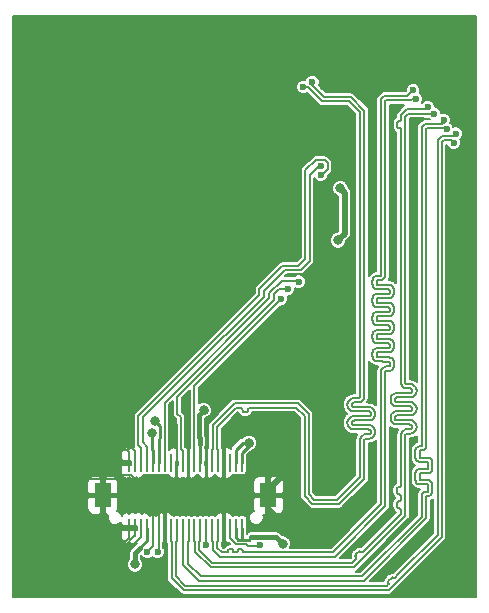
<source format=gbl>
G04 #@! TF.FileFunction,Copper,L4,Bot,Signal*
%FSLAX46Y46*%
G04 Gerber Fmt 4.6, Leading zero omitted, Abs format (unit mm)*
G04 Created by KiCad (PCBNEW 4.0.6) date Mon Apr 10 16:51:52 2017*
%MOMM*%
%LPD*%
G01*
G04 APERTURE LIST*
%ADD10C,0.100000*%
%ADD11R,0.250000X1.500000*%
%ADD12R,1.400000X2.100000*%
%ADD13C,0.800000*%
%ADD14C,0.600000*%
%ADD15C,0.254000*%
%ADD16C,0.381000*%
%ADD17C,0.762000*%
%ADD18C,0.150000*%
%ADD19C,0.203200*%
%ADD20C,0.180000*%
%ADD21C,0.508000*%
%ADD22C,0.200000*%
G04 APERTURE END LIST*
D10*
D11*
X65250000Y-82750000D03*
X65250000Y-77250000D03*
X65750000Y-82750000D03*
X65750000Y-77250000D03*
X66250000Y-82750000D03*
X66250000Y-77250000D03*
X66750000Y-82750000D03*
X66750000Y-77250000D03*
X67250000Y-82750000D03*
X67250000Y-77250000D03*
X67750000Y-82750000D03*
X67750000Y-77250000D03*
X68250000Y-82750000D03*
X68250000Y-77250000D03*
X68750000Y-82750000D03*
X68750000Y-77250000D03*
X69250000Y-82750000D03*
X69250000Y-77250000D03*
X69750000Y-82750000D03*
X69750000Y-77250000D03*
X70250000Y-82750000D03*
X70250000Y-77250000D03*
X70750000Y-82750000D03*
X70750000Y-77250000D03*
X71250000Y-82750000D03*
X71250000Y-77250000D03*
X71750000Y-82750000D03*
X71750000Y-77250000D03*
X72250000Y-82750000D03*
X72250000Y-77250000D03*
X72750000Y-82750000D03*
X72750000Y-77250000D03*
X73250000Y-82750000D03*
X73250000Y-77250000D03*
X73750000Y-82750000D03*
X73750000Y-77250000D03*
X74250000Y-82750000D03*
X74250000Y-77250000D03*
X74750000Y-82750000D03*
X74750000Y-77250000D03*
D12*
X77000000Y-80000000D03*
X63000000Y-80000000D03*
D13*
X67440000Y-73670000D03*
X71540000Y-72790000D03*
D14*
X81430000Y-52910000D03*
D13*
X65710000Y-85850000D03*
D14*
X81490000Y-52130000D03*
X58540000Y-78990000D03*
X66750000Y-84770000D03*
X58460000Y-77700000D03*
X67640000Y-84780000D03*
X79580000Y-61900000D03*
X92690000Y-50140000D03*
X92880000Y-49370000D03*
X92100000Y-48980000D03*
X78690000Y-62510000D03*
X91850000Y-48220000D03*
X91026932Y-47676932D03*
X78110000Y-63360000D03*
X90493068Y-47143068D03*
X66670000Y-86200000D03*
X60590000Y-86910000D03*
X71750000Y-84240000D03*
X89510000Y-46440000D03*
X79970000Y-45430000D03*
X89290000Y-45700000D03*
X80740000Y-44980000D03*
X76320000Y-84220000D03*
D13*
X78210000Y-84090000D03*
X75360000Y-75560000D03*
D14*
X64780000Y-85280000D03*
X63630000Y-84510000D03*
X64110000Y-83870000D03*
X65320000Y-74790000D03*
X66410000Y-71750000D03*
X70270000Y-68150000D03*
X64340000Y-75320000D03*
X64320000Y-76130000D03*
X70180000Y-75060000D03*
X69000000Y-73750000D03*
X87500000Y-78250000D03*
X85750000Y-76500000D03*
X85750000Y-71750000D03*
X85750000Y-69500000D03*
X89250000Y-54500000D03*
X89250000Y-56500000D03*
X89250000Y-58500000D03*
X89250000Y-60500000D03*
X89250000Y-62500000D03*
X89250000Y-64500000D03*
X89250000Y-66500000D03*
X89250000Y-68500000D03*
X89250000Y-69750000D03*
X89230000Y-52110000D03*
X89220000Y-50060000D03*
X87500000Y-51800000D03*
X85800000Y-53775000D03*
X84075000Y-53775000D03*
X84500000Y-44525000D03*
X80780000Y-49220000D03*
X81580000Y-48330000D03*
X80500000Y-46500000D03*
X93000000Y-56500000D03*
X93000000Y-54500000D03*
X93000000Y-52500000D03*
X93000000Y-51000000D03*
X93000000Y-68500000D03*
X93000000Y-66500000D03*
X93000000Y-64500000D03*
X93000000Y-62500000D03*
X93000000Y-60500000D03*
X93000000Y-58500000D03*
X93000000Y-78500000D03*
X93000000Y-76500000D03*
X93000000Y-74500000D03*
X93000000Y-72500000D03*
X93000000Y-70500000D03*
D13*
X78810000Y-81740000D03*
D14*
X87050000Y-81800000D03*
X85010000Y-83930000D03*
X89330000Y-81560000D03*
X84990000Y-81310000D03*
X83530000Y-82640000D03*
X82220000Y-84060000D03*
X79960000Y-84140000D03*
D13*
X87370000Y-86120000D03*
X88760000Y-84760000D03*
X90130000Y-83290000D03*
X90295000Y-86035000D03*
X92370000Y-81580000D03*
X91960000Y-84400000D03*
X88350000Y-87980000D03*
X67900000Y-85790000D03*
X81310000Y-62640000D03*
X80860000Y-69860000D03*
X74300000Y-71160000D03*
X72700000Y-72160000D03*
X78290000Y-77690000D03*
X79350000Y-76330000D03*
X81280000Y-73750000D03*
X82970000Y-73700000D03*
X84040000Y-77310000D03*
X81200000Y-77210000D03*
X79350000Y-73700000D03*
X77070000Y-73630000D03*
D14*
X73310000Y-84080000D03*
X64210000Y-69990000D03*
X60980000Y-69950000D03*
D13*
X82910000Y-58410000D03*
X83100000Y-54000000D03*
X67120000Y-74720000D03*
D15*
X67750000Y-75270000D02*
X67870000Y-75150000D01*
X67870000Y-75150000D02*
X67870000Y-74100000D01*
X67440000Y-73670000D02*
X67870000Y-74100000D01*
X67750000Y-77250000D02*
X67750000Y-75270000D01*
D16*
X71250000Y-75620000D02*
X71250000Y-75184498D01*
X71165502Y-73164498D02*
X71540000Y-72790000D01*
X71165502Y-75100000D02*
X71165502Y-73164498D01*
X71250000Y-75184498D02*
X71165502Y-75100000D01*
X71250000Y-73080000D02*
X71540000Y-72790000D01*
D15*
X71250000Y-77250000D02*
X71250000Y-75620000D01*
X71250000Y-75620000D02*
X71250000Y-75570000D01*
D17*
X71540000Y-72790000D02*
X71530000Y-72790000D01*
D18*
X80120000Y-53480000D02*
X80120000Y-60000000D01*
X81020000Y-51590000D02*
X80120000Y-52490000D01*
X80120000Y-52490000D02*
X80120000Y-53480000D01*
X81770000Y-51590000D02*
X81330000Y-51590000D01*
X82040000Y-51860000D02*
X81770000Y-51590000D01*
X82040000Y-52410000D02*
X82040000Y-51860000D01*
X81560000Y-52890000D02*
X82040000Y-52410000D01*
X81450000Y-52890000D02*
X81560000Y-52890000D01*
X81430000Y-52910000D02*
X81450000Y-52890000D01*
X81330000Y-51590000D02*
X81020000Y-51590000D01*
X66250000Y-75980000D02*
X66250000Y-77250000D01*
X65970000Y-75700000D02*
X66250000Y-75980000D01*
X65970000Y-73270000D02*
X65970000Y-75700000D01*
X76232867Y-63007133D02*
X65970000Y-73270000D01*
X76232867Y-62527133D02*
X76232867Y-63007133D01*
X78200000Y-60560000D02*
X76232867Y-62527133D01*
X79560000Y-60560000D02*
X78200000Y-60560000D01*
X80120000Y-60000000D02*
X79560000Y-60560000D01*
D15*
X66750000Y-82750000D02*
X66750000Y-83790000D01*
D16*
X65710000Y-84880000D02*
X66120000Y-84470000D01*
X65710000Y-85850000D02*
X65710000Y-84880000D01*
D15*
X66120000Y-84420000D02*
X66120000Y-84470000D01*
X66750000Y-83790000D02*
X66120000Y-84420000D01*
D18*
X80510000Y-53870000D02*
X80510000Y-52880000D01*
X73450000Y-66410000D02*
X76620000Y-63240000D01*
X76620000Y-63240000D02*
X76620000Y-62730000D01*
X76620000Y-62730000D02*
X78430000Y-60920000D01*
X78430000Y-60920000D02*
X79760000Y-60920000D01*
X79760000Y-60920000D02*
X80510000Y-60170000D01*
X80510000Y-60170000D02*
X80510000Y-53870000D01*
X66370000Y-74010000D02*
X66370000Y-73350000D01*
X66750000Y-75900000D02*
X66370000Y-75520000D01*
X66370000Y-75520000D02*
X66370000Y-74010000D01*
X66750000Y-77250000D02*
X66750000Y-75900000D01*
X66370000Y-73350000D02*
X73310000Y-66410000D01*
X73310000Y-66410000D02*
X73450000Y-66410000D01*
X81260000Y-52130000D02*
X81490000Y-52130000D01*
X80510000Y-52880000D02*
X81260000Y-52130000D01*
X58540000Y-78990000D02*
X58550000Y-78980000D01*
X58550000Y-78980000D02*
X60330000Y-78980000D01*
X60330000Y-78980000D02*
X60670000Y-78640000D01*
X60670000Y-78640000D02*
X64900000Y-78640000D01*
X64900000Y-78640000D02*
X67250000Y-80990000D01*
X67250000Y-80990000D02*
X67250000Y-82750000D01*
X67250000Y-84270000D02*
X67250000Y-82750000D01*
X66750000Y-84770000D02*
X67250000Y-84270000D01*
X63280000Y-78320000D02*
X59080000Y-78320000D01*
X59080000Y-78320000D02*
X58460000Y-77700000D01*
X67750000Y-82750000D02*
X67750000Y-80720000D01*
X67750000Y-80720000D02*
X65350000Y-78320000D01*
X65350000Y-78320000D02*
X63280000Y-78320000D01*
X67750000Y-84670000D02*
X67750000Y-82750000D01*
X67640000Y-84780000D02*
X67750000Y-84670000D01*
X68250000Y-72150000D02*
X68250000Y-77250000D01*
X77080000Y-63320000D02*
X68250000Y-72150000D01*
X77080000Y-62890000D02*
X77080000Y-63320000D01*
X78130000Y-61840000D02*
X77080000Y-62890000D01*
X79520000Y-61840000D02*
X78130000Y-61840000D01*
X79580000Y-61900000D02*
X79520000Y-61840000D01*
D19*
X92459100Y-49909100D02*
X92690000Y-50140000D01*
X91689100Y-50074184D02*
X91854184Y-49909100D01*
X91689100Y-83534184D02*
X91689100Y-50074184D01*
X87204184Y-88019100D02*
X91689100Y-83534184D01*
X69825816Y-88019100D02*
X87204184Y-88019100D01*
X68820900Y-87014184D02*
X69825816Y-88019100D01*
X68750000Y-82750000D02*
X68750000Y-83875000D01*
X68750000Y-83875000D02*
X68820900Y-83945900D01*
X68820900Y-83945900D02*
X68820900Y-87014184D01*
X91854184Y-49909100D02*
X92459100Y-49909100D01*
X69250000Y-82750000D02*
X69250000Y-83875000D01*
X87148262Y-87340518D02*
X87148261Y-87318288D01*
X69179100Y-86865816D02*
X69974184Y-87660900D01*
X69250000Y-83875000D02*
X69179100Y-83945900D01*
X87190577Y-87416983D02*
X87162855Y-87382221D01*
X87703970Y-86998847D02*
X87724000Y-86989200D01*
X69179100Y-83945900D02*
X69179100Y-86865816D01*
X87497992Y-86951832D02*
X87519665Y-86946886D01*
X69974184Y-87660900D02*
X87055816Y-87660900D01*
X87200222Y-87502591D02*
X87205169Y-87480918D01*
X87055816Y-87660900D02*
X87176716Y-87540000D01*
X87477962Y-86961479D02*
X87497992Y-86951832D01*
X87176716Y-87540000D02*
X87190576Y-87522621D01*
X87190576Y-87522621D02*
X87200222Y-87502591D01*
X87618362Y-86989201D02*
X87638392Y-86998847D01*
X87563570Y-86951832D02*
X87583600Y-86961478D01*
X88025244Y-86691473D02*
X91330900Y-83385816D01*
X87153209Y-87362191D02*
X87148262Y-87340518D01*
X87153209Y-87296613D02*
X87162854Y-87276585D01*
X87205169Y-87480918D02*
X87205170Y-87458686D01*
X87660065Y-87003794D02*
X87682297Y-87003793D01*
X87583600Y-86961478D02*
X87618362Y-86989201D01*
X87519665Y-86946886D02*
X87541897Y-86946885D01*
X87205170Y-87458686D02*
X87200222Y-87437013D01*
X87200222Y-87437013D02*
X87190577Y-87416983D01*
X87162855Y-87382221D02*
X87153209Y-87362191D01*
X87176715Y-87259204D02*
X87460582Y-86975338D01*
X87148261Y-87318288D02*
X87153209Y-87296613D01*
X92713789Y-49536211D02*
X92880000Y-49370000D01*
X87162854Y-87276585D02*
X87176715Y-87259204D01*
X87460582Y-86975338D02*
X87477962Y-86961479D01*
X91330900Y-83385816D02*
X91330900Y-49925816D01*
X87541897Y-86946885D02*
X87563570Y-86951832D01*
X87638392Y-86998847D02*
X87660065Y-87003794D01*
X87682297Y-87003793D02*
X87703970Y-86998847D01*
X87724000Y-86989200D02*
X87741381Y-86975339D01*
X87741381Y-86975339D02*
X88025244Y-86691473D01*
X91330900Y-49925816D02*
X91705816Y-49550900D01*
X91705816Y-49550900D02*
X92713789Y-49550900D01*
X92713789Y-49550900D02*
X92713789Y-49536211D01*
X90688146Y-76835565D02*
X90617787Y-76810946D01*
X90543713Y-78117200D02*
X90617787Y-78108853D01*
X90548615Y-78715400D02*
X89816701Y-78715400D01*
X90803972Y-76927933D02*
X90751263Y-76875224D01*
X90808874Y-79904666D02*
X90848533Y-79841549D01*
X90881499Y-79048283D02*
X90873152Y-78974209D01*
X90622689Y-78723746D02*
X90548615Y-78715400D01*
X90876597Y-77135483D02*
X90868250Y-77061409D01*
X90548615Y-80030000D02*
X90622689Y-80021653D01*
X90340754Y-75935786D02*
X90349100Y-75861712D01*
X90622689Y-80021653D02*
X90693048Y-79997034D01*
X89816701Y-78715400D02*
X89816701Y-78107396D01*
X90688146Y-78084234D02*
X90751263Y-78044575D01*
X90876597Y-77784316D02*
X90876597Y-77135483D01*
X90170000Y-78117200D02*
X90543713Y-78117200D01*
X90756165Y-78788024D02*
X90693048Y-78748365D01*
X90751263Y-78044575D02*
X90803972Y-77991866D01*
X90160650Y-76161630D02*
X90223767Y-76121971D01*
X90349100Y-48984184D02*
X90404184Y-48929100D01*
X90349100Y-80030000D02*
X90548615Y-80030000D01*
X90276476Y-76069262D02*
X90316135Y-76006145D01*
X69750000Y-82750000D02*
X69750000Y-83875000D01*
X69820900Y-85924184D02*
X71115816Y-87219100D01*
X69750000Y-83875000D02*
X69820900Y-83945900D01*
X89816701Y-78107396D02*
X90170000Y-78107396D01*
X90751263Y-76875224D02*
X90688146Y-76835565D01*
X69820900Y-83945900D02*
X69820900Y-85924184D01*
X71115816Y-87219100D02*
X85084184Y-87219100D01*
X85084184Y-87219100D02*
X90349100Y-81954184D01*
X90170000Y-78107396D02*
X90170000Y-78117200D01*
X90617787Y-76810946D02*
X90543713Y-76802600D01*
X90349100Y-81954184D02*
X90349100Y-80030000D01*
X90693048Y-79997034D02*
X90756165Y-79957375D01*
X89816701Y-76802600D02*
X89816701Y-76194596D01*
X90756165Y-79957375D02*
X90808874Y-79904666D01*
X90848533Y-79841549D02*
X90873152Y-79771190D01*
X90873152Y-79771190D02*
X90881499Y-79697116D01*
X90881499Y-79697116D02*
X90881499Y-79048283D01*
X90873152Y-78974209D02*
X90848533Y-78903850D01*
X90693048Y-78748365D02*
X90622689Y-78723746D01*
X90848533Y-78903850D02*
X90808874Y-78840733D01*
X90808874Y-78840733D02*
X90756165Y-78788024D01*
X90868250Y-77858390D02*
X90876597Y-77784316D01*
X90617787Y-78108853D02*
X90688146Y-78084234D01*
X90868250Y-77061409D02*
X90843631Y-76991050D01*
X90803972Y-77991866D02*
X90843631Y-77928749D01*
X90843631Y-77928749D02*
X90868250Y-77858390D01*
X90843631Y-76991050D02*
X90803972Y-76927933D01*
X90543713Y-76802600D02*
X89816701Y-76802600D01*
X89816701Y-76194596D02*
X90016217Y-76194596D01*
X90016217Y-76194596D02*
X90090291Y-76186249D01*
X90090291Y-76186249D02*
X90160650Y-76161630D01*
X90223767Y-76121971D02*
X90276476Y-76069262D01*
X90316135Y-76006145D02*
X90340754Y-75935786D01*
X90349100Y-75861712D02*
X90349100Y-48984184D01*
X90404184Y-48929100D02*
X92049100Y-48929100D01*
X92049100Y-48929100D02*
X92100000Y-48980000D01*
D18*
X69576602Y-75440000D02*
X69576602Y-73366602D01*
X69576602Y-73366602D02*
X69300000Y-73090000D01*
X69300000Y-73090000D02*
X69300000Y-71640000D01*
X69300000Y-71640000D02*
X69750000Y-71190000D01*
X69750000Y-77250000D02*
X69750000Y-76273398D01*
X69750000Y-76273398D02*
X69576602Y-76100000D01*
X69576602Y-76100000D02*
X69576602Y-75440000D01*
X77920000Y-62510000D02*
X78690000Y-62510000D01*
X78690000Y-62510000D02*
X78700000Y-62510000D01*
X77460000Y-62970000D02*
X77920000Y-62510000D01*
X77460000Y-63480000D02*
X77460000Y-62970000D01*
X69750000Y-71190000D02*
X77460000Y-63480000D01*
D19*
X70250000Y-82750000D02*
X70250000Y-83875000D01*
X89536028Y-78948266D02*
X89496369Y-78885149D01*
X90023865Y-79865152D02*
X90063524Y-79802035D01*
X89588737Y-77831624D02*
X89651854Y-77791965D01*
X70250000Y-83875000D02*
X70179100Y-83945900D01*
X70179100Y-83945900D02*
X70179100Y-85775816D01*
X89999246Y-79935511D02*
X90023865Y-79865152D01*
X90523299Y-79676702D02*
X90523299Y-79068698D01*
X70179100Y-85775816D02*
X71264184Y-86860900D01*
X71264184Y-86860900D02*
X84935816Y-86860900D01*
X90249709Y-79685048D02*
X90323783Y-79676702D01*
X91711684Y-48570900D02*
X91840000Y-48442584D01*
X89651854Y-79040634D02*
X89588737Y-79000975D01*
X84935816Y-86860900D02*
X89990900Y-81805816D01*
X89990900Y-81805816D02*
X89990900Y-80009585D01*
X89990900Y-80009585D02*
X89999246Y-79935511D01*
X89463403Y-76827916D02*
X89463403Y-76179083D01*
X90063524Y-79802035D02*
X90116233Y-79749326D01*
X89995802Y-75846200D02*
X89990900Y-72227599D01*
X90116233Y-79749326D02*
X90179350Y-79709667D01*
X89796287Y-79073600D02*
X89722213Y-79065253D01*
X90179350Y-79709667D02*
X90249709Y-79685048D01*
X90170000Y-79068698D02*
X90170000Y-79073600D01*
X89588737Y-75918824D02*
X89651854Y-75879165D01*
X90323783Y-79676702D02*
X90523299Y-79676702D01*
X90170000Y-79073600D02*
X89796287Y-79073600D01*
X90523299Y-79068698D02*
X90170000Y-79068698D01*
X89722213Y-79065253D02*
X89651854Y-79040634D01*
X89588737Y-79000975D02*
X89536028Y-78948266D01*
X89496369Y-78885149D02*
X89471750Y-78814790D01*
X89796287Y-75846200D02*
X89995802Y-75846200D01*
X90523299Y-77150996D02*
X90170000Y-77150996D01*
X89471750Y-78814790D02*
X89463403Y-78740716D01*
X89463403Y-78740716D02*
X89463403Y-78091883D01*
X89463403Y-78091883D02*
X89471750Y-78017809D01*
X89471750Y-76901990D02*
X89463403Y-76827916D01*
X89471750Y-78017809D02*
X89496369Y-77947450D01*
X89496369Y-77947450D02*
X89536028Y-77884333D01*
X89536028Y-77884333D02*
X89588737Y-77831624D01*
X89588737Y-77088175D02*
X89536028Y-77035466D01*
X89651854Y-77791965D02*
X89722213Y-77767346D01*
X89722213Y-77767346D02*
X89796287Y-77759000D01*
X89651854Y-75879165D02*
X89722213Y-75854546D01*
X89796287Y-77759000D02*
X90523299Y-77759000D01*
X90523299Y-77759000D02*
X90523299Y-77150996D01*
X90170000Y-77150996D02*
X90170000Y-77160800D01*
X90170000Y-77160800D02*
X89796287Y-77160800D01*
X89463403Y-76179083D02*
X89471750Y-76105009D01*
X89796287Y-77160800D02*
X89722213Y-77152453D01*
X89722213Y-77152453D02*
X89651854Y-77127834D01*
X89722213Y-75854546D02*
X89796287Y-75846200D01*
X89651854Y-77127834D02*
X89588737Y-77088175D01*
X89536028Y-77035466D02*
X89496369Y-76972349D01*
X89496369Y-76972349D02*
X89471750Y-76901990D01*
X89471750Y-76105009D02*
X89496369Y-76034650D01*
X89496369Y-76034650D02*
X89536028Y-75971533D01*
X89536028Y-75971533D02*
X89588737Y-75918824D01*
X89990900Y-72227599D02*
X89990900Y-48835816D01*
X89990900Y-48835816D02*
X90255816Y-48570900D01*
X90255816Y-48570900D02*
X91711684Y-48570900D01*
X91840000Y-48442584D02*
X91840000Y-48230000D01*
X91840000Y-48230000D02*
X91850000Y-48220000D01*
X87759928Y-73582325D02*
X87740412Y-73551267D01*
X88747083Y-70580505D02*
X88704134Y-70565476D01*
X89025049Y-73644000D02*
X87887995Y-73644000D01*
X88594194Y-70427616D02*
X88589100Y-70382400D01*
X89540747Y-72826344D02*
X89554010Y-72708639D01*
X88665606Y-74811131D02*
X88704134Y-74786923D01*
X89354850Y-73122197D02*
X89438607Y-73038440D01*
X88633431Y-74843306D02*
X88665606Y-74811131D01*
X89540747Y-74355544D02*
X89554010Y-74237839D01*
X89554010Y-74172960D02*
X89540747Y-74055255D01*
X88589100Y-81754184D02*
X88589100Y-74970000D01*
X89254556Y-71656016D02*
X89354850Y-71592997D01*
X87816923Y-71724621D02*
X87851545Y-71712506D01*
X88704134Y-74786923D02*
X88747083Y-74771894D01*
X89254556Y-70637983D02*
X89142754Y-70598862D01*
X89554010Y-72708639D02*
X89554010Y-72643760D01*
X89025049Y-71708400D02*
X89142754Y-71695137D01*
X87740412Y-73330332D02*
X87759928Y-73299274D01*
X87724190Y-73401405D02*
X87728297Y-73364954D01*
X88747083Y-74771894D02*
X88792300Y-74766800D01*
X89254556Y-73185216D02*
X89354850Y-73122197D01*
X89142754Y-73657262D02*
X89025049Y-73644000D01*
X87816923Y-73627778D02*
X87785865Y-73608262D01*
X89025049Y-74766800D02*
X89142754Y-74753537D01*
X87724190Y-71872205D02*
X87728297Y-71835754D01*
X89142754Y-73224337D02*
X89254556Y-73185216D01*
X88589100Y-47944184D02*
X88856352Y-47676932D01*
X87816923Y-73253821D02*
X87851545Y-73241706D01*
X89501626Y-74467346D02*
X89540747Y-74355544D01*
X87887995Y-71708400D02*
X89025049Y-71708400D01*
X90210562Y-47676932D02*
X90228299Y-47694669D01*
X89254556Y-74714416D02*
X89354850Y-74651397D01*
X88792300Y-70585600D02*
X88747083Y-70580505D01*
X88594194Y-74924783D02*
X88609223Y-74881834D01*
X89540747Y-74055255D02*
X89501626Y-73943453D01*
X89354850Y-74651397D02*
X89438607Y-74567640D01*
X88792300Y-74766800D02*
X89025049Y-74766800D01*
X87785865Y-72079062D02*
X87759928Y-72053125D01*
X70750000Y-83875000D02*
X70820900Y-83945900D01*
X89142754Y-74753537D02*
X89254556Y-74714416D01*
X87785865Y-73273337D02*
X87816923Y-73253821D01*
X87724190Y-71950995D02*
X87724190Y-71872205D01*
X72115816Y-86099100D02*
X84244184Y-86099100D01*
X70820900Y-84804184D02*
X72115816Y-86099100D01*
X87816923Y-72098578D02*
X87785865Y-72079062D01*
X87887995Y-73644000D02*
X87851545Y-73639893D01*
X70750000Y-82750000D02*
X70750000Y-83875000D01*
X70820900Y-83945900D02*
X70820900Y-84804184D01*
X88609223Y-74881834D02*
X88633431Y-74843306D01*
X89438607Y-73843159D02*
X89354850Y-73759402D01*
X89501626Y-72414253D02*
X89438607Y-72313959D01*
X84244184Y-86099100D02*
X88589100Y-81754184D01*
X88589100Y-74970000D02*
X88594194Y-74924783D01*
X89554010Y-71114560D02*
X89540747Y-70996855D01*
X89438607Y-74567640D02*
X89501626Y-74467346D01*
X89554010Y-74237839D02*
X89554010Y-74172960D01*
X89501626Y-71408946D02*
X89540747Y-71297144D01*
X89501626Y-73943453D02*
X89438607Y-73843159D01*
X89354850Y-73759402D02*
X89254556Y-73696383D01*
X89438607Y-71509240D02*
X89501626Y-71408946D01*
X89254556Y-73696383D02*
X89142754Y-73657262D01*
X87851545Y-73639893D02*
X87816923Y-73627778D01*
X89354850Y-71592997D02*
X89438607Y-71509240D01*
X87785865Y-73608262D02*
X87759928Y-73582325D01*
X88633431Y-70509093D02*
X88609223Y-70470565D01*
X87740412Y-73551267D02*
X87728297Y-73516645D01*
X87728297Y-73516645D02*
X87724190Y-73480195D01*
X87724190Y-73480195D02*
X87724190Y-73401405D01*
X87728297Y-73364954D02*
X87740412Y-73330332D01*
X87759928Y-73299274D02*
X87785865Y-73273337D01*
X87851545Y-73241706D02*
X87887995Y-73237600D01*
X87887995Y-73237600D02*
X89025049Y-73237600D01*
X89025049Y-73237600D02*
X89142754Y-73224337D01*
X89438607Y-73038440D02*
X89501626Y-72938146D01*
X89501626Y-72938146D02*
X89540747Y-72826344D01*
X89540747Y-70996855D02*
X89501626Y-70885053D01*
X89554010Y-72643760D02*
X89540747Y-72526055D01*
X89540747Y-72526055D02*
X89501626Y-72414253D01*
X89254556Y-72167183D02*
X89142754Y-72128062D01*
X87759928Y-72053125D02*
X87740412Y-72022067D01*
X87785865Y-71744137D02*
X87816923Y-71724621D01*
X89438607Y-72313959D02*
X89354850Y-72230202D01*
X89540747Y-71297144D02*
X89554010Y-71179439D01*
X89354850Y-72230202D02*
X89254556Y-72167183D01*
X89142754Y-72128062D02*
X89025049Y-72114800D01*
X89025049Y-72114800D02*
X87887995Y-72114800D01*
X87887995Y-72114800D02*
X87851545Y-72110693D01*
X87851545Y-72110693D02*
X87816923Y-72098578D01*
X87740412Y-72022067D02*
X87728297Y-71987445D01*
X87728297Y-71987445D02*
X87724190Y-71950995D01*
X90775574Y-47676932D02*
X91026932Y-47676932D01*
X87728297Y-71835754D02*
X87740412Y-71801132D01*
X90757837Y-47694669D02*
X90775574Y-47676932D01*
X87740412Y-71801132D02*
X87759928Y-71770074D01*
X87759928Y-71770074D02*
X87785865Y-71744137D01*
X87851545Y-71712506D02*
X87887995Y-71708400D01*
X89142754Y-71695137D02*
X89254556Y-71656016D01*
X89554010Y-71179439D02*
X89554010Y-71114560D01*
X89501626Y-70885053D02*
X89438607Y-70784759D01*
X89438607Y-70784759D02*
X89354850Y-70701002D01*
X88609223Y-70470565D02*
X88594194Y-70427616D01*
X89354850Y-70701002D02*
X89254556Y-70637983D01*
X89142754Y-70598862D02*
X89025049Y-70585600D01*
X89025049Y-70585600D02*
X88792300Y-70585600D01*
X88704134Y-70565476D02*
X88665606Y-70541268D01*
X88665606Y-70541268D02*
X88633431Y-70509093D01*
X88589100Y-70382400D02*
X88589100Y-47944184D01*
X88856352Y-47676932D02*
X90210562Y-47676932D01*
X90228299Y-47694669D02*
X90757837Y-47694669D01*
D18*
X70750000Y-70720000D02*
X70750000Y-77250000D01*
X78110000Y-63360000D02*
X70750000Y-70720000D01*
D19*
X84622132Y-84790321D02*
X84648394Y-84769378D01*
X84890789Y-84825838D02*
X84923537Y-84833311D01*
X89175686Y-72764365D02*
X89190715Y-72721416D01*
X87414698Y-73723760D02*
X87378322Y-73619803D01*
X84430943Y-85400455D02*
X84445516Y-85370193D01*
X88174423Y-48267274D02*
X88198174Y-48243523D01*
X84957125Y-84833312D02*
X84989873Y-84825837D01*
X71250000Y-82750000D02*
X71250000Y-83875000D01*
X87857832Y-71350200D02*
X88992610Y-71350200D01*
X84860527Y-84811263D02*
X84890789Y-84825838D01*
X87857832Y-72879400D02*
X88992610Y-72879400D01*
X84711404Y-84747330D02*
X84744992Y-84747331D01*
X71250000Y-83875000D02*
X71179100Y-83945900D01*
X71179100Y-83945900D02*
X71179100Y-84655816D01*
X87551174Y-72986704D02*
X87644430Y-72928107D01*
X89119303Y-74046531D02*
X89080775Y-74022323D01*
X87930900Y-48450000D02*
X87934660Y-48416621D01*
X84410000Y-85426716D02*
X84430943Y-85400455D01*
X88530353Y-74460983D02*
X88642155Y-74421862D01*
X84374483Y-85058978D02*
X84389058Y-85028714D01*
X88196071Y-81130461D02*
X88170792Y-81105182D01*
X88244162Y-74819855D02*
X88283283Y-74708053D01*
X71179100Y-84655816D02*
X72264184Y-85740900D01*
X84452990Y-85303857D02*
X84445517Y-85271109D01*
X84410000Y-85214584D02*
X84389057Y-85188324D01*
X88226898Y-80346230D02*
X88230900Y-80310706D01*
X84367010Y-85091724D02*
X84374483Y-85058978D01*
X88430059Y-74524002D02*
X88530353Y-74460983D01*
X72264184Y-85740900D02*
X84095816Y-85740900D01*
X84095816Y-85740900D02*
X84410000Y-85426716D01*
X89195810Y-74205400D02*
X89190715Y-74160183D01*
X84389057Y-85188324D02*
X84374484Y-85158060D01*
X89080775Y-74022323D02*
X89037826Y-74007294D01*
X84445516Y-85370193D02*
X84452991Y-85337445D01*
X88140522Y-80454542D02*
X88170792Y-80435523D01*
X84410000Y-85002452D02*
X84622132Y-84790321D01*
X87365990Y-71842041D02*
X87378322Y-71732596D01*
X84445517Y-85271109D02*
X84430942Y-85240847D01*
X88174423Y-48932725D02*
X88145982Y-48914854D01*
X84452991Y-85337445D02*
X84452990Y-85303857D01*
X88226898Y-81194475D02*
X88215090Y-81160731D01*
X87365990Y-73510358D02*
X87365990Y-73371241D01*
X90317403Y-47318733D02*
X90493068Y-47143068D01*
X84430942Y-85240847D02*
X84410000Y-85214584D01*
X89119303Y-72835068D02*
X89151478Y-72802893D01*
X88230900Y-47795816D02*
X88707983Y-47318733D01*
X89175686Y-74293565D02*
X89190715Y-74250616D01*
X88035728Y-79866350D02*
X88001984Y-79854542D01*
X88170792Y-80435523D02*
X88196071Y-80410244D01*
X88346302Y-74607759D02*
X88430059Y-74524002D01*
X84374484Y-85158060D02*
X84367009Y-85125314D01*
X89151478Y-71273693D02*
X89175686Y-71235165D01*
X84367009Y-85125314D02*
X84367010Y-85091724D01*
X88215090Y-80379974D02*
X88226898Y-80346230D01*
X84389058Y-85028714D02*
X84410000Y-85002452D01*
X88015817Y-48314854D02*
X88047521Y-48303760D01*
X84648394Y-84769378D02*
X84678656Y-84754805D01*
X84678656Y-84754805D02*
X84711404Y-84747330D01*
X87911605Y-79430000D02*
X87915608Y-79394475D01*
X84744992Y-84747331D02*
X84777740Y-84754804D01*
X88230900Y-80310706D02*
X88230900Y-80030000D01*
X84777740Y-84754804D02*
X84808002Y-84769379D01*
X88230900Y-74937560D02*
X88244162Y-74819855D01*
X84808002Y-84769379D02*
X84860527Y-84811263D01*
X87911605Y-80910706D02*
X87911605Y-80630000D01*
X87644430Y-71398907D02*
X87748387Y-71362531D01*
X84923537Y-84833311D02*
X84957125Y-84833312D01*
X84989873Y-84825837D02*
X85020135Y-84811264D01*
X88198174Y-48243523D02*
X88216045Y-48215082D01*
X88227139Y-48183378D02*
X88230900Y-48150000D01*
X88140522Y-81086163D02*
X88106778Y-81074355D01*
X85020135Y-84811264D02*
X85046398Y-84790320D01*
X88035728Y-80474355D02*
X88106778Y-80466350D01*
X88001984Y-80486163D02*
X88035728Y-80474355D01*
X85046398Y-84790320D02*
X88230900Y-81605816D01*
X87971714Y-80505182D02*
X88001984Y-80486163D01*
X88230900Y-81605816D02*
X88230900Y-81230000D01*
X89151478Y-72802893D02*
X89175686Y-72764365D01*
X88230900Y-81230000D02*
X88226898Y-81194475D01*
X88215090Y-81160731D02*
X88196071Y-81130461D01*
X88992610Y-71350200D02*
X89037826Y-71345105D01*
X88170792Y-81105182D02*
X88140522Y-81086163D01*
X88226898Y-79994475D02*
X88215090Y-79960731D01*
X88196071Y-80410244D02*
X88215090Y-80379974D01*
X88106778Y-81074355D02*
X88035728Y-81066350D01*
X87414698Y-72194560D02*
X87378322Y-72090603D01*
X88230900Y-80030000D02*
X88226898Y-79994475D01*
X87946435Y-81010244D02*
X87927416Y-80979974D01*
X88035728Y-81066350D02*
X88001984Y-81054542D01*
X88170792Y-79235523D02*
X88196071Y-79210244D01*
X88001984Y-81054542D02*
X87971714Y-81035523D01*
X87644430Y-72424292D02*
X87551174Y-72365695D01*
X87971714Y-81035523D02*
X87946435Y-81010244D01*
X88216045Y-48984917D02*
X88198174Y-48956476D01*
X87911605Y-79710706D02*
X87911605Y-79430000D01*
X87927416Y-80979974D02*
X87915608Y-80946230D01*
X87857832Y-72473000D02*
X87748387Y-72460668D01*
X87915608Y-80946230D02*
X87911605Y-80910706D01*
X88759860Y-70943800D02*
X88642155Y-70930537D01*
X87945754Y-48815082D02*
X87934660Y-48783378D01*
X88114278Y-48296239D02*
X88145982Y-48285145D01*
X87911605Y-80630000D02*
X87915608Y-80594475D01*
X87915608Y-80594475D02*
X87927416Y-80560731D01*
X88230900Y-79110706D02*
X88230900Y-74937560D01*
X88035728Y-79274355D02*
X88106778Y-79266350D01*
X89037826Y-70948894D02*
X88992610Y-70943800D01*
X87987376Y-48867274D02*
X87963625Y-48843523D01*
X89151478Y-74078706D02*
X89119303Y-74046531D01*
X89080775Y-70963923D02*
X89037826Y-70948894D01*
X87551174Y-73894895D02*
X87473295Y-73817016D01*
X87927416Y-80560731D02*
X87946435Y-80530461D01*
X87946435Y-80530461D02*
X87971714Y-80505182D01*
X87473295Y-73817016D02*
X87414698Y-73723760D01*
X88106778Y-80466350D02*
X88140522Y-80454542D01*
X88215090Y-79960731D02*
X88196071Y-79930461D01*
X88001984Y-79286163D02*
X88035728Y-79274355D01*
X88196071Y-79930461D02*
X88170792Y-79905182D01*
X87378322Y-73261796D02*
X87414698Y-73157839D01*
X88170792Y-79905182D02*
X88140522Y-79886163D01*
X88140522Y-79886163D02*
X88106778Y-79874355D01*
X88106778Y-79874355D02*
X88035728Y-79866350D01*
X88001984Y-79854542D02*
X87971714Y-79835523D01*
X89080775Y-74388476D02*
X89119303Y-74364268D01*
X87971714Y-79835523D02*
X87946435Y-79810244D01*
X87934660Y-48416621D02*
X87945754Y-48384917D01*
X87946435Y-79810244D02*
X87927416Y-79779974D01*
X87927416Y-79779974D02*
X87915608Y-79746230D01*
X87915608Y-79746230D02*
X87911605Y-79710706D01*
X88992610Y-72473000D02*
X87857832Y-72473000D01*
X87915608Y-79394475D02*
X87927416Y-79360731D01*
X87473295Y-72287816D02*
X87414698Y-72194560D01*
X87927416Y-79360731D02*
X87946435Y-79330461D01*
X89119303Y-74364268D02*
X89151478Y-74332093D01*
X88047521Y-48896239D02*
X88015817Y-48885145D01*
X89037826Y-74007294D02*
X88992610Y-74002200D01*
X87946435Y-79330461D02*
X87971714Y-79305182D01*
X88047521Y-48303760D02*
X88114278Y-48296239D01*
X87971714Y-79305182D02*
X88001984Y-79286163D01*
X88215090Y-79179974D02*
X88226898Y-79146230D01*
X88106778Y-79266350D02*
X88140522Y-79254542D01*
X88230900Y-49050000D02*
X88227139Y-49016621D01*
X88140522Y-79254542D02*
X88170792Y-79235523D01*
X87414698Y-73157839D02*
X87473295Y-73064583D01*
X88196071Y-79210244D02*
X88215090Y-79179974D01*
X88226898Y-79146230D02*
X88230900Y-79110706D01*
X88283283Y-74708053D02*
X88346302Y-74607759D01*
X87963625Y-48356476D02*
X87987376Y-48332725D01*
X88642155Y-74421862D02*
X88759860Y-74408600D01*
X88015817Y-48885145D02*
X87987376Y-48867274D01*
X88759860Y-74408600D02*
X88992610Y-74408600D01*
X89119303Y-70988131D02*
X89080775Y-70963923D01*
X88992610Y-74408600D02*
X89037826Y-74403505D01*
X89037826Y-74403505D02*
X89080775Y-74388476D01*
X87748387Y-73989868D02*
X87644430Y-73953492D01*
X89151478Y-74332093D02*
X89175686Y-74293565D01*
X89190715Y-74250616D02*
X89195810Y-74205400D01*
X89190715Y-74160183D02*
X89175686Y-74117234D01*
X89175686Y-74117234D02*
X89151478Y-74078706D01*
X88992610Y-74002200D02*
X87857832Y-74002200D01*
X87857832Y-74002200D02*
X87748387Y-73989868D01*
X88230900Y-70414839D02*
X88230900Y-49050000D01*
X87644430Y-73953492D02*
X87551174Y-73894895D01*
X89151478Y-72549506D02*
X89119303Y-72517331D01*
X87378322Y-73619803D02*
X87365990Y-73510358D01*
X87365990Y-73371241D02*
X87378322Y-73261796D01*
X87934660Y-48783378D02*
X87930900Y-48750000D01*
X87473295Y-73064583D02*
X87551174Y-72986704D01*
X87644430Y-72928107D02*
X87748387Y-72891731D01*
X88283283Y-70644346D02*
X88244162Y-70532544D01*
X87748387Y-72891731D02*
X87857832Y-72879400D01*
X88992610Y-72879400D02*
X89037826Y-72874305D01*
X89037826Y-72874305D02*
X89080775Y-72859276D01*
X89080775Y-72859276D02*
X89119303Y-72835068D01*
X89190715Y-72721416D02*
X89195810Y-72676200D01*
X89195810Y-72676200D02*
X89190715Y-72630983D01*
X89190715Y-72630983D02*
X89175686Y-72588034D01*
X89175686Y-72588034D02*
X89151478Y-72549506D01*
X89119303Y-72517331D02*
X89080775Y-72493123D01*
X89080775Y-72493123D02*
X89037826Y-72478094D01*
X89037826Y-72478094D02*
X88992610Y-72473000D01*
X87748387Y-72460668D02*
X87644430Y-72424292D01*
X88642155Y-70930537D02*
X88530353Y-70891416D01*
X87551174Y-72365695D02*
X87473295Y-72287816D01*
X87378322Y-72090603D02*
X87365990Y-71981158D01*
X87414698Y-71628639D02*
X87473295Y-71535383D01*
X87365990Y-71981158D02*
X87365990Y-71842041D01*
X87378322Y-71732596D02*
X87414698Y-71628639D01*
X87473295Y-71535383D02*
X87551174Y-71457504D01*
X87748387Y-71362531D02*
X87857832Y-71350200D01*
X88227139Y-49016621D02*
X88216045Y-48984917D01*
X87551174Y-71457504D02*
X87644430Y-71398907D01*
X89037826Y-71345105D02*
X89080775Y-71330076D01*
X89080775Y-71330076D02*
X89119303Y-71305868D01*
X89119303Y-71305868D02*
X89151478Y-71273693D01*
X89175686Y-71235165D02*
X89190715Y-71192216D01*
X89190715Y-71192216D02*
X89195810Y-71147000D01*
X89195810Y-71147000D02*
X89190715Y-71101783D01*
X88145982Y-48914854D02*
X88114278Y-48903760D01*
X89190715Y-71101783D02*
X89175686Y-71058834D01*
X89175686Y-71058834D02*
X89151478Y-71020306D01*
X89151478Y-71020306D02*
X89119303Y-70988131D01*
X88530353Y-70891416D02*
X88430059Y-70828397D01*
X88992610Y-70943800D02*
X88759860Y-70943800D01*
X88430059Y-70828397D02*
X88346302Y-70744640D01*
X88346302Y-70744640D02*
X88283283Y-70644346D01*
X88244162Y-70532544D02*
X88230900Y-70414839D01*
X88198174Y-48956476D02*
X88174423Y-48932725D01*
X88114278Y-48903760D02*
X88047521Y-48896239D01*
X87963625Y-48843523D02*
X87945754Y-48815082D01*
X87930900Y-48750000D02*
X87930900Y-48450000D01*
X87945754Y-48384917D02*
X87963625Y-48356476D01*
X87987376Y-48332725D02*
X88015817Y-48314854D01*
X88145982Y-48285145D02*
X88174423Y-48267274D01*
X88216045Y-48215082D02*
X88227139Y-48183378D01*
X88230900Y-48150000D02*
X88230900Y-47795816D01*
X88707983Y-47318733D02*
X90317403Y-47318733D01*
D18*
X60590000Y-86910000D02*
X61040000Y-87360000D01*
X61040000Y-87360000D02*
X66010000Y-87360000D01*
X66010000Y-87360000D02*
X66670000Y-86700000D01*
X66670000Y-86700000D02*
X66670000Y-86200000D01*
X71750000Y-82750000D02*
X71750000Y-84240000D01*
D19*
X87308560Y-68329706D02*
X87212853Y-68318923D01*
X87632170Y-68653316D02*
X87600360Y-68562409D01*
X86175246Y-66668823D02*
X86175246Y-66458977D01*
X87600360Y-62422986D02*
X87549119Y-62341437D01*
X86175246Y-61871377D02*
X86177711Y-61849508D01*
X86251655Y-68293835D02*
X86230883Y-68286567D01*
X87399467Y-62222093D02*
X87308560Y-62190283D01*
X89113424Y-46559100D02*
X89229164Y-46443360D01*
X86909100Y-61342999D02*
X86909100Y-46594184D01*
X87308560Y-67879116D02*
X87399467Y-67847306D01*
X87632170Y-69107329D02*
X87642954Y-69011622D01*
X86175246Y-62081223D02*
X86175246Y-61871377D01*
X87549119Y-66929037D02*
X87481016Y-66860934D01*
X87212853Y-66360700D02*
X87308560Y-66349916D01*
X86273523Y-67889900D02*
X87212853Y-67889900D01*
X86177711Y-66437108D02*
X86184979Y-66416336D01*
X86747163Y-61679265D02*
X86815266Y-61611162D01*
X87212853Y-65237900D02*
X86273523Y-65237900D01*
X86273523Y-65237900D02*
X86251655Y-65235435D01*
X86930540Y-69478725D02*
X86946102Y-69463163D01*
X87600360Y-68562409D02*
X87549119Y-68480860D01*
X87600360Y-66117213D02*
X87632170Y-66026306D01*
X86230883Y-63698967D02*
X86212249Y-63687259D01*
X87632170Y-64497106D02*
X87642954Y-64401399D01*
X86212249Y-63687259D02*
X86196687Y-63671697D01*
X87642954Y-62609600D02*
X87632170Y-62513893D01*
X87481016Y-67796065D02*
X87549119Y-67727962D01*
X87308560Y-66349916D02*
X87399467Y-66318106D01*
X87212853Y-67889900D02*
X87308560Y-67879116D01*
X86273523Y-62179500D02*
X86251655Y-62177035D01*
X87399467Y-64788906D02*
X87481016Y-64737665D01*
X87642954Y-64401399D02*
X87642954Y-64138800D01*
X87600360Y-67010586D02*
X87549119Y-66929037D01*
X86175246Y-68198023D02*
X86175246Y-67988177D01*
X86230883Y-63312032D02*
X86251655Y-63304764D01*
X86574707Y-61762316D02*
X86665614Y-61730506D01*
X86175246Y-63400577D02*
X86177711Y-63378708D01*
X87481016Y-63802534D02*
X87399467Y-63751293D01*
X87308560Y-64820716D02*
X87399467Y-64788906D01*
X86175246Y-65139623D02*
X86175246Y-64929777D01*
X87549119Y-69279785D02*
X87600360Y-69198236D01*
X86273523Y-66767100D02*
X86251655Y-66764635D01*
X86175246Y-63610423D02*
X86175246Y-63400577D01*
X87549119Y-63140362D02*
X87600360Y-63058813D01*
X86909100Y-80904184D02*
X86909100Y-69540000D01*
X87481016Y-66266865D02*
X87549119Y-66198762D01*
X87308560Y-63719483D02*
X87212853Y-63708700D01*
X86273523Y-68296300D02*
X86251655Y-68293835D01*
X86909100Y-69540000D02*
X86911564Y-69518131D01*
X86196687Y-64868502D02*
X86212249Y-64852940D01*
X86273523Y-63708700D02*
X86251655Y-63706235D01*
X86273523Y-61773100D02*
X86479000Y-61773100D01*
X86175246Y-66458977D02*
X86177711Y-66437108D01*
X86230883Y-64841232D02*
X86251655Y-64833964D01*
X87600360Y-69198236D02*
X87632170Y-69107329D01*
X87481016Y-68412757D02*
X87399467Y-68361516D01*
X72320900Y-83945900D02*
X72320900Y-84614184D01*
X86184979Y-66711463D02*
X86177711Y-66690691D01*
X87212853Y-69441723D02*
X87308560Y-69430939D01*
X87212853Y-64831500D02*
X87308560Y-64820716D01*
X86177711Y-67966308D02*
X86184979Y-67945536D01*
X87549119Y-67727962D02*
X87600360Y-67646413D01*
X86251655Y-67892364D02*
X86273523Y-67889900D01*
X86212249Y-68274859D02*
X86196687Y-68259297D01*
X86730000Y-68296300D02*
X86273523Y-68296300D01*
X86730000Y-68318923D02*
X86730000Y-68296300D01*
X86815266Y-61611162D02*
X86866507Y-61529613D01*
X72250000Y-82750000D02*
X72250000Y-83875000D01*
X72250000Y-83875000D02*
X72320900Y-83945900D01*
X86918832Y-69497359D02*
X86930540Y-69478725D01*
X82624184Y-85189100D02*
X86909100Y-80904184D01*
X86251655Y-62177035D02*
X86230883Y-62169767D01*
X72320900Y-84614184D02*
X72895816Y-85189100D01*
X72895816Y-85189100D02*
X82624184Y-85189100D01*
X86911564Y-69518131D02*
X86918832Y-69497359D01*
X86273523Y-63302300D02*
X87212853Y-63302300D01*
X86177711Y-68219891D02*
X86175246Y-68198023D01*
X86251655Y-66764635D02*
X86230883Y-66757367D01*
X86946102Y-69463163D02*
X86964736Y-69451455D01*
X86964736Y-69451455D02*
X86985508Y-69444187D01*
X86985508Y-69444187D02*
X87007377Y-69441723D01*
X87632170Y-66026306D02*
X87642954Y-65930599D01*
X87481016Y-69347888D02*
X87549119Y-69279785D01*
X87007377Y-69441723D02*
X87212853Y-69441723D01*
X87308560Y-69430939D02*
X87399467Y-69399129D01*
X87399467Y-69399129D02*
X87481016Y-69347888D01*
X86230883Y-66370432D02*
X86251655Y-66363164D01*
X87642954Y-69011622D02*
X87642954Y-68749023D01*
X87549119Y-68480860D02*
X87481016Y-68412757D01*
X86909100Y-46594184D02*
X86944184Y-46559100D01*
X87642954Y-68749023D02*
X87632170Y-68653316D01*
X87399467Y-68361516D02*
X87308560Y-68329706D01*
X87212853Y-68318923D02*
X86730000Y-68318923D01*
X86230883Y-68286567D02*
X86212249Y-68274859D01*
X86175246Y-64929777D02*
X86177711Y-64907908D01*
X87600360Y-67646413D02*
X87632170Y-67555506D01*
X86196687Y-68259297D02*
X86184979Y-68240663D01*
X89229164Y-46443360D02*
X89506640Y-46443360D01*
X86184979Y-68240663D02*
X86177711Y-68219891D01*
X86177711Y-66690691D02*
X86175246Y-66668823D01*
X86175246Y-67988177D02*
X86177711Y-67966308D01*
X86184979Y-67945536D02*
X86196687Y-67926902D01*
X86196687Y-67926902D02*
X86212249Y-67911340D01*
X86212249Y-67911340D02*
X86230883Y-67899632D01*
X87632170Y-62513893D02*
X87600360Y-62422986D01*
X86230883Y-67899632D02*
X86251655Y-67892364D01*
X87212853Y-62179500D02*
X86273523Y-62179500D01*
X87399467Y-67847306D02*
X87481016Y-67796065D01*
X87632170Y-67555506D02*
X87642954Y-67459799D01*
X87642954Y-67459799D02*
X87642954Y-67197200D01*
X87481016Y-66860934D02*
X87399467Y-66809693D01*
X87642954Y-67197200D02*
X87632170Y-67101493D01*
X87632170Y-67101493D02*
X87600360Y-67010586D01*
X87399467Y-66809693D02*
X87308560Y-66777883D01*
X87308560Y-66777883D02*
X87212853Y-66767100D01*
X87212853Y-66767100D02*
X86273523Y-66767100D01*
X86230883Y-66757367D02*
X86212249Y-66745659D01*
X86212249Y-66745659D02*
X86196687Y-66730097D01*
X86196687Y-66730097D02*
X86184979Y-66711463D01*
X86184979Y-66416336D02*
X86196687Y-66397702D01*
X87642954Y-64138800D02*
X87632170Y-64043093D01*
X86196687Y-66397702D02*
X86212249Y-66382140D01*
X86212249Y-66382140D02*
X86230883Y-66370432D01*
X86251655Y-66363164D02*
X86273523Y-66360700D01*
X86273523Y-66360700D02*
X87212853Y-66360700D01*
X87399467Y-66318106D02*
X87481016Y-66266865D01*
X87549119Y-66198762D02*
X87600360Y-66117213D01*
X87642954Y-65930599D02*
X87642954Y-65668000D01*
X87642954Y-65668000D02*
X87632170Y-65572293D01*
X87399467Y-63751293D02*
X87308560Y-63719483D01*
X87632170Y-65572293D02*
X87600360Y-65481386D01*
X87600360Y-65481386D02*
X87549119Y-65399837D01*
X87549119Y-65399837D02*
X87481016Y-65331734D01*
X87481016Y-65331734D02*
X87399467Y-65280493D01*
X86251655Y-65235435D02*
X86230883Y-65228167D01*
X87399467Y-65280493D02*
X87308560Y-65248683D01*
X87308560Y-65248683D02*
X87212853Y-65237900D01*
X86177711Y-65161491D02*
X86175246Y-65139623D01*
X86230883Y-65228167D02*
X86212249Y-65216459D01*
X86212249Y-65216459D02*
X86196687Y-65200897D01*
X87481016Y-64737665D02*
X87549119Y-64669562D01*
X86196687Y-65200897D02*
X86184979Y-65182263D01*
X86184979Y-65182263D02*
X86177711Y-65161491D01*
X86177711Y-64907908D02*
X86184979Y-64887136D01*
X86184979Y-64887136D02*
X86196687Y-64868502D01*
X86212249Y-64852940D02*
X86230883Y-64841232D01*
X86251655Y-64833964D02*
X86273523Y-64831500D01*
X86184979Y-61828736D02*
X86196687Y-61810102D01*
X86273523Y-64831500D02*
X87212853Y-64831500D01*
X87549119Y-64669562D02*
X87600360Y-64588013D01*
X87600360Y-64588013D02*
X87632170Y-64497106D01*
X87632170Y-64043093D02*
X87600360Y-63952186D01*
X87481016Y-63208465D02*
X87549119Y-63140362D01*
X87600360Y-63952186D02*
X87549119Y-63870637D01*
X87549119Y-63870637D02*
X87481016Y-63802534D01*
X86212249Y-62158059D02*
X86196687Y-62142497D01*
X87212853Y-63708700D02*
X86273523Y-63708700D01*
X86251655Y-63706235D02*
X86230883Y-63698967D01*
X86196687Y-63671697D02*
X86184979Y-63653063D01*
X86184979Y-63653063D02*
X86177711Y-63632291D01*
X86177711Y-63632291D02*
X86175246Y-63610423D01*
X86177711Y-63378708D02*
X86184979Y-63357936D01*
X86184979Y-63357936D02*
X86196687Y-63339302D01*
X86196687Y-63339302D02*
X86212249Y-63323740D01*
X86212249Y-63323740D02*
X86230883Y-63312032D01*
X86251655Y-63304764D02*
X86273523Y-63302300D01*
X87212853Y-63302300D02*
X87308560Y-63291516D01*
X87308560Y-63291516D02*
X87399467Y-63259706D01*
X87399467Y-63259706D02*
X87481016Y-63208465D01*
X87600360Y-63058813D02*
X87632170Y-62967906D01*
X87632170Y-62967906D02*
X87642954Y-62872199D01*
X87642954Y-62872199D02*
X87642954Y-62609600D01*
X87549119Y-62341437D02*
X87481016Y-62273334D01*
X87481016Y-62273334D02*
X87399467Y-62222093D01*
X87308560Y-62190283D02*
X87212853Y-62179500D01*
X86230883Y-62169767D02*
X86212249Y-62158059D01*
X86196687Y-62142497D02*
X86184979Y-62123863D01*
X86184979Y-62123863D02*
X86177711Y-62103091D01*
X86177711Y-62103091D02*
X86175246Y-62081223D01*
X86177711Y-61849508D02*
X86184979Y-61828736D01*
X86196687Y-61810102D02*
X86212249Y-61794540D01*
X86212249Y-61794540D02*
X86230883Y-61782832D01*
X86230883Y-61782832D02*
X86251655Y-61775564D01*
X86251655Y-61775564D02*
X86273523Y-61773100D01*
X86479000Y-61773100D02*
X86574707Y-61762316D01*
X86665614Y-61730506D02*
X86747163Y-61679265D01*
X86866507Y-61529613D02*
X86898317Y-61438706D01*
X86898317Y-61438706D02*
X86909100Y-61342999D01*
X86944184Y-46559100D02*
X89113424Y-46559100D01*
X89506640Y-46443360D02*
X89510000Y-46440000D01*
X85666941Y-74532034D02*
X85680898Y-74571921D01*
X84726568Y-71696693D02*
X84694393Y-71728868D01*
X79504184Y-72210900D02*
X74145816Y-72210900D01*
X84612916Y-71768105D02*
X84567700Y-71773200D01*
X83719433Y-72184455D02*
X83706171Y-72302160D01*
X85538908Y-74429931D02*
X85578795Y-74443888D01*
X85538908Y-73297668D02*
X85496915Y-73302400D01*
X83758554Y-72072653D02*
X83719433Y-72184455D01*
X85685629Y-73113686D02*
X85680898Y-73155678D01*
X84005624Y-71825583D02*
X83905330Y-71888602D01*
X83821573Y-71972359D02*
X83758554Y-72072653D01*
X85538908Y-74826868D02*
X85496915Y-74831600D01*
X84765805Y-71615216D02*
X84750776Y-71658165D01*
X84235131Y-71773200D02*
X84117426Y-71786462D01*
X85496915Y-73302400D02*
X84235131Y-73302400D01*
X72320900Y-76054100D02*
X72250000Y-76125000D01*
X84750776Y-71658165D02*
X84726568Y-71696693D01*
X84770900Y-75346911D02*
X84770900Y-78435816D01*
X85644458Y-73231347D02*
X85614577Y-73261228D01*
X85685629Y-74642886D02*
X85680898Y-74684878D01*
X85538908Y-72900731D02*
X85578795Y-72914688D01*
X80930900Y-45994185D02*
X80930900Y-46004184D01*
X84117426Y-71786462D02*
X84005624Y-71825583D01*
X74145816Y-72210900D02*
X72320900Y-74035816D01*
X83825816Y-46629100D02*
X84770900Y-47574184D01*
X85666941Y-74724765D02*
X85644458Y-74760547D01*
X84694393Y-71728868D02*
X84655865Y-71753076D01*
X72250000Y-76125000D02*
X72250000Y-77250000D01*
X83905330Y-71888602D02*
X83821573Y-71972359D01*
X83719433Y-74013944D02*
X83758554Y-74125746D01*
X85685629Y-73084714D02*
X85685629Y-73113686D01*
X85578795Y-73283711D02*
X85538908Y-73297668D01*
X84117426Y-73315662D02*
X84005624Y-73354783D01*
X85680898Y-73042721D02*
X85685629Y-73084714D01*
X85171544Y-74844519D02*
X85062627Y-74882631D01*
X85666941Y-73002834D02*
X85680898Y-73042721D01*
X79975314Y-45435314D02*
X80372029Y-45435314D01*
X83821573Y-74226040D02*
X83905330Y-74309797D01*
X84235131Y-72896000D02*
X85496915Y-72896000D01*
X85680898Y-74571921D02*
X85685629Y-74613914D01*
X83706171Y-72367039D02*
X83719433Y-72484744D01*
X83706171Y-72302160D02*
X83706171Y-72367039D01*
X79970000Y-45430000D02*
X79975314Y-45435314D01*
X84770900Y-71570000D02*
X84765805Y-71615216D01*
X80372029Y-45435314D02*
X80930900Y-45994185D01*
X80930900Y-46004184D02*
X81555816Y-46629100D01*
X81555816Y-46629100D02*
X83825816Y-46629100D01*
X84770900Y-47574184D02*
X84770900Y-71570000D01*
X84655865Y-71753076D02*
X84612916Y-71768105D01*
X85614577Y-73261228D02*
X85578795Y-73283711D01*
X84567700Y-71773200D02*
X84235131Y-71773200D01*
X85680898Y-73155678D02*
X85666941Y-73195565D01*
X83719433Y-72484744D02*
X83758554Y-72596546D01*
X85496915Y-74831600D02*
X85286212Y-74831600D01*
X83758554Y-72596546D02*
X83821573Y-72696840D01*
X83821573Y-72696840D02*
X83905330Y-72780597D01*
X85666941Y-73195565D02*
X85644458Y-73231347D01*
X83905330Y-72780597D02*
X84005624Y-72843616D01*
X85614577Y-74466371D02*
X85644458Y-74496252D01*
X84005624Y-72843616D02*
X84117426Y-72882737D01*
X84117426Y-72882737D02*
X84235131Y-72896000D01*
X85496915Y-72896000D02*
X85538908Y-72900731D01*
X85578795Y-72914688D02*
X85614577Y-72937171D01*
X80429100Y-79915816D02*
X80429100Y-73135816D01*
X85614577Y-72937171D02*
X85644458Y-72967052D01*
X85644458Y-72967052D02*
X85666941Y-73002834D01*
X84235131Y-73302400D02*
X84117426Y-73315662D01*
X84005624Y-73354783D02*
X83905330Y-73417802D01*
X83905330Y-73417802D02*
X83821573Y-73501559D01*
X83821573Y-73501559D02*
X83758554Y-73601853D01*
X83758554Y-73601853D02*
X83719433Y-73713655D01*
X83706171Y-73896239D02*
X83719433Y-74013944D01*
X83719433Y-73713655D02*
X83706171Y-73831360D01*
X83706171Y-73831360D02*
X83706171Y-73896239D01*
X83758554Y-74125746D02*
X83821573Y-74226040D01*
X83905330Y-74309797D02*
X84005624Y-74372816D01*
X84005624Y-74372816D02*
X84117426Y-74411937D01*
X84117426Y-74411937D02*
X84235131Y-74425200D01*
X84235131Y-74425200D02*
X85496915Y-74425200D01*
X85496915Y-74425200D02*
X85538908Y-74429931D01*
X85578795Y-74443888D02*
X85614577Y-74466371D01*
X80429100Y-73135816D02*
X79504184Y-72210900D01*
X85644458Y-74496252D02*
X85666941Y-74532034D01*
X85685629Y-74613914D02*
X85685629Y-74642886D01*
X85680898Y-74684878D02*
X85666941Y-74724765D01*
X85644458Y-74760547D02*
X85614577Y-74790428D01*
X85614577Y-74790428D02*
X85578795Y-74812911D01*
X85578795Y-74812911D02*
X85538908Y-74826868D01*
X85286212Y-74831600D02*
X85171544Y-74844519D01*
X85062627Y-74882631D02*
X84964921Y-74944024D01*
X84964921Y-74944024D02*
X84883325Y-75025620D01*
X84883325Y-75025620D02*
X84821932Y-75123326D01*
X84821932Y-75123326D02*
X84783820Y-75232243D01*
X84783820Y-75232243D02*
X84770900Y-75346911D01*
X84770900Y-78435816D02*
X82845816Y-80360900D01*
X82845816Y-80360900D02*
X80874184Y-80360900D01*
X80874184Y-80360900D02*
X80429100Y-79915816D01*
X72320900Y-74035816D02*
X72320900Y-76054100D01*
X87186477Y-67125300D02*
X86247147Y-67125300D01*
X86561683Y-69417916D02*
X86593493Y-69327009D01*
X72750000Y-82750000D02*
X72750000Y-83875000D01*
X72750000Y-83875000D02*
X72679100Y-83945900D01*
X73973674Y-84587377D02*
X73991545Y-84615818D01*
X74262800Y-84830900D02*
X74296178Y-84827140D01*
X85910881Y-63106037D02*
X85978984Y-63037934D01*
X87282289Y-62867691D02*
X87284754Y-62845823D01*
X74762723Y-84563626D02*
X74786474Y-84587377D01*
X85978984Y-63973065D02*
X85910881Y-63904962D01*
X73614854Y-84615818D02*
X73632725Y-84587377D01*
X72679100Y-83945900D02*
X72679100Y-84465816D01*
X74969200Y-84830900D02*
X82475816Y-84830900D01*
X87275021Y-68732759D02*
X87263313Y-68714125D01*
X87284754Y-68985246D02*
X87284754Y-68775400D01*
X73515082Y-84816046D02*
X73543523Y-84798175D01*
X72679100Y-84465816D02*
X73044184Y-84830900D01*
X85859640Y-68411013D02*
X85827830Y-68320106D01*
X87247751Y-68698563D02*
X87229117Y-68686855D01*
X73603760Y-84647522D02*
X73614854Y-84615818D01*
X73889778Y-84534661D02*
X73921482Y-84545755D01*
X73856400Y-84530900D02*
X73889778Y-84534661D01*
X73044184Y-84830900D02*
X73450000Y-84830900D01*
X74445525Y-84587377D02*
X74469276Y-84563626D01*
X86151440Y-61425683D02*
X86247147Y-61414900D01*
X87208345Y-68679587D02*
X87186477Y-68677123D01*
X86730000Y-68677123D02*
X86730000Y-68654500D01*
X73921482Y-84545755D02*
X73949923Y-84563626D01*
X87186477Y-62944100D02*
X87208345Y-62941635D01*
X73656476Y-84563626D02*
X73684917Y-84545755D01*
X86060533Y-66045093D02*
X86151440Y-66013283D01*
X87186477Y-65596100D02*
X86247147Y-65596100D01*
X74123021Y-84827140D02*
X74156400Y-84830900D01*
X73450000Y-84830900D02*
X73483378Y-84827140D01*
X87229117Y-62934367D02*
X87247751Y-62922659D01*
X73483378Y-84827140D02*
X73515082Y-84816046D01*
X87247751Y-65617540D02*
X87229117Y-65605832D01*
X74702578Y-84534661D02*
X74734282Y-84545755D01*
X87208345Y-64069364D02*
X87186477Y-64066900D01*
X85859640Y-63187586D02*
X85910881Y-63106037D01*
X87247751Y-67510259D02*
X87263313Y-67494697D01*
X87229117Y-67521967D02*
X87247751Y-67510259D01*
X73543523Y-84798175D02*
X73567274Y-84774424D01*
X85817046Y-63374200D02*
X85827830Y-63278493D01*
X86247147Y-68654500D02*
X86151440Y-68643716D01*
X73567274Y-84774424D02*
X73585145Y-84745983D01*
X73585145Y-84745983D02*
X73596239Y-84714279D01*
X74380074Y-84774424D02*
X74397945Y-84745983D01*
X73596239Y-84714279D02*
X73603760Y-84647522D01*
X86712837Y-69177357D02*
X86794386Y-69126116D01*
X73632725Y-84587377D02*
X73656476Y-84563626D01*
X74935821Y-84827140D02*
X74969200Y-84830900D01*
X87186477Y-67531700D02*
X87208345Y-67529235D01*
X87229117Y-69073790D02*
X87247751Y-69062082D01*
X86151440Y-64056116D02*
X86060533Y-64024306D01*
X74021254Y-84745983D02*
X74039125Y-84774424D01*
X87247751Y-69062082D02*
X87263313Y-69046520D01*
X86730000Y-68654500D02*
X86247147Y-68654500D01*
X73684917Y-84545755D02*
X73716621Y-84534661D01*
X74039125Y-84774424D02*
X74062876Y-84798175D01*
X87284754Y-62635977D02*
X87282289Y-62614108D01*
X87275021Y-67476063D02*
X87282289Y-67455291D01*
X85910881Y-62375762D02*
X85859640Y-62294213D01*
X73716621Y-84534661D02*
X73750000Y-84530900D01*
X85827830Y-65261706D02*
X85817046Y-65165999D01*
X73991545Y-84615818D02*
X74002639Y-84647522D01*
X74851925Y-84774424D02*
X74875676Y-84798175D01*
X87263313Y-67162302D02*
X87247751Y-67146740D01*
X73750000Y-84530900D02*
X73856400Y-84530900D01*
X87263313Y-67494697D02*
X87275021Y-67476063D01*
X73949923Y-84563626D02*
X73973674Y-84587377D01*
X86247147Y-62944100D02*
X87186477Y-62944100D01*
X86151440Y-67114516D02*
X86060533Y-67082706D01*
X85910881Y-68492562D02*
X85859640Y-68411013D01*
X74091317Y-84816046D02*
X74123021Y-84827140D01*
X74562800Y-84530900D02*
X74669200Y-84530900D01*
X87208345Y-66000035D02*
X87229117Y-65992767D01*
X74002639Y-84647522D02*
X74010160Y-84714279D01*
X74010160Y-84714279D02*
X74021254Y-84745983D01*
X74062876Y-84798175D02*
X74091317Y-84816046D01*
X74815439Y-84647522D02*
X74822960Y-84714279D01*
X74156400Y-84830900D02*
X74262800Y-84830900D01*
X87247751Y-62922659D02*
X87263313Y-62907097D01*
X74804345Y-84615818D02*
X74815439Y-84647522D01*
X74296178Y-84827140D02*
X74327882Y-84816046D01*
X85827830Y-62203306D02*
X85817046Y-62107599D01*
X85827830Y-61749293D02*
X85859640Y-61658386D01*
X74327882Y-84816046D02*
X74356323Y-84798175D01*
X74356323Y-84798175D02*
X74380074Y-84774424D01*
X86151440Y-64484083D02*
X86247147Y-64473300D01*
X74734282Y-84545755D02*
X74762723Y-84563626D01*
X85817046Y-66695199D02*
X85817046Y-66432600D01*
X87282289Y-69007114D02*
X87284754Y-68985246D01*
X74397945Y-84745983D02*
X74409039Y-84714279D01*
X82475816Y-84830900D02*
X86550900Y-80755816D01*
X85859640Y-61658386D02*
X85910881Y-61576837D01*
X74409039Y-84714279D02*
X74416560Y-84647522D01*
X74416560Y-84647522D02*
X74427654Y-84615818D01*
X74427654Y-84615818D02*
X74445525Y-84587377D01*
X87282289Y-68753531D02*
X87275021Y-68732759D01*
X74822960Y-84714279D02*
X74834054Y-84745983D01*
X85817046Y-62107599D02*
X85817046Y-61845000D01*
X87263313Y-68714125D02*
X87247751Y-68698563D01*
X86060533Y-61457493D02*
X86151440Y-61425683D01*
X74469276Y-84563626D02*
X74497717Y-84545755D01*
X74497717Y-84545755D02*
X74529421Y-84534661D01*
X85910881Y-63904962D02*
X85859640Y-63823413D01*
X74529421Y-84534661D02*
X74562800Y-84530900D01*
X74669200Y-84530900D02*
X74702578Y-84534661D01*
X85859640Y-62294213D02*
X85827830Y-62203306D01*
X74786474Y-84587377D02*
X74804345Y-84615818D01*
X85910881Y-66164437D02*
X85978984Y-66096334D01*
X86795816Y-46200900D02*
X88789100Y-46200900D01*
X74834054Y-84745983D02*
X74851925Y-84774424D01*
X85978984Y-64567134D02*
X86060533Y-64515893D01*
X85910881Y-61576837D02*
X85978984Y-61508734D01*
X86529460Y-61377897D02*
X86541168Y-61359263D01*
X86794386Y-69126116D02*
X86885293Y-69094306D01*
X74875676Y-84798175D02*
X74904117Y-84816046D01*
X86060533Y-64515893D02*
X86151440Y-64484083D01*
X87284754Y-62845823D02*
X87284754Y-62635977D01*
X74904117Y-84816046D02*
X74935821Y-84827140D01*
X86885293Y-69094306D02*
X86981000Y-69083523D01*
X86550900Y-80755816D02*
X86550900Y-69513623D01*
X86550900Y-69513623D02*
X86561683Y-69417916D01*
X85817046Y-63636799D02*
X85817046Y-63374200D01*
X87284754Y-68775400D02*
X87282289Y-68753531D01*
X87282289Y-65926091D02*
X87284754Y-65904223D01*
X87263313Y-62574702D02*
X87247751Y-62559140D01*
X86452623Y-61414900D02*
X86474492Y-61412435D01*
X86593493Y-69327009D02*
X86644734Y-69245460D01*
X85827830Y-66790906D02*
X85817046Y-66695199D01*
X86644734Y-69245460D02*
X86712837Y-69177357D01*
X86981000Y-69083523D02*
X87186477Y-69083523D01*
X86060533Y-67574293D02*
X86151440Y-67542483D01*
X87186477Y-69083523D02*
X87208345Y-69081058D01*
X87275021Y-69027886D02*
X87282289Y-69007114D01*
X87208345Y-69081058D02*
X87229117Y-69073790D01*
X87284754Y-67433423D02*
X87284754Y-67223577D01*
X87263313Y-69046520D02*
X87275021Y-69027886D01*
X87229117Y-68686855D02*
X87208345Y-68679587D01*
X87186477Y-68677123D02*
X86730000Y-68677123D01*
X85910881Y-66963362D02*
X85859640Y-66881813D01*
X86151440Y-68643716D02*
X86060533Y-68611906D01*
X85978984Y-63037934D02*
X86060533Y-62986693D01*
X86060533Y-68611906D02*
X85978984Y-68560665D01*
X85817046Y-68224399D02*
X85817046Y-67961800D01*
X85978984Y-68560665D02*
X85910881Y-68492562D01*
X87275021Y-65651736D02*
X87263313Y-65633102D01*
X87229117Y-67135032D02*
X87208345Y-67127764D01*
X87282289Y-67455291D02*
X87284754Y-67433423D01*
X85827830Y-68320106D02*
X85817046Y-68224399D01*
X85817046Y-67961800D02*
X85827830Y-67866093D01*
X85827830Y-67866093D02*
X85859640Y-67775186D01*
X87229117Y-65605832D02*
X87208345Y-65598564D01*
X87208345Y-67529235D02*
X87229117Y-67521967D01*
X85859640Y-67775186D02*
X85910881Y-67693637D01*
X85910881Y-67693637D02*
X85978984Y-67625534D01*
X85978984Y-67625534D02*
X86060533Y-67574293D01*
X86151440Y-67542483D02*
X86247147Y-67531700D01*
X87284754Y-65904223D02*
X87284754Y-65694377D01*
X87284754Y-64165177D02*
X87282289Y-64143308D01*
X86247147Y-67531700D02*
X87186477Y-67531700D01*
X87284754Y-67223577D02*
X87282289Y-67201708D01*
X87282289Y-67201708D02*
X87275021Y-67180936D01*
X87275021Y-67180936D02*
X87263313Y-67162302D01*
X87247751Y-67146740D02*
X87229117Y-67135032D01*
X87208345Y-67127764D02*
X87186477Y-67125300D01*
X86247147Y-67125300D02*
X86151440Y-67114516D01*
X87275021Y-62888463D02*
X87282289Y-62867691D01*
X86060533Y-67082706D02*
X85978984Y-67031465D01*
X85978984Y-67031465D02*
X85910881Y-66963362D01*
X85859640Y-66881813D02*
X85827830Y-66790906D01*
X85817046Y-66432600D02*
X85827830Y-66336893D01*
X85827830Y-66336893D02*
X85859640Y-66245986D01*
X85859640Y-66245986D02*
X85910881Y-66164437D01*
X85978984Y-66096334D02*
X86060533Y-66045093D01*
X86151440Y-66013283D02*
X86247147Y-66002500D01*
X87208345Y-62540164D02*
X87186477Y-62537700D01*
X86247147Y-66002500D02*
X87186477Y-66002500D01*
X87208345Y-62941635D02*
X87229117Y-62934367D01*
X87186477Y-66002500D02*
X87208345Y-66000035D01*
X87229117Y-65992767D02*
X87247751Y-65981059D01*
X87247751Y-65981059D02*
X87263313Y-65965497D01*
X85827830Y-63732506D02*
X85817046Y-63636799D01*
X87263313Y-65965497D02*
X87275021Y-65946863D01*
X87275021Y-65946863D02*
X87282289Y-65926091D01*
X86550900Y-61316623D02*
X86550900Y-46445816D01*
X87284754Y-65694377D02*
X87282289Y-65672508D01*
X86495264Y-61405167D02*
X86513898Y-61393459D01*
X87282289Y-65672508D02*
X87275021Y-65651736D01*
X87263313Y-65633102D02*
X87247751Y-65617540D01*
X87208345Y-65598564D02*
X87186477Y-65596100D01*
X86247147Y-65596100D02*
X86151440Y-65585316D01*
X86247147Y-64066900D02*
X86151440Y-64056116D01*
X86151440Y-65585316D02*
X86060533Y-65553506D01*
X86060533Y-65553506D02*
X85978984Y-65502265D01*
X85978984Y-65502265D02*
X85910881Y-65434162D01*
X85910881Y-65434162D02*
X85859640Y-65352613D01*
X87263313Y-62907097D02*
X87275021Y-62888463D01*
X85859640Y-65352613D02*
X85827830Y-65261706D01*
X85817046Y-65165999D02*
X85817046Y-64903400D01*
X85817046Y-64903400D02*
X85827830Y-64807693D01*
X86060533Y-62495106D02*
X85978984Y-62443865D01*
X85827830Y-64807693D02*
X85859640Y-64716786D01*
X85859640Y-64716786D02*
X85910881Y-64635237D01*
X85910881Y-64635237D02*
X85978984Y-64567134D01*
X86247147Y-64473300D02*
X87186477Y-64473300D01*
X87186477Y-64473300D02*
X87208345Y-64470835D01*
X87208345Y-64470835D02*
X87229117Y-64463567D01*
X87229117Y-64463567D02*
X87247751Y-64451859D01*
X87247751Y-64451859D02*
X87263313Y-64436297D01*
X87263313Y-64436297D02*
X87275021Y-64417663D01*
X87275021Y-64417663D02*
X87282289Y-64396891D01*
X87282289Y-64396891D02*
X87284754Y-64375023D01*
X87284754Y-64375023D02*
X87284754Y-64165177D01*
X87282289Y-64143308D02*
X87275021Y-64122536D01*
X87275021Y-64122536D02*
X87263313Y-64103902D01*
X87263313Y-64103902D02*
X87247751Y-64088340D01*
X87247751Y-64088340D02*
X87229117Y-64076632D01*
X87186477Y-62537700D02*
X86247147Y-62537700D01*
X87229117Y-64076632D02*
X87208345Y-64069364D01*
X87186477Y-64066900D02*
X86247147Y-64066900D01*
X86060533Y-64024306D02*
X85978984Y-63973065D01*
X85859640Y-63823413D02*
X85827830Y-63732506D01*
X85827830Y-63278493D02*
X85859640Y-63187586D01*
X86060533Y-62986693D02*
X86151440Y-62954883D01*
X87275021Y-62593336D02*
X87263313Y-62574702D01*
X86151440Y-62954883D02*
X86247147Y-62944100D01*
X87282289Y-62614108D02*
X87275021Y-62593336D01*
X87247751Y-62559140D02*
X87229117Y-62547432D01*
X86247147Y-61414900D02*
X86452623Y-61414900D01*
X88789100Y-46200900D02*
X89290000Y-45700000D01*
X87229117Y-62547432D02*
X87208345Y-62540164D01*
X86247147Y-62537700D02*
X86151440Y-62526916D01*
X86151440Y-62526916D02*
X86060533Y-62495106D01*
X85978984Y-62443865D02*
X85910881Y-62375762D01*
X85817046Y-61845000D02*
X85827830Y-61749293D01*
X85978984Y-61508734D02*
X86060533Y-61457493D01*
X86474492Y-61412435D02*
X86495264Y-61405167D01*
X86513898Y-61393459D02*
X86529460Y-61377897D01*
X86541168Y-61359263D02*
X86548436Y-61338491D01*
X86548436Y-61338491D02*
X86550900Y-61316623D01*
X86550900Y-46445816D02*
X86795816Y-46200900D01*
X72679100Y-76054100D02*
X72679100Y-74184184D01*
X72750000Y-77250000D02*
X72750000Y-76125000D01*
X85931405Y-74261020D02*
X85849809Y-74179424D01*
X85849809Y-72650224D02*
X85752103Y-72588831D01*
X75476778Y-72569100D02*
X79355816Y-72569100D01*
X74896849Y-72940414D02*
X74936361Y-72965241D01*
X75289025Y-72687072D02*
X75313852Y-72647560D01*
X84222354Y-73665694D02*
X84267571Y-73660600D01*
X75346849Y-72614563D02*
X75386361Y-72589736D01*
X84140877Y-74022668D02*
X84108702Y-73990493D01*
X85849809Y-74179424D02*
X85752103Y-74118031D01*
X72750000Y-76125000D02*
X72679100Y-76054100D01*
X74656370Y-72574324D02*
X74700416Y-72589736D01*
X74797752Y-72687072D02*
X74813164Y-72731118D01*
X74863852Y-72907417D02*
X74896849Y-72940414D01*
X72679100Y-74184184D02*
X74294184Y-72569100D01*
X74294184Y-72569100D02*
X74610000Y-72569100D01*
X85992798Y-74358726D02*
X85931405Y-74261020D01*
X74610000Y-72569100D02*
X74656370Y-72574324D01*
X81289100Y-45855816D02*
X81289100Y-45845815D01*
X79355816Y-72569100D02*
X80070900Y-73284184D01*
X74700416Y-72589736D02*
X74739928Y-72614563D01*
X84600139Y-72131400D02*
X84717844Y-72118137D01*
X85931405Y-74995779D02*
X85992798Y-74898073D01*
X85643186Y-75176880D02*
X85752103Y-75138768D01*
X85129100Y-78584184D02*
X85129100Y-75378514D01*
X74739928Y-72614563D02*
X74772925Y-72647560D01*
X83974184Y-46270900D02*
X81704184Y-46270900D01*
X75060000Y-72985878D02*
X75106370Y-72980653D01*
X85115837Y-71720144D02*
X85129100Y-71602439D01*
X80625314Y-45094686D02*
X80740000Y-44980000D01*
X85235935Y-75208488D02*
X85275822Y-75194531D01*
X74772925Y-72647560D02*
X74797752Y-72687072D01*
X74813164Y-72731118D02*
X74823613Y-72823859D01*
X80070900Y-73284184D02*
X80070900Y-80064184D01*
X74823613Y-72823859D02*
X74839025Y-72867905D01*
X75222925Y-72907417D02*
X75247752Y-72867905D01*
X74839025Y-72867905D02*
X74863852Y-72907417D01*
X75150416Y-72965241D02*
X75189928Y-72940414D01*
X74936361Y-72965241D02*
X74980407Y-72980653D01*
X85317814Y-75189800D02*
X85528518Y-75189800D01*
X85643186Y-72550719D02*
X85528518Y-72537800D01*
X75263164Y-72823859D02*
X75273613Y-72731118D01*
X74980407Y-72980653D02*
X75026778Y-72985878D01*
X75106370Y-72980653D02*
X75150416Y-72965241D01*
X85147789Y-75296634D02*
X85170272Y-75260852D01*
X75026778Y-72985878D02*
X75060000Y-72985878D01*
X75189928Y-72940414D02*
X75222925Y-72907417D01*
X84108702Y-73990493D02*
X84084494Y-73951965D01*
X75247752Y-72867905D02*
X75263164Y-72823859D01*
X84069465Y-73909016D02*
X84064371Y-73863800D01*
X85752103Y-74118031D02*
X85643186Y-74079919D01*
X75273613Y-72731118D02*
X75289025Y-72687072D01*
X86030910Y-73259956D02*
X86043829Y-73145288D01*
X75313852Y-72647560D02*
X75346849Y-72614563D01*
X75386361Y-72589736D02*
X75430407Y-72574324D01*
X84222354Y-74061905D02*
X84179405Y-74046876D01*
X86043829Y-73053111D02*
X86030910Y-72938443D01*
X75430407Y-72574324D02*
X75476778Y-72569100D01*
X80070900Y-80064184D02*
X80725816Y-80719100D01*
X86030910Y-74789156D02*
X86043829Y-74674488D01*
X84267571Y-74067000D02*
X84222354Y-74061905D01*
X80725816Y-80719100D02*
X82994184Y-80719100D01*
X84179405Y-74046876D02*
X84140877Y-74022668D01*
X85129100Y-75378514D02*
X85133832Y-75336521D01*
X82994184Y-80719100D02*
X85129100Y-78584184D01*
X85752103Y-73609568D02*
X85849809Y-73548175D01*
X84179405Y-72151523D02*
X84222354Y-72136494D01*
X85133832Y-75336521D02*
X85147789Y-75296634D01*
X85992798Y-72829526D02*
X85931405Y-72731820D01*
X85170272Y-75260852D02*
X85200153Y-75230971D01*
X85931405Y-72731820D02*
X85849809Y-72650224D01*
X86030910Y-74467643D02*
X85992798Y-74358726D01*
X85200153Y-75230971D02*
X85235935Y-75208488D01*
X84179405Y-72517676D02*
X84140877Y-72493468D01*
X85275822Y-75194531D02*
X85317814Y-75189800D01*
X86043829Y-73145288D02*
X86043829Y-73053111D01*
X85528518Y-75189800D02*
X85643186Y-75176880D01*
X85849809Y-73548175D02*
X85931405Y-73466579D01*
X85752103Y-75138768D02*
X85849809Y-75077375D01*
X85528518Y-72537800D02*
X84267571Y-72537800D01*
X80625314Y-45182029D02*
X80625314Y-45094686D01*
X85849809Y-75077375D02*
X85931405Y-74995779D01*
X85931405Y-73466579D02*
X85992798Y-73368873D01*
X85076716Y-71831946D02*
X85115837Y-71720144D01*
X85992798Y-74898073D02*
X86030910Y-74789156D01*
X85528518Y-74067000D02*
X84267571Y-74067000D01*
X86043829Y-74674488D02*
X86043829Y-74582311D01*
X84140877Y-72493468D02*
X84108702Y-72461293D01*
X86043829Y-74582311D02*
X86030910Y-74467643D01*
X84064371Y-73863800D02*
X84069465Y-73818583D01*
X85643186Y-74079919D02*
X85528518Y-74067000D01*
X84084494Y-73951965D02*
X84069465Y-73909016D01*
X84267571Y-72131400D02*
X84600139Y-72131400D01*
X84069465Y-73818583D02*
X84084494Y-73775634D01*
X84929940Y-72015997D02*
X85013697Y-71932240D01*
X84084494Y-73775634D02*
X84108702Y-73737106D01*
X84108702Y-73737106D02*
X84140877Y-73704931D01*
X84140877Y-73704931D02*
X84179405Y-73680723D01*
X84179405Y-73680723D02*
X84222354Y-73665694D01*
X84267571Y-73660600D02*
X85528518Y-73660600D01*
X85528518Y-73660600D02*
X85643186Y-73647680D01*
X85643186Y-73647680D02*
X85752103Y-73609568D01*
X84064371Y-72334600D02*
X84069465Y-72289383D01*
X85992798Y-73368873D02*
X86030910Y-73259956D01*
X84717844Y-72118137D02*
X84829646Y-72079016D01*
X86030910Y-72938443D02*
X85992798Y-72829526D01*
X85752103Y-72588831D02*
X85643186Y-72550719D01*
X84267571Y-72537800D02*
X84222354Y-72532705D01*
X84222354Y-72532705D02*
X84179405Y-72517676D01*
X84108702Y-72461293D02*
X84084494Y-72422765D01*
X84084494Y-72422765D02*
X84069465Y-72379816D01*
X84069465Y-72379816D02*
X84064371Y-72334600D01*
X84069465Y-72289383D02*
X84084494Y-72246434D01*
X84108702Y-72207906D02*
X84140877Y-72175731D01*
X84084494Y-72246434D02*
X84108702Y-72207906D01*
X84140877Y-72175731D02*
X84179405Y-72151523D01*
X84222354Y-72136494D02*
X84267571Y-72131400D01*
X84829646Y-72079016D02*
X84929940Y-72015997D01*
X85013697Y-71932240D02*
X85076716Y-71831946D01*
X85129100Y-71602439D02*
X85129100Y-47425816D01*
X85129100Y-47425816D02*
X83974184Y-46270900D01*
X81704184Y-46270900D02*
X81289100Y-45855816D01*
X81289100Y-45845815D02*
X80625314Y-45182029D01*
D18*
X75110000Y-84150000D02*
X75290000Y-84330000D01*
X75290000Y-84330000D02*
X76210000Y-84330000D01*
X76210000Y-84330000D02*
X76320000Y-84220000D01*
X73750000Y-82750000D02*
X73750000Y-83620000D01*
X73750000Y-83620000D02*
X74280000Y-84150000D01*
X74280000Y-84150000D02*
X75110000Y-84150000D01*
D16*
X75560000Y-83550000D02*
X77670000Y-83550000D01*
D15*
X75370000Y-83740000D02*
X75560000Y-83550000D01*
X74800000Y-83740000D02*
X75370000Y-83740000D01*
D16*
X77670000Y-83550000D02*
X78210000Y-84090000D01*
X78210000Y-84090000D02*
X78230000Y-84110000D01*
D15*
X74750000Y-82750000D02*
X74750000Y-83740000D01*
X74800000Y-83730000D02*
X74800000Y-83740000D01*
X74760000Y-83730000D02*
X74800000Y-83730000D01*
X74750000Y-83740000D02*
X74760000Y-83730000D01*
X74250000Y-82750000D02*
X74250000Y-83530000D01*
X74460000Y-83740000D02*
X74800000Y-83740000D01*
X74250000Y-83530000D02*
X74460000Y-83740000D01*
X74250000Y-77250000D02*
X74250000Y-76160000D01*
X74850000Y-75560000D02*
X75360000Y-75560000D01*
X74250000Y-76160000D02*
X74850000Y-75560000D01*
X74750000Y-77250000D02*
X74750000Y-76420000D01*
X75360000Y-75810000D02*
X75360000Y-75560000D01*
X74750000Y-76420000D02*
X75360000Y-75810000D01*
D17*
X75360000Y-75560000D02*
X75350000Y-75570000D01*
D18*
X66250000Y-82750000D02*
X66250000Y-83530000D01*
X66250000Y-83530000D02*
X64780000Y-85000000D01*
X64780000Y-85000000D02*
X64780000Y-85280000D01*
X65750000Y-82750000D02*
X65750000Y-83400000D01*
X65750000Y-83400000D02*
X64640000Y-84510000D01*
X64640000Y-84510000D02*
X63630000Y-84510000D01*
X65250000Y-82750000D02*
X65250000Y-83610000D01*
X65250000Y-83610000D02*
X64990000Y-83870000D01*
X64990000Y-83870000D02*
X64110000Y-83870000D01*
X64870000Y-75350000D02*
X64980000Y-75350000D01*
X64980000Y-75350000D02*
X65320000Y-75010000D01*
X65320000Y-75010000D02*
X65320000Y-74790000D01*
X66410000Y-71750000D02*
X70010000Y-68150000D01*
X70010000Y-68150000D02*
X70270000Y-68150000D01*
X65750000Y-77250000D02*
X65750000Y-76230000D01*
X65750000Y-76230000D02*
X64870000Y-75350000D01*
X64870000Y-75350000D02*
X64840000Y-75320000D01*
X64840000Y-75320000D02*
X64340000Y-75320000D01*
X65250000Y-77250000D02*
X65250000Y-76310000D01*
X65250000Y-76310000D02*
X65070000Y-76130000D01*
X65070000Y-76130000D02*
X64320000Y-76130000D01*
X70250000Y-77250000D02*
X70250000Y-75980000D01*
X70250000Y-75980000D02*
X70180000Y-75910000D01*
X70180000Y-75910000D02*
X70180000Y-75060000D01*
D19*
X69250000Y-77250000D02*
X69250000Y-74000000D01*
X69250000Y-74000000D02*
X69000000Y-73750000D01*
X89250000Y-54500000D02*
X89250000Y-56500000D01*
X89250000Y-58500000D02*
X89250000Y-60500000D01*
X89250000Y-62500000D02*
X89250000Y-64500000D01*
X89250000Y-66500000D02*
X89250000Y-68500000D01*
D16*
X89220000Y-50060000D02*
X89220000Y-52100000D01*
X89220000Y-52100000D02*
X89230000Y-52110000D01*
D20*
X87500000Y-51800000D02*
X87475000Y-51800000D01*
D15*
X93000000Y-56500000D02*
X93000000Y-54500000D01*
X93000000Y-52500000D02*
X93000000Y-51000000D01*
X93000000Y-68500000D02*
X93000000Y-66500000D01*
X93000000Y-64500000D02*
X93000000Y-62500000D01*
X93000000Y-60500000D02*
X93000000Y-58500000D01*
X92370000Y-81580000D02*
X92370000Y-79130000D01*
X92370000Y-79130000D02*
X93000000Y-78500000D01*
X93000000Y-76500000D02*
X93000000Y-74500000D01*
X93000000Y-72500000D02*
X93000000Y-70500000D01*
X83530000Y-82640000D02*
X79710000Y-82640000D01*
D21*
X77000000Y-81170000D02*
X77570000Y-81740000D01*
X77570000Y-81740000D02*
X78810000Y-81740000D01*
X77000000Y-81170000D02*
X77000000Y-80000000D01*
D15*
X79710000Y-82640000D02*
X78810000Y-81740000D01*
X87050000Y-81800000D02*
X85010000Y-83840000D01*
X85010000Y-83840000D02*
X85010000Y-83930000D01*
X84860000Y-81310000D02*
X84990000Y-81310000D01*
X83530000Y-82640000D02*
X84860000Y-81310000D01*
X80040000Y-84060000D02*
X82220000Y-84060000D01*
X79960000Y-84140000D02*
X80040000Y-84060000D01*
X88760000Y-84760000D02*
X88760000Y-84660000D01*
X88760000Y-84660000D02*
X90130000Y-83290000D01*
X90295000Y-86035000D02*
X90300000Y-86040000D01*
X68380000Y-85310000D02*
X68380000Y-87600000D01*
X92370000Y-83990000D02*
X92370000Y-81580000D01*
X91960000Y-84400000D02*
X92370000Y-83990000D01*
X87820000Y-88510000D02*
X88350000Y-87980000D01*
X69290000Y-88510000D02*
X87820000Y-88510000D01*
X68380000Y-87600000D02*
X69290000Y-88510000D01*
X68250000Y-82750000D02*
X68250000Y-84280000D01*
X68380000Y-85310000D02*
X67900000Y-85790000D01*
X68380000Y-84410000D02*
X68380000Y-85310000D01*
X68250000Y-84280000D02*
X68380000Y-84410000D01*
D16*
X71750000Y-74890000D02*
X71750000Y-73780000D01*
D15*
X71750000Y-77250000D02*
X71750000Y-74890000D01*
D16*
X75600000Y-69860000D02*
X80860000Y-69860000D01*
X74300000Y-71160000D02*
X75600000Y-69860000D01*
X72700000Y-72830000D02*
X72700000Y-72160000D01*
X71750000Y-73780000D02*
X72700000Y-72830000D01*
D21*
X78290000Y-78270000D02*
X78290000Y-77690000D01*
X77000000Y-79560000D02*
X78290000Y-78270000D01*
D15*
X81280000Y-73750000D02*
X81330000Y-73700000D01*
X81330000Y-73700000D02*
X82970000Y-73700000D01*
X84040000Y-77310000D02*
X83940000Y-77210000D01*
X83940000Y-77210000D02*
X81200000Y-77210000D01*
X77070000Y-73630000D02*
X79280000Y-73630000D01*
X79280000Y-73630000D02*
X79350000Y-73700000D01*
X73250000Y-77250000D02*
X73250000Y-75190000D01*
X74810000Y-73630000D02*
X77070000Y-73630000D01*
X73250000Y-75190000D02*
X74810000Y-73630000D01*
D21*
X77000000Y-80000000D02*
X77000000Y-79560000D01*
D18*
X73250000Y-82750000D02*
X73250000Y-84020000D01*
X73250000Y-84020000D02*
X73310000Y-84080000D01*
D16*
X64210000Y-69990000D02*
X64170000Y-69950000D01*
X64170000Y-69950000D02*
X60980000Y-69950000D01*
D21*
X83470000Y-57850000D02*
X82910000Y-58410000D01*
X83470000Y-55750000D02*
X83470000Y-54370000D01*
X83100000Y-54000000D02*
X83470000Y-54370000D01*
X83470000Y-55750000D02*
X83470000Y-57850000D01*
D15*
X67250000Y-77250000D02*
X67250000Y-76210000D01*
X67250000Y-76210000D02*
X67120000Y-76080000D01*
X67120000Y-76080000D02*
X67120000Y-74720000D01*
D22*
G36*
X94625000Y-88625000D02*
X55375000Y-88625000D01*
X55375000Y-80306000D01*
X61692000Y-80306000D01*
X61692000Y-81170938D01*
X61784562Y-81394404D01*
X61955595Y-81565437D01*
X62179061Y-81658000D01*
X62694000Y-81658000D01*
X62846000Y-81506000D01*
X62846000Y-80154000D01*
X63154000Y-80154000D01*
X63154000Y-81506000D01*
X63306000Y-81658000D01*
X63450816Y-81658000D01*
X63400104Y-81780129D01*
X63399896Y-82018824D01*
X63491048Y-82239429D01*
X63659683Y-82408359D01*
X63880129Y-82499896D01*
X64118824Y-82500104D01*
X64339429Y-82408952D01*
X64508359Y-82240317D01*
X64517000Y-82219507D01*
X64517000Y-82444000D01*
X64669000Y-82596000D01*
X65875000Y-82596000D01*
X65875000Y-82904000D01*
X64669000Y-82904000D01*
X64517000Y-83056000D01*
X64517000Y-83620938D01*
X64609562Y-83844404D01*
X64780595Y-84015437D01*
X65004061Y-84108000D01*
X65035500Y-84108000D01*
X65187500Y-83956000D01*
X65187500Y-83922342D01*
X65280595Y-84015437D01*
X65436526Y-84080026D01*
X65464500Y-84108000D01*
X65495939Y-84108000D01*
X65500000Y-84106318D01*
X65504061Y-84108000D01*
X65535500Y-84108000D01*
X65563474Y-84080026D01*
X65719405Y-84015437D01*
X65750000Y-83984842D01*
X65780595Y-84015437D01*
X65875535Y-84054762D01*
X65773164Y-84123164D01*
X65363164Y-84533164D01*
X65256837Y-84692294D01*
X65219500Y-84880000D01*
X65219500Y-85350558D01*
X65116915Y-85452964D01*
X65010122Y-85710150D01*
X65009879Y-85988628D01*
X65116223Y-86246000D01*
X65312964Y-86443085D01*
X65570150Y-86549878D01*
X65848628Y-86550121D01*
X66106000Y-86443777D01*
X66303085Y-86247036D01*
X66409878Y-85989850D01*
X66410121Y-85711372D01*
X66303777Y-85454000D01*
X66200500Y-85350542D01*
X66200500Y-85083172D01*
X66221515Y-85062157D01*
X66241048Y-85109429D01*
X66409683Y-85278359D01*
X66630129Y-85369896D01*
X66868824Y-85370104D01*
X67089429Y-85278952D01*
X67190036Y-85178520D01*
X67299683Y-85288359D01*
X67520129Y-85379896D01*
X67758824Y-85380104D01*
X67979429Y-85288952D01*
X68148359Y-85120317D01*
X68239896Y-84899871D01*
X68240104Y-84661176D01*
X68148952Y-84440571D01*
X68125000Y-84416577D01*
X68125000Y-84018500D01*
X68187500Y-83956000D01*
X68187500Y-82904000D01*
X68180877Y-82904000D01*
X68180877Y-82596000D01*
X68187500Y-82596000D01*
X68187500Y-81544000D01*
X68312500Y-81544000D01*
X68312500Y-82596000D01*
X68319123Y-82596000D01*
X68319123Y-82904000D01*
X68312500Y-82904000D01*
X68312500Y-83956000D01*
X68377427Y-84020927D01*
X68378970Y-84028686D01*
X68419300Y-84089044D01*
X68419300Y-87014184D01*
X68449870Y-87167870D01*
X68536926Y-87298158D01*
X69541842Y-88303074D01*
X69672130Y-88390130D01*
X69825816Y-88420700D01*
X87204184Y-88420700D01*
X87357870Y-88390130D01*
X87488158Y-88303074D01*
X91973074Y-83818158D01*
X91982838Y-83803545D01*
X92060130Y-83687870D01*
X92090700Y-83534184D01*
X92090700Y-50310700D01*
X92111331Y-50310700D01*
X92181048Y-50479429D01*
X92349683Y-50648359D01*
X92570129Y-50739896D01*
X92808824Y-50740104D01*
X93029429Y-50648952D01*
X93198359Y-50480317D01*
X93289896Y-50259871D01*
X93290104Y-50021176D01*
X93227861Y-49870535D01*
X93388359Y-49710317D01*
X93479896Y-49489871D01*
X93480104Y-49251176D01*
X93388952Y-49030571D01*
X93220317Y-48861641D01*
X92999871Y-48770104D01*
X92761176Y-48769896D01*
X92676794Y-48804762D01*
X92608952Y-48640571D01*
X92440317Y-48471641D01*
X92401818Y-48455655D01*
X92449896Y-48339871D01*
X92450104Y-48101176D01*
X92358952Y-47880571D01*
X92190317Y-47711641D01*
X91969871Y-47620104D01*
X91731176Y-47619896D01*
X91626945Y-47662963D01*
X91627036Y-47558108D01*
X91535884Y-47337503D01*
X91367249Y-47168573D01*
X91146803Y-47077036D01*
X91093126Y-47076989D01*
X91093172Y-47024244D01*
X91002020Y-46803639D01*
X90833385Y-46634709D01*
X90612939Y-46543172D01*
X90374244Y-46542964D01*
X90153639Y-46634116D01*
X90026272Y-46761261D01*
X90109896Y-46559871D01*
X90110104Y-46321176D01*
X90018952Y-46100571D01*
X89850317Y-45931641D01*
X89844490Y-45929221D01*
X89889896Y-45819871D01*
X89890104Y-45581176D01*
X89798952Y-45360571D01*
X89630317Y-45191641D01*
X89409871Y-45100104D01*
X89171176Y-45099896D01*
X88950571Y-45191048D01*
X88781641Y-45359683D01*
X88690104Y-45580129D01*
X88689972Y-45732080D01*
X88622752Y-45799300D01*
X86795816Y-45799300D01*
X86642131Y-45829869D01*
X86511842Y-45916926D01*
X86266926Y-46161842D01*
X86179870Y-46292130D01*
X86149300Y-46445816D01*
X86149300Y-61021783D01*
X86106477Y-61026608D01*
X86063480Y-61040312D01*
X86018799Y-61046620D01*
X85927892Y-61078430D01*
X85889028Y-61101356D01*
X85846868Y-61117449D01*
X85765319Y-61168690D01*
X85732529Y-61199690D01*
X85695010Y-61224760D01*
X85626907Y-61292863D01*
X85601838Y-61330381D01*
X85570837Y-61363172D01*
X85530700Y-61427049D01*
X85530700Y-47425816D01*
X85500130Y-47272130D01*
X85413074Y-47141842D01*
X84258158Y-45986926D01*
X84186360Y-45938952D01*
X84127870Y-45899870D01*
X83974184Y-45869300D01*
X81870532Y-45869300D01*
X81593213Y-45591981D01*
X81573074Y-45561841D01*
X81272768Y-45261535D01*
X81339896Y-45099871D01*
X81340104Y-44861176D01*
X81248952Y-44640571D01*
X81080317Y-44471641D01*
X80859871Y-44380104D01*
X80621176Y-44379896D01*
X80400571Y-44471048D01*
X80231641Y-44639683D01*
X80143350Y-44852311D01*
X80089871Y-44830104D01*
X79851176Y-44829896D01*
X79630571Y-44921048D01*
X79461641Y-45089683D01*
X79370104Y-45310129D01*
X79369896Y-45548824D01*
X79461048Y-45769429D01*
X79629683Y-45938359D01*
X79850129Y-46029896D01*
X80088824Y-46030104D01*
X80308219Y-45939452D01*
X80626792Y-46258025D01*
X80646926Y-46288158D01*
X81271842Y-46913074D01*
X81402130Y-47000130D01*
X81555816Y-47030700D01*
X83659468Y-47030700D01*
X84369300Y-47740532D01*
X84369300Y-71371600D01*
X84235131Y-71371600D01*
X84212827Y-71376036D01*
X84190167Y-71374125D01*
X84072462Y-71387387D01*
X84029468Y-71401090D01*
X83984787Y-71407398D01*
X83872985Y-71446519D01*
X83834118Y-71469446D01*
X83791959Y-71485539D01*
X83691666Y-71548558D01*
X83658877Y-71579558D01*
X83621356Y-71604628D01*
X83537599Y-71688385D01*
X83512530Y-71725903D01*
X83481528Y-71758695D01*
X83418510Y-71858989D01*
X83402419Y-71901143D01*
X83379490Y-71940013D01*
X83340369Y-72051816D01*
X83334061Y-72096496D01*
X83320358Y-72139490D01*
X83307096Y-72257196D01*
X83309007Y-72279856D01*
X83304571Y-72302160D01*
X83304571Y-72367039D01*
X83309007Y-72389343D01*
X83307096Y-72412003D01*
X83320358Y-72529709D01*
X83334061Y-72572703D01*
X83340369Y-72617383D01*
X83379490Y-72729186D01*
X83402419Y-72768056D01*
X83418510Y-72810210D01*
X83481528Y-72910504D01*
X83512530Y-72943296D01*
X83537599Y-72980814D01*
X83621356Y-73064571D01*
X83658877Y-73089641D01*
X83668986Y-73099200D01*
X83658877Y-73108758D01*
X83621356Y-73133828D01*
X83537599Y-73217585D01*
X83512530Y-73255103D01*
X83481528Y-73287895D01*
X83418510Y-73388189D01*
X83402419Y-73430343D01*
X83379490Y-73469213D01*
X83340369Y-73581016D01*
X83334061Y-73625696D01*
X83320358Y-73668690D01*
X83307096Y-73786396D01*
X83309007Y-73809056D01*
X83304571Y-73831360D01*
X83304571Y-73896239D01*
X83309007Y-73918543D01*
X83307096Y-73941203D01*
X83320358Y-74058909D01*
X83334061Y-74101903D01*
X83340369Y-74146583D01*
X83379490Y-74258386D01*
X83402419Y-74297256D01*
X83418510Y-74339410D01*
X83481528Y-74439704D01*
X83512530Y-74472496D01*
X83537599Y-74510014D01*
X83621356Y-74593771D01*
X83658877Y-74618841D01*
X83691666Y-74649841D01*
X83791959Y-74712860D01*
X83834118Y-74728953D01*
X83872985Y-74751880D01*
X83984787Y-74791001D01*
X84029465Y-74797308D01*
X84072458Y-74811012D01*
X84190163Y-74824275D01*
X84212827Y-74822363D01*
X84235131Y-74826800D01*
X84533953Y-74826800D01*
X84481888Y-74909661D01*
X84465795Y-74951820D01*
X84442869Y-74990685D01*
X84404757Y-75099602D01*
X84398449Y-75144281D01*
X84384745Y-75187278D01*
X84371825Y-75301946D01*
X84373737Y-75324607D01*
X84369300Y-75346911D01*
X84369300Y-78269468D01*
X82679468Y-79959300D01*
X81040532Y-79959300D01*
X80830700Y-79749468D01*
X80830700Y-73135816D01*
X80800130Y-72982130D01*
X80713074Y-72851842D01*
X79788158Y-71926926D01*
X79770230Y-71914947D01*
X79657870Y-71839870D01*
X79504184Y-71809300D01*
X74145816Y-71809300D01*
X73992130Y-71839870D01*
X73879770Y-71914947D01*
X73861842Y-71926926D01*
X72036926Y-73751842D01*
X71949870Y-73882130D01*
X71919300Y-74035816D01*
X71919300Y-75910956D01*
X71878970Y-75971314D01*
X71877427Y-75979073D01*
X71812500Y-76044000D01*
X71812500Y-77096000D01*
X71819123Y-77096000D01*
X71819123Y-77404000D01*
X71812500Y-77404000D01*
X71812500Y-78456000D01*
X71964500Y-78608000D01*
X71995939Y-78608000D01*
X72219405Y-78515437D01*
X72390438Y-78344404D01*
X72409050Y-78299470D01*
X72486173Y-78284958D01*
X72498779Y-78276846D01*
X72505997Y-78281778D01*
X72590729Y-78298937D01*
X72609562Y-78344404D01*
X72780595Y-78515437D01*
X73004061Y-78608000D01*
X73035500Y-78608000D01*
X73187500Y-78456000D01*
X73187500Y-77404000D01*
X73180877Y-77404000D01*
X73180877Y-77096000D01*
X73187500Y-77096000D01*
X73187500Y-76044000D01*
X73312500Y-76044000D01*
X73312500Y-77096000D01*
X73319123Y-77096000D01*
X73319123Y-77404000D01*
X73312500Y-77404000D01*
X73312500Y-78456000D01*
X73464500Y-78608000D01*
X73495939Y-78608000D01*
X73719405Y-78515437D01*
X73890438Y-78344404D01*
X73909050Y-78299470D01*
X73986173Y-78284958D01*
X73998779Y-78276846D01*
X74005997Y-78281778D01*
X74125000Y-78305877D01*
X74375000Y-78305877D01*
X74486173Y-78284958D01*
X74498779Y-78276846D01*
X74505997Y-78281778D01*
X74625000Y-78305877D01*
X74875000Y-78305877D01*
X74986173Y-78284958D01*
X75088279Y-78219255D01*
X75156778Y-78119003D01*
X75180877Y-78000000D01*
X75180877Y-76592993D01*
X75524395Y-76249474D01*
X75756000Y-76153777D01*
X75953085Y-75957036D01*
X76059878Y-75699850D01*
X76060121Y-75421372D01*
X75953777Y-75164000D01*
X75757036Y-74966915D01*
X75499850Y-74860122D01*
X75221372Y-74859879D01*
X74964000Y-74966223D01*
X74783726Y-75146183D01*
X74686594Y-75165503D01*
X74548065Y-75258065D01*
X74548063Y-75258068D01*
X73948065Y-75858065D01*
X73855503Y-75996594D01*
X73834919Y-76100077D01*
X73719405Y-75984563D01*
X73495939Y-75892000D01*
X73464500Y-75892000D01*
X73312500Y-76044000D01*
X73187500Y-76044000D01*
X73122573Y-75979073D01*
X73121030Y-75971314D01*
X73080700Y-75910956D01*
X73080700Y-74350532D01*
X74452373Y-72978859D01*
X74459961Y-73000543D01*
X74482887Y-73039408D01*
X74498980Y-73081569D01*
X74523808Y-73121081D01*
X74554808Y-73153871D01*
X74579878Y-73191391D01*
X74612875Y-73224388D01*
X74650393Y-73249457D01*
X74683185Y-73280459D01*
X74722698Y-73305286D01*
X74764855Y-73321378D01*
X74803724Y-73344306D01*
X74847770Y-73359718D01*
X74892448Y-73366025D01*
X74935440Y-73379728D01*
X74981811Y-73384953D01*
X75004474Y-73383041D01*
X75026778Y-73387478D01*
X75060000Y-73387478D01*
X75082307Y-73383041D01*
X75104968Y-73384952D01*
X75151338Y-73379728D01*
X75194329Y-73366025D01*
X75239007Y-73359718D01*
X75283054Y-73344305D01*
X75321919Y-73321379D01*
X75364080Y-73305286D01*
X75403592Y-73280458D01*
X75436382Y-73249458D01*
X75473902Y-73224388D01*
X75506899Y-73191391D01*
X75531968Y-73153873D01*
X75562970Y-73121081D01*
X75587797Y-73081568D01*
X75603889Y-73039411D01*
X75626817Y-73000542D01*
X75637259Y-72970700D01*
X79189468Y-72970700D01*
X79669300Y-73450532D01*
X79669300Y-80064184D01*
X79699870Y-80217870D01*
X79784134Y-80343979D01*
X79786926Y-80348158D01*
X80441842Y-81003074D01*
X80572130Y-81090130D01*
X80725816Y-81120700D01*
X82994184Y-81120700D01*
X83147870Y-81090130D01*
X83278158Y-81003074D01*
X85413074Y-78868158D01*
X85500130Y-78737870D01*
X85530700Y-78584184D01*
X85530700Y-75590966D01*
X85550822Y-75586963D01*
X85573483Y-75588875D01*
X85688151Y-75575955D01*
X85731148Y-75562251D01*
X85775827Y-75555943D01*
X85884744Y-75517831D01*
X85923609Y-75494905D01*
X85965768Y-75478812D01*
X86063474Y-75417419D01*
X86096266Y-75386417D01*
X86133783Y-75361349D01*
X86149300Y-75345832D01*
X86149300Y-80589468D01*
X82309468Y-84429300D01*
X78827059Y-84429300D01*
X78909878Y-84229850D01*
X78910121Y-83951372D01*
X78803777Y-83694000D01*
X78607036Y-83496915D01*
X78349850Y-83390122D01*
X78203666Y-83389994D01*
X78016836Y-83203164D01*
X77857706Y-83096837D01*
X77670000Y-83059500D01*
X75560000Y-83059500D01*
X75372294Y-83096837D01*
X75213164Y-83203164D01*
X75180877Y-83251485D01*
X75180877Y-82018824D01*
X75399896Y-82018824D01*
X75491048Y-82239429D01*
X75659683Y-82408359D01*
X75880129Y-82499896D01*
X76118824Y-82500104D01*
X76339429Y-82408952D01*
X76508359Y-82240317D01*
X76599896Y-82019871D01*
X76600104Y-81781176D01*
X76549209Y-81658000D01*
X76694000Y-81658000D01*
X76846000Y-81506000D01*
X76846000Y-80154000D01*
X77154000Y-80154000D01*
X77154000Y-81506000D01*
X77306000Y-81658000D01*
X77820939Y-81658000D01*
X78044405Y-81565437D01*
X78215438Y-81394404D01*
X78308000Y-81170938D01*
X78308000Y-80306000D01*
X78156000Y-80154000D01*
X77154000Y-80154000D01*
X76846000Y-80154000D01*
X75844000Y-80154000D01*
X75692000Y-80306000D01*
X75692000Y-81170938D01*
X75765255Y-81347793D01*
X75660571Y-81391048D01*
X75491641Y-81559683D01*
X75400104Y-81780129D01*
X75399896Y-82018824D01*
X75180877Y-82018824D01*
X75180877Y-82000000D01*
X75159958Y-81888827D01*
X75094255Y-81786721D01*
X74994003Y-81718222D01*
X74875000Y-81694123D01*
X74625000Y-81694123D01*
X74513827Y-81715042D01*
X74501221Y-81723154D01*
X74494003Y-81718222D01*
X74375000Y-81694123D01*
X74125000Y-81694123D01*
X74013827Y-81715042D01*
X74001221Y-81723154D01*
X73994003Y-81718222D01*
X73909271Y-81701063D01*
X73890438Y-81655596D01*
X73719405Y-81484563D01*
X73495939Y-81392000D01*
X73464500Y-81392000D01*
X73312500Y-81544000D01*
X73312500Y-82596000D01*
X73319123Y-82596000D01*
X73319123Y-82904000D01*
X73312500Y-82904000D01*
X73312500Y-83956000D01*
X73464500Y-84108000D01*
X73495939Y-84108000D01*
X73645655Y-84045985D01*
X73732459Y-84132789D01*
X73727696Y-84133736D01*
X73705034Y-84131825D01*
X73671655Y-84135586D01*
X73628657Y-84149291D01*
X73623652Y-84149998D01*
X73617644Y-84149829D01*
X73613417Y-84151443D01*
X73583978Y-84155599D01*
X73552274Y-84166693D01*
X73526666Y-84181799D01*
X73522358Y-84183172D01*
X73517769Y-84187047D01*
X73513410Y-84189618D01*
X73508676Y-84191425D01*
X73502791Y-84192596D01*
X73499035Y-84195106D01*
X73471250Y-84205712D01*
X73442809Y-84223583D01*
X73421204Y-84244010D01*
X73417309Y-84246307D01*
X73413697Y-84251107D01*
X73410019Y-84254584D01*
X73405818Y-84257391D01*
X73400334Y-84259845D01*
X73397227Y-84263131D01*
X73372502Y-84279652D01*
X73348751Y-84303403D01*
X73332229Y-84328130D01*
X73328945Y-84331235D01*
X73326493Y-84336714D01*
X73323682Y-84340922D01*
X73320208Y-84344596D01*
X73315406Y-84348210D01*
X73313107Y-84352107D01*
X73292683Y-84373710D01*
X73274811Y-84402151D01*
X73264448Y-84429300D01*
X73210532Y-84429300D01*
X73080700Y-84299468D01*
X73080700Y-84089044D01*
X73121030Y-84028686D01*
X73122573Y-84020927D01*
X73187500Y-83956000D01*
X73187500Y-82904000D01*
X73180877Y-82904000D01*
X73180877Y-82596000D01*
X73187500Y-82596000D01*
X73187500Y-81544000D01*
X73035500Y-81392000D01*
X73004061Y-81392000D01*
X72780595Y-81484563D01*
X72609562Y-81655596D01*
X72590950Y-81700530D01*
X72513827Y-81715042D01*
X72501221Y-81723154D01*
X72494003Y-81718222D01*
X72375000Y-81694123D01*
X72125000Y-81694123D01*
X72013827Y-81715042D01*
X72001221Y-81723154D01*
X71994003Y-81718222D01*
X71875000Y-81694123D01*
X71625000Y-81694123D01*
X71513827Y-81715042D01*
X71501221Y-81723154D01*
X71494003Y-81718222D01*
X71375000Y-81694123D01*
X71125000Y-81694123D01*
X71013827Y-81715042D01*
X71001221Y-81723154D01*
X70994003Y-81718222D01*
X70875000Y-81694123D01*
X70625000Y-81694123D01*
X70513827Y-81715042D01*
X70501221Y-81723154D01*
X70494003Y-81718222D01*
X70375000Y-81694123D01*
X70125000Y-81694123D01*
X70013827Y-81715042D01*
X70001221Y-81723154D01*
X69994003Y-81718222D01*
X69875000Y-81694123D01*
X69625000Y-81694123D01*
X69513827Y-81715042D01*
X69501221Y-81723154D01*
X69494003Y-81718222D01*
X69375000Y-81694123D01*
X69125000Y-81694123D01*
X69013827Y-81715042D01*
X69001221Y-81723154D01*
X68994003Y-81718222D01*
X68909271Y-81701063D01*
X68890438Y-81655596D01*
X68719405Y-81484563D01*
X68495939Y-81392000D01*
X68464500Y-81392000D01*
X68312500Y-81544000D01*
X68187500Y-81544000D01*
X68035500Y-81392000D01*
X68004061Y-81392000D01*
X67780595Y-81484563D01*
X67609562Y-81655596D01*
X67590950Y-81700530D01*
X67513827Y-81715042D01*
X67501221Y-81723154D01*
X67494003Y-81718222D01*
X67375000Y-81694123D01*
X67125000Y-81694123D01*
X67013827Y-81715042D01*
X67001221Y-81723154D01*
X66994003Y-81718222D01*
X66909271Y-81701063D01*
X66890438Y-81655596D01*
X66719405Y-81484563D01*
X66495939Y-81392000D01*
X66464500Y-81392000D01*
X66312500Y-81544000D01*
X66312500Y-81577658D01*
X66219405Y-81484563D01*
X66063474Y-81419974D01*
X66035500Y-81392000D01*
X66004061Y-81392000D01*
X66000000Y-81393682D01*
X65995939Y-81392000D01*
X65964500Y-81392000D01*
X65936526Y-81419974D01*
X65780595Y-81484563D01*
X65750000Y-81515158D01*
X65719405Y-81484563D01*
X65563474Y-81419974D01*
X65535500Y-81392000D01*
X65504061Y-81392000D01*
X65500000Y-81393682D01*
X65495939Y-81392000D01*
X65464500Y-81392000D01*
X65436526Y-81419974D01*
X65280595Y-81484563D01*
X65187500Y-81577658D01*
X65187500Y-81544000D01*
X65035500Y-81392000D01*
X65004061Y-81392000D01*
X64780595Y-81484563D01*
X64609562Y-81655596D01*
X64578851Y-81729740D01*
X64508952Y-81560571D01*
X64340317Y-81391641D01*
X64234741Y-81347802D01*
X64308000Y-81170938D01*
X64308000Y-80306000D01*
X64156000Y-80154000D01*
X63154000Y-80154000D01*
X62846000Y-80154000D01*
X61844000Y-80154000D01*
X61692000Y-80306000D01*
X55375000Y-80306000D01*
X55375000Y-78829062D01*
X61692000Y-78829062D01*
X61692000Y-79694000D01*
X61844000Y-79846000D01*
X62846000Y-79846000D01*
X62846000Y-78494000D01*
X63154000Y-78494000D01*
X63154000Y-79846000D01*
X64156000Y-79846000D01*
X64308000Y-79694000D01*
X64308000Y-78829062D01*
X75692000Y-78829062D01*
X75692000Y-79694000D01*
X75844000Y-79846000D01*
X76846000Y-79846000D01*
X76846000Y-78494000D01*
X77154000Y-78494000D01*
X77154000Y-79846000D01*
X78156000Y-79846000D01*
X78308000Y-79694000D01*
X78308000Y-78829062D01*
X78215438Y-78605596D01*
X78044405Y-78434563D01*
X77820939Y-78342000D01*
X77306000Y-78342000D01*
X77154000Y-78494000D01*
X76846000Y-78494000D01*
X76694000Y-78342000D01*
X76179061Y-78342000D01*
X75955595Y-78434563D01*
X75784562Y-78605596D01*
X75692000Y-78829062D01*
X64308000Y-78829062D01*
X64215438Y-78605596D01*
X64044405Y-78434563D01*
X63820939Y-78342000D01*
X63306000Y-78342000D01*
X63154000Y-78494000D01*
X62846000Y-78494000D01*
X62694000Y-78342000D01*
X62179061Y-78342000D01*
X61955595Y-78434563D01*
X61784562Y-78605596D01*
X61692000Y-78829062D01*
X55375000Y-78829062D01*
X55375000Y-76379062D01*
X64517000Y-76379062D01*
X64517000Y-76944000D01*
X64669000Y-77096000D01*
X65375000Y-77096000D01*
X65375000Y-77404000D01*
X64669000Y-77404000D01*
X64517000Y-77556000D01*
X64517000Y-78120938D01*
X64609562Y-78344404D01*
X64780595Y-78515437D01*
X65004061Y-78608000D01*
X65035500Y-78608000D01*
X65187500Y-78456000D01*
X65187500Y-78422342D01*
X65280595Y-78515437D01*
X65436526Y-78580026D01*
X65464500Y-78608000D01*
X65495939Y-78608000D01*
X65500000Y-78606318D01*
X65504061Y-78608000D01*
X65535500Y-78608000D01*
X65563474Y-78580026D01*
X65719405Y-78515437D01*
X65812500Y-78422342D01*
X65812500Y-78456000D01*
X65964500Y-78608000D01*
X65995939Y-78608000D01*
X66219405Y-78515437D01*
X66390438Y-78344404D01*
X66409050Y-78299470D01*
X66486173Y-78284958D01*
X66498779Y-78276846D01*
X66505997Y-78281778D01*
X66625000Y-78305877D01*
X66875000Y-78305877D01*
X66986173Y-78284958D01*
X66998779Y-78276846D01*
X67005997Y-78281778D01*
X67125000Y-78305877D01*
X67375000Y-78305877D01*
X67486173Y-78284958D01*
X67498779Y-78276846D01*
X67505997Y-78281778D01*
X67625000Y-78305877D01*
X67875000Y-78305877D01*
X67986173Y-78284958D01*
X67998779Y-78276846D01*
X68005997Y-78281778D01*
X68125000Y-78305877D01*
X68375000Y-78305877D01*
X68486173Y-78284958D01*
X68498779Y-78276846D01*
X68505997Y-78281778D01*
X68590729Y-78298937D01*
X68609562Y-78344404D01*
X68780595Y-78515437D01*
X69004061Y-78608000D01*
X69035500Y-78608000D01*
X69187500Y-78456000D01*
X69187500Y-77404000D01*
X69180877Y-77404000D01*
X69180877Y-77096000D01*
X69187500Y-77096000D01*
X69187500Y-77076000D01*
X69312500Y-77076000D01*
X69312500Y-77096000D01*
X69319123Y-77096000D01*
X69319123Y-77404000D01*
X69312500Y-77404000D01*
X69312500Y-78456000D01*
X69464500Y-78608000D01*
X69495939Y-78608000D01*
X69719405Y-78515437D01*
X69750000Y-78484842D01*
X69780595Y-78515437D01*
X70004061Y-78608000D01*
X70035500Y-78608000D01*
X70187500Y-78456000D01*
X70187500Y-77404000D01*
X70180877Y-77404000D01*
X70180877Y-77096000D01*
X70187500Y-77096000D01*
X70187500Y-76044000D01*
X70035500Y-75892000D01*
X70004061Y-75892000D01*
X69951602Y-75913729D01*
X69951602Y-73366602D01*
X69945057Y-73333696D01*
X69923057Y-73223095D01*
X69841767Y-73101437D01*
X69675000Y-72934670D01*
X69675000Y-71795330D01*
X70375000Y-71095330D01*
X70375000Y-75981500D01*
X70312500Y-76044000D01*
X70312500Y-77096000D01*
X70319123Y-77096000D01*
X70319123Y-77404000D01*
X70312500Y-77404000D01*
X70312500Y-78456000D01*
X70464500Y-78608000D01*
X70495939Y-78608000D01*
X70719405Y-78515437D01*
X70890438Y-78344404D01*
X70909050Y-78299470D01*
X70986173Y-78284958D01*
X70998779Y-78276846D01*
X71005997Y-78281778D01*
X71090729Y-78298937D01*
X71109562Y-78344404D01*
X71280595Y-78515437D01*
X71504061Y-78608000D01*
X71535500Y-78608000D01*
X71687500Y-78456000D01*
X71687500Y-77404000D01*
X71680877Y-77404000D01*
X71680877Y-77096000D01*
X71687500Y-77096000D01*
X71687500Y-76044000D01*
X71677000Y-76033500D01*
X71677000Y-75846862D01*
X71703163Y-75807706D01*
X71740500Y-75620000D01*
X71740500Y-75184498D01*
X71735167Y-75157689D01*
X71703163Y-74996791D01*
X71656002Y-74926210D01*
X71656002Y-73490101D01*
X71678628Y-73490121D01*
X71936000Y-73383777D01*
X72133085Y-73187036D01*
X72239878Y-72929850D01*
X72240121Y-72651372D01*
X72133777Y-72394000D01*
X71937036Y-72196915D01*
X71679850Y-72090122D01*
X71401372Y-72089879D01*
X71144000Y-72196223D01*
X71125000Y-72215190D01*
X71125000Y-70875330D01*
X78040390Y-63959940D01*
X78228824Y-63960104D01*
X78449429Y-63868952D01*
X78618359Y-63700317D01*
X78709896Y-63479871D01*
X78710104Y-63241176D01*
X78655891Y-63109971D01*
X78808824Y-63110104D01*
X79029429Y-63018952D01*
X79198359Y-62850317D01*
X79289896Y-62629871D01*
X79290071Y-62429282D01*
X79460129Y-62499896D01*
X79698824Y-62500104D01*
X79919429Y-62408952D01*
X80088359Y-62240317D01*
X80179896Y-62019871D01*
X80180104Y-61781176D01*
X80088952Y-61560571D01*
X79920317Y-61391641D01*
X79699871Y-61300104D01*
X79461176Y-61299896D01*
X79240571Y-61391048D01*
X79166490Y-61465000D01*
X78415330Y-61465000D01*
X78585330Y-61295000D01*
X79760000Y-61295000D01*
X79903507Y-61266455D01*
X80025165Y-61185165D01*
X80775165Y-60435165D01*
X80856455Y-60313507D01*
X80885000Y-60170000D01*
X80885000Y-58548628D01*
X82209879Y-58548628D01*
X82316223Y-58806000D01*
X82512964Y-59003085D01*
X82770150Y-59109878D01*
X83048628Y-59110121D01*
X83306000Y-59003777D01*
X83503085Y-58807036D01*
X83609878Y-58549850D01*
X83609927Y-58493547D01*
X83861737Y-58241737D01*
X83981830Y-58062006D01*
X84024000Y-57850000D01*
X84024000Y-54370000D01*
X83981829Y-54157993D01*
X83861737Y-53978263D01*
X83800073Y-53916599D01*
X83800121Y-53861372D01*
X83693777Y-53604000D01*
X83497036Y-53406915D01*
X83239850Y-53300122D01*
X82961372Y-53299879D01*
X82704000Y-53406223D01*
X82506915Y-53602964D01*
X82400122Y-53860150D01*
X82399879Y-54138628D01*
X82506223Y-54396000D01*
X82702964Y-54593085D01*
X82916000Y-54681545D01*
X82916000Y-57620526D01*
X82826599Y-57709927D01*
X82771372Y-57709879D01*
X82514000Y-57816223D01*
X82316915Y-58012964D01*
X82210122Y-58270150D01*
X82209879Y-58548628D01*
X80885000Y-58548628D01*
X80885000Y-53162186D01*
X80921048Y-53249429D01*
X81089683Y-53418359D01*
X81310129Y-53509896D01*
X81548824Y-53510104D01*
X81769429Y-53418952D01*
X81938359Y-53250317D01*
X82029896Y-53029871D01*
X82029965Y-52950365D01*
X82305165Y-52675165D01*
X82386455Y-52553506D01*
X82415000Y-52410000D01*
X82415000Y-51860000D01*
X82386455Y-51716494D01*
X82305165Y-51594835D01*
X82035165Y-51324835D01*
X81913507Y-51243545D01*
X81770000Y-51215000D01*
X81020000Y-51215000D01*
X80876493Y-51243545D01*
X80754835Y-51324835D01*
X79854835Y-52224835D01*
X79773545Y-52346493D01*
X79762576Y-52401641D01*
X79745000Y-52490000D01*
X79745000Y-59844670D01*
X79404670Y-60185000D01*
X78200000Y-60185000D01*
X78056493Y-60213545D01*
X77934835Y-60294835D01*
X75967702Y-62261968D01*
X75886412Y-62383626D01*
X75869227Y-62470022D01*
X75857867Y-62527133D01*
X75857867Y-62851803D01*
X65704835Y-73004835D01*
X65623545Y-73126493D01*
X65601445Y-73237600D01*
X65595000Y-73270000D01*
X65595000Y-75700000D01*
X65623545Y-75843507D01*
X65655947Y-75892000D01*
X65595998Y-75892000D01*
X65595998Y-75933446D01*
X65563474Y-75919974D01*
X65535500Y-75892000D01*
X65504061Y-75892000D01*
X65500000Y-75893682D01*
X65495939Y-75892000D01*
X65464500Y-75892000D01*
X65436526Y-75919974D01*
X65280595Y-75984563D01*
X65187500Y-76077658D01*
X65187500Y-76044000D01*
X65035500Y-75892000D01*
X65004061Y-75892000D01*
X64780595Y-75984563D01*
X64609562Y-76155596D01*
X64517000Y-76379062D01*
X55375000Y-76379062D01*
X55375000Y-39375000D01*
X94625000Y-39375000D01*
X94625000Y-88625000D01*
X94625000Y-88625000D01*
G37*
X94625000Y-88625000D02*
X55375000Y-88625000D01*
X55375000Y-80306000D01*
X61692000Y-80306000D01*
X61692000Y-81170938D01*
X61784562Y-81394404D01*
X61955595Y-81565437D01*
X62179061Y-81658000D01*
X62694000Y-81658000D01*
X62846000Y-81506000D01*
X62846000Y-80154000D01*
X63154000Y-80154000D01*
X63154000Y-81506000D01*
X63306000Y-81658000D01*
X63450816Y-81658000D01*
X63400104Y-81780129D01*
X63399896Y-82018824D01*
X63491048Y-82239429D01*
X63659683Y-82408359D01*
X63880129Y-82499896D01*
X64118824Y-82500104D01*
X64339429Y-82408952D01*
X64508359Y-82240317D01*
X64517000Y-82219507D01*
X64517000Y-82444000D01*
X64669000Y-82596000D01*
X65875000Y-82596000D01*
X65875000Y-82904000D01*
X64669000Y-82904000D01*
X64517000Y-83056000D01*
X64517000Y-83620938D01*
X64609562Y-83844404D01*
X64780595Y-84015437D01*
X65004061Y-84108000D01*
X65035500Y-84108000D01*
X65187500Y-83956000D01*
X65187500Y-83922342D01*
X65280595Y-84015437D01*
X65436526Y-84080026D01*
X65464500Y-84108000D01*
X65495939Y-84108000D01*
X65500000Y-84106318D01*
X65504061Y-84108000D01*
X65535500Y-84108000D01*
X65563474Y-84080026D01*
X65719405Y-84015437D01*
X65750000Y-83984842D01*
X65780595Y-84015437D01*
X65875535Y-84054762D01*
X65773164Y-84123164D01*
X65363164Y-84533164D01*
X65256837Y-84692294D01*
X65219500Y-84880000D01*
X65219500Y-85350558D01*
X65116915Y-85452964D01*
X65010122Y-85710150D01*
X65009879Y-85988628D01*
X65116223Y-86246000D01*
X65312964Y-86443085D01*
X65570150Y-86549878D01*
X65848628Y-86550121D01*
X66106000Y-86443777D01*
X66303085Y-86247036D01*
X66409878Y-85989850D01*
X66410121Y-85711372D01*
X66303777Y-85454000D01*
X66200500Y-85350542D01*
X66200500Y-85083172D01*
X66221515Y-85062157D01*
X66241048Y-85109429D01*
X66409683Y-85278359D01*
X66630129Y-85369896D01*
X66868824Y-85370104D01*
X67089429Y-85278952D01*
X67190036Y-85178520D01*
X67299683Y-85288359D01*
X67520129Y-85379896D01*
X67758824Y-85380104D01*
X67979429Y-85288952D01*
X68148359Y-85120317D01*
X68239896Y-84899871D01*
X68240104Y-84661176D01*
X68148952Y-84440571D01*
X68125000Y-84416577D01*
X68125000Y-84018500D01*
X68187500Y-83956000D01*
X68187500Y-82904000D01*
X68180877Y-82904000D01*
X68180877Y-82596000D01*
X68187500Y-82596000D01*
X68187500Y-81544000D01*
X68312500Y-81544000D01*
X68312500Y-82596000D01*
X68319123Y-82596000D01*
X68319123Y-82904000D01*
X68312500Y-82904000D01*
X68312500Y-83956000D01*
X68377427Y-84020927D01*
X68378970Y-84028686D01*
X68419300Y-84089044D01*
X68419300Y-87014184D01*
X68449870Y-87167870D01*
X68536926Y-87298158D01*
X69541842Y-88303074D01*
X69672130Y-88390130D01*
X69825816Y-88420700D01*
X87204184Y-88420700D01*
X87357870Y-88390130D01*
X87488158Y-88303074D01*
X91973074Y-83818158D01*
X91982838Y-83803545D01*
X92060130Y-83687870D01*
X92090700Y-83534184D01*
X92090700Y-50310700D01*
X92111331Y-50310700D01*
X92181048Y-50479429D01*
X92349683Y-50648359D01*
X92570129Y-50739896D01*
X92808824Y-50740104D01*
X93029429Y-50648952D01*
X93198359Y-50480317D01*
X93289896Y-50259871D01*
X93290104Y-50021176D01*
X93227861Y-49870535D01*
X93388359Y-49710317D01*
X93479896Y-49489871D01*
X93480104Y-49251176D01*
X93388952Y-49030571D01*
X93220317Y-48861641D01*
X92999871Y-48770104D01*
X92761176Y-48769896D01*
X92676794Y-48804762D01*
X92608952Y-48640571D01*
X92440317Y-48471641D01*
X92401818Y-48455655D01*
X92449896Y-48339871D01*
X92450104Y-48101176D01*
X92358952Y-47880571D01*
X92190317Y-47711641D01*
X91969871Y-47620104D01*
X91731176Y-47619896D01*
X91626945Y-47662963D01*
X91627036Y-47558108D01*
X91535884Y-47337503D01*
X91367249Y-47168573D01*
X91146803Y-47077036D01*
X91093126Y-47076989D01*
X91093172Y-47024244D01*
X91002020Y-46803639D01*
X90833385Y-46634709D01*
X90612939Y-46543172D01*
X90374244Y-46542964D01*
X90153639Y-46634116D01*
X90026272Y-46761261D01*
X90109896Y-46559871D01*
X90110104Y-46321176D01*
X90018952Y-46100571D01*
X89850317Y-45931641D01*
X89844490Y-45929221D01*
X89889896Y-45819871D01*
X89890104Y-45581176D01*
X89798952Y-45360571D01*
X89630317Y-45191641D01*
X89409871Y-45100104D01*
X89171176Y-45099896D01*
X88950571Y-45191048D01*
X88781641Y-45359683D01*
X88690104Y-45580129D01*
X88689972Y-45732080D01*
X88622752Y-45799300D01*
X86795816Y-45799300D01*
X86642131Y-45829869D01*
X86511842Y-45916926D01*
X86266926Y-46161842D01*
X86179870Y-46292130D01*
X86149300Y-46445816D01*
X86149300Y-61021783D01*
X86106477Y-61026608D01*
X86063480Y-61040312D01*
X86018799Y-61046620D01*
X85927892Y-61078430D01*
X85889028Y-61101356D01*
X85846868Y-61117449D01*
X85765319Y-61168690D01*
X85732529Y-61199690D01*
X85695010Y-61224760D01*
X85626907Y-61292863D01*
X85601838Y-61330381D01*
X85570837Y-61363172D01*
X85530700Y-61427049D01*
X85530700Y-47425816D01*
X85500130Y-47272130D01*
X85413074Y-47141842D01*
X84258158Y-45986926D01*
X84186360Y-45938952D01*
X84127870Y-45899870D01*
X83974184Y-45869300D01*
X81870532Y-45869300D01*
X81593213Y-45591981D01*
X81573074Y-45561841D01*
X81272768Y-45261535D01*
X81339896Y-45099871D01*
X81340104Y-44861176D01*
X81248952Y-44640571D01*
X81080317Y-44471641D01*
X80859871Y-44380104D01*
X80621176Y-44379896D01*
X80400571Y-44471048D01*
X80231641Y-44639683D01*
X80143350Y-44852311D01*
X80089871Y-44830104D01*
X79851176Y-44829896D01*
X79630571Y-44921048D01*
X79461641Y-45089683D01*
X79370104Y-45310129D01*
X79369896Y-45548824D01*
X79461048Y-45769429D01*
X79629683Y-45938359D01*
X79850129Y-46029896D01*
X80088824Y-46030104D01*
X80308219Y-45939452D01*
X80626792Y-46258025D01*
X80646926Y-46288158D01*
X81271842Y-46913074D01*
X81402130Y-47000130D01*
X81555816Y-47030700D01*
X83659468Y-47030700D01*
X84369300Y-47740532D01*
X84369300Y-71371600D01*
X84235131Y-71371600D01*
X84212827Y-71376036D01*
X84190167Y-71374125D01*
X84072462Y-71387387D01*
X84029468Y-71401090D01*
X83984787Y-71407398D01*
X83872985Y-71446519D01*
X83834118Y-71469446D01*
X83791959Y-71485539D01*
X83691666Y-71548558D01*
X83658877Y-71579558D01*
X83621356Y-71604628D01*
X83537599Y-71688385D01*
X83512530Y-71725903D01*
X83481528Y-71758695D01*
X83418510Y-71858989D01*
X83402419Y-71901143D01*
X83379490Y-71940013D01*
X83340369Y-72051816D01*
X83334061Y-72096496D01*
X83320358Y-72139490D01*
X83307096Y-72257196D01*
X83309007Y-72279856D01*
X83304571Y-72302160D01*
X83304571Y-72367039D01*
X83309007Y-72389343D01*
X83307096Y-72412003D01*
X83320358Y-72529709D01*
X83334061Y-72572703D01*
X83340369Y-72617383D01*
X83379490Y-72729186D01*
X83402419Y-72768056D01*
X83418510Y-72810210D01*
X83481528Y-72910504D01*
X83512530Y-72943296D01*
X83537599Y-72980814D01*
X83621356Y-73064571D01*
X83658877Y-73089641D01*
X83668986Y-73099200D01*
X83658877Y-73108758D01*
X83621356Y-73133828D01*
X83537599Y-73217585D01*
X83512530Y-73255103D01*
X83481528Y-73287895D01*
X83418510Y-73388189D01*
X83402419Y-73430343D01*
X83379490Y-73469213D01*
X83340369Y-73581016D01*
X83334061Y-73625696D01*
X83320358Y-73668690D01*
X83307096Y-73786396D01*
X83309007Y-73809056D01*
X83304571Y-73831360D01*
X83304571Y-73896239D01*
X83309007Y-73918543D01*
X83307096Y-73941203D01*
X83320358Y-74058909D01*
X83334061Y-74101903D01*
X83340369Y-74146583D01*
X83379490Y-74258386D01*
X83402419Y-74297256D01*
X83418510Y-74339410D01*
X83481528Y-74439704D01*
X83512530Y-74472496D01*
X83537599Y-74510014D01*
X83621356Y-74593771D01*
X83658877Y-74618841D01*
X83691666Y-74649841D01*
X83791959Y-74712860D01*
X83834118Y-74728953D01*
X83872985Y-74751880D01*
X83984787Y-74791001D01*
X84029465Y-74797308D01*
X84072458Y-74811012D01*
X84190163Y-74824275D01*
X84212827Y-74822363D01*
X84235131Y-74826800D01*
X84533953Y-74826800D01*
X84481888Y-74909661D01*
X84465795Y-74951820D01*
X84442869Y-74990685D01*
X84404757Y-75099602D01*
X84398449Y-75144281D01*
X84384745Y-75187278D01*
X84371825Y-75301946D01*
X84373737Y-75324607D01*
X84369300Y-75346911D01*
X84369300Y-78269468D01*
X82679468Y-79959300D01*
X81040532Y-79959300D01*
X80830700Y-79749468D01*
X80830700Y-73135816D01*
X80800130Y-72982130D01*
X80713074Y-72851842D01*
X79788158Y-71926926D01*
X79770230Y-71914947D01*
X79657870Y-71839870D01*
X79504184Y-71809300D01*
X74145816Y-71809300D01*
X73992130Y-71839870D01*
X73879770Y-71914947D01*
X73861842Y-71926926D01*
X72036926Y-73751842D01*
X71949870Y-73882130D01*
X71919300Y-74035816D01*
X71919300Y-75910956D01*
X71878970Y-75971314D01*
X71877427Y-75979073D01*
X71812500Y-76044000D01*
X71812500Y-77096000D01*
X71819123Y-77096000D01*
X71819123Y-77404000D01*
X71812500Y-77404000D01*
X71812500Y-78456000D01*
X71964500Y-78608000D01*
X71995939Y-78608000D01*
X72219405Y-78515437D01*
X72390438Y-78344404D01*
X72409050Y-78299470D01*
X72486173Y-78284958D01*
X72498779Y-78276846D01*
X72505997Y-78281778D01*
X72590729Y-78298937D01*
X72609562Y-78344404D01*
X72780595Y-78515437D01*
X73004061Y-78608000D01*
X73035500Y-78608000D01*
X73187500Y-78456000D01*
X73187500Y-77404000D01*
X73180877Y-77404000D01*
X73180877Y-77096000D01*
X73187500Y-77096000D01*
X73187500Y-76044000D01*
X73312500Y-76044000D01*
X73312500Y-77096000D01*
X73319123Y-77096000D01*
X73319123Y-77404000D01*
X73312500Y-77404000D01*
X73312500Y-78456000D01*
X73464500Y-78608000D01*
X73495939Y-78608000D01*
X73719405Y-78515437D01*
X73890438Y-78344404D01*
X73909050Y-78299470D01*
X73986173Y-78284958D01*
X73998779Y-78276846D01*
X74005997Y-78281778D01*
X74125000Y-78305877D01*
X74375000Y-78305877D01*
X74486173Y-78284958D01*
X74498779Y-78276846D01*
X74505997Y-78281778D01*
X74625000Y-78305877D01*
X74875000Y-78305877D01*
X74986173Y-78284958D01*
X75088279Y-78219255D01*
X75156778Y-78119003D01*
X75180877Y-78000000D01*
X75180877Y-76592993D01*
X75524395Y-76249474D01*
X75756000Y-76153777D01*
X75953085Y-75957036D01*
X76059878Y-75699850D01*
X76060121Y-75421372D01*
X75953777Y-75164000D01*
X75757036Y-74966915D01*
X75499850Y-74860122D01*
X75221372Y-74859879D01*
X74964000Y-74966223D01*
X74783726Y-75146183D01*
X74686594Y-75165503D01*
X74548065Y-75258065D01*
X74548063Y-75258068D01*
X73948065Y-75858065D01*
X73855503Y-75996594D01*
X73834919Y-76100077D01*
X73719405Y-75984563D01*
X73495939Y-75892000D01*
X73464500Y-75892000D01*
X73312500Y-76044000D01*
X73187500Y-76044000D01*
X73122573Y-75979073D01*
X73121030Y-75971314D01*
X73080700Y-75910956D01*
X73080700Y-74350532D01*
X74452373Y-72978859D01*
X74459961Y-73000543D01*
X74482887Y-73039408D01*
X74498980Y-73081569D01*
X74523808Y-73121081D01*
X74554808Y-73153871D01*
X74579878Y-73191391D01*
X74612875Y-73224388D01*
X74650393Y-73249457D01*
X74683185Y-73280459D01*
X74722698Y-73305286D01*
X74764855Y-73321378D01*
X74803724Y-73344306D01*
X74847770Y-73359718D01*
X74892448Y-73366025D01*
X74935440Y-73379728D01*
X74981811Y-73384953D01*
X75004474Y-73383041D01*
X75026778Y-73387478D01*
X75060000Y-73387478D01*
X75082307Y-73383041D01*
X75104968Y-73384952D01*
X75151338Y-73379728D01*
X75194329Y-73366025D01*
X75239007Y-73359718D01*
X75283054Y-73344305D01*
X75321919Y-73321379D01*
X75364080Y-73305286D01*
X75403592Y-73280458D01*
X75436382Y-73249458D01*
X75473902Y-73224388D01*
X75506899Y-73191391D01*
X75531968Y-73153873D01*
X75562970Y-73121081D01*
X75587797Y-73081568D01*
X75603889Y-73039411D01*
X75626817Y-73000542D01*
X75637259Y-72970700D01*
X79189468Y-72970700D01*
X79669300Y-73450532D01*
X79669300Y-80064184D01*
X79699870Y-80217870D01*
X79784134Y-80343979D01*
X79786926Y-80348158D01*
X80441842Y-81003074D01*
X80572130Y-81090130D01*
X80725816Y-81120700D01*
X82994184Y-81120700D01*
X83147870Y-81090130D01*
X83278158Y-81003074D01*
X85413074Y-78868158D01*
X85500130Y-78737870D01*
X85530700Y-78584184D01*
X85530700Y-75590966D01*
X85550822Y-75586963D01*
X85573483Y-75588875D01*
X85688151Y-75575955D01*
X85731148Y-75562251D01*
X85775827Y-75555943D01*
X85884744Y-75517831D01*
X85923609Y-75494905D01*
X85965768Y-75478812D01*
X86063474Y-75417419D01*
X86096266Y-75386417D01*
X86133783Y-75361349D01*
X86149300Y-75345832D01*
X86149300Y-80589468D01*
X82309468Y-84429300D01*
X78827059Y-84429300D01*
X78909878Y-84229850D01*
X78910121Y-83951372D01*
X78803777Y-83694000D01*
X78607036Y-83496915D01*
X78349850Y-83390122D01*
X78203666Y-83389994D01*
X78016836Y-83203164D01*
X77857706Y-83096837D01*
X77670000Y-83059500D01*
X75560000Y-83059500D01*
X75372294Y-83096837D01*
X75213164Y-83203164D01*
X75180877Y-83251485D01*
X75180877Y-82018824D01*
X75399896Y-82018824D01*
X75491048Y-82239429D01*
X75659683Y-82408359D01*
X75880129Y-82499896D01*
X76118824Y-82500104D01*
X76339429Y-82408952D01*
X76508359Y-82240317D01*
X76599896Y-82019871D01*
X76600104Y-81781176D01*
X76549209Y-81658000D01*
X76694000Y-81658000D01*
X76846000Y-81506000D01*
X76846000Y-80154000D01*
X77154000Y-80154000D01*
X77154000Y-81506000D01*
X77306000Y-81658000D01*
X77820939Y-81658000D01*
X78044405Y-81565437D01*
X78215438Y-81394404D01*
X78308000Y-81170938D01*
X78308000Y-80306000D01*
X78156000Y-80154000D01*
X77154000Y-80154000D01*
X76846000Y-80154000D01*
X75844000Y-80154000D01*
X75692000Y-80306000D01*
X75692000Y-81170938D01*
X75765255Y-81347793D01*
X75660571Y-81391048D01*
X75491641Y-81559683D01*
X75400104Y-81780129D01*
X75399896Y-82018824D01*
X75180877Y-82018824D01*
X75180877Y-82000000D01*
X75159958Y-81888827D01*
X75094255Y-81786721D01*
X74994003Y-81718222D01*
X74875000Y-81694123D01*
X74625000Y-81694123D01*
X74513827Y-81715042D01*
X74501221Y-81723154D01*
X74494003Y-81718222D01*
X74375000Y-81694123D01*
X74125000Y-81694123D01*
X74013827Y-81715042D01*
X74001221Y-81723154D01*
X73994003Y-81718222D01*
X73909271Y-81701063D01*
X73890438Y-81655596D01*
X73719405Y-81484563D01*
X73495939Y-81392000D01*
X73464500Y-81392000D01*
X73312500Y-81544000D01*
X73312500Y-82596000D01*
X73319123Y-82596000D01*
X73319123Y-82904000D01*
X73312500Y-82904000D01*
X73312500Y-83956000D01*
X73464500Y-84108000D01*
X73495939Y-84108000D01*
X73645655Y-84045985D01*
X73732459Y-84132789D01*
X73727696Y-84133736D01*
X73705034Y-84131825D01*
X73671655Y-84135586D01*
X73628657Y-84149291D01*
X73623652Y-84149998D01*
X73617644Y-84149829D01*
X73613417Y-84151443D01*
X73583978Y-84155599D01*
X73552274Y-84166693D01*
X73526666Y-84181799D01*
X73522358Y-84183172D01*
X73517769Y-84187047D01*
X73513410Y-84189618D01*
X73508676Y-84191425D01*
X73502791Y-84192596D01*
X73499035Y-84195106D01*
X73471250Y-84205712D01*
X73442809Y-84223583D01*
X73421204Y-84244010D01*
X73417309Y-84246307D01*
X73413697Y-84251107D01*
X73410019Y-84254584D01*
X73405818Y-84257391D01*
X73400334Y-84259845D01*
X73397227Y-84263131D01*
X73372502Y-84279652D01*
X73348751Y-84303403D01*
X73332229Y-84328130D01*
X73328945Y-84331235D01*
X73326493Y-84336714D01*
X73323682Y-84340922D01*
X73320208Y-84344596D01*
X73315406Y-84348210D01*
X73313107Y-84352107D01*
X73292683Y-84373710D01*
X73274811Y-84402151D01*
X73264448Y-84429300D01*
X73210532Y-84429300D01*
X73080700Y-84299468D01*
X73080700Y-84089044D01*
X73121030Y-84028686D01*
X73122573Y-84020927D01*
X73187500Y-83956000D01*
X73187500Y-82904000D01*
X73180877Y-82904000D01*
X73180877Y-82596000D01*
X73187500Y-82596000D01*
X73187500Y-81544000D01*
X73035500Y-81392000D01*
X73004061Y-81392000D01*
X72780595Y-81484563D01*
X72609562Y-81655596D01*
X72590950Y-81700530D01*
X72513827Y-81715042D01*
X72501221Y-81723154D01*
X72494003Y-81718222D01*
X72375000Y-81694123D01*
X72125000Y-81694123D01*
X72013827Y-81715042D01*
X72001221Y-81723154D01*
X71994003Y-81718222D01*
X71875000Y-81694123D01*
X71625000Y-81694123D01*
X71513827Y-81715042D01*
X71501221Y-81723154D01*
X71494003Y-81718222D01*
X71375000Y-81694123D01*
X71125000Y-81694123D01*
X71013827Y-81715042D01*
X71001221Y-81723154D01*
X70994003Y-81718222D01*
X70875000Y-81694123D01*
X70625000Y-81694123D01*
X70513827Y-81715042D01*
X70501221Y-81723154D01*
X70494003Y-81718222D01*
X70375000Y-81694123D01*
X70125000Y-81694123D01*
X70013827Y-81715042D01*
X70001221Y-81723154D01*
X69994003Y-81718222D01*
X69875000Y-81694123D01*
X69625000Y-81694123D01*
X69513827Y-81715042D01*
X69501221Y-81723154D01*
X69494003Y-81718222D01*
X69375000Y-81694123D01*
X69125000Y-81694123D01*
X69013827Y-81715042D01*
X69001221Y-81723154D01*
X68994003Y-81718222D01*
X68909271Y-81701063D01*
X68890438Y-81655596D01*
X68719405Y-81484563D01*
X68495939Y-81392000D01*
X68464500Y-81392000D01*
X68312500Y-81544000D01*
X68187500Y-81544000D01*
X68035500Y-81392000D01*
X68004061Y-81392000D01*
X67780595Y-81484563D01*
X67609562Y-81655596D01*
X67590950Y-81700530D01*
X67513827Y-81715042D01*
X67501221Y-81723154D01*
X67494003Y-81718222D01*
X67375000Y-81694123D01*
X67125000Y-81694123D01*
X67013827Y-81715042D01*
X67001221Y-81723154D01*
X66994003Y-81718222D01*
X66909271Y-81701063D01*
X66890438Y-81655596D01*
X66719405Y-81484563D01*
X66495939Y-81392000D01*
X66464500Y-81392000D01*
X66312500Y-81544000D01*
X66312500Y-81577658D01*
X66219405Y-81484563D01*
X66063474Y-81419974D01*
X66035500Y-81392000D01*
X66004061Y-81392000D01*
X66000000Y-81393682D01*
X65995939Y-81392000D01*
X65964500Y-81392000D01*
X65936526Y-81419974D01*
X65780595Y-81484563D01*
X65750000Y-81515158D01*
X65719405Y-81484563D01*
X65563474Y-81419974D01*
X65535500Y-81392000D01*
X65504061Y-81392000D01*
X65500000Y-81393682D01*
X65495939Y-81392000D01*
X65464500Y-81392000D01*
X65436526Y-81419974D01*
X65280595Y-81484563D01*
X65187500Y-81577658D01*
X65187500Y-81544000D01*
X65035500Y-81392000D01*
X65004061Y-81392000D01*
X64780595Y-81484563D01*
X64609562Y-81655596D01*
X64578851Y-81729740D01*
X64508952Y-81560571D01*
X64340317Y-81391641D01*
X64234741Y-81347802D01*
X64308000Y-81170938D01*
X64308000Y-80306000D01*
X64156000Y-80154000D01*
X63154000Y-80154000D01*
X62846000Y-80154000D01*
X61844000Y-80154000D01*
X61692000Y-80306000D01*
X55375000Y-80306000D01*
X55375000Y-78829062D01*
X61692000Y-78829062D01*
X61692000Y-79694000D01*
X61844000Y-79846000D01*
X62846000Y-79846000D01*
X62846000Y-78494000D01*
X63154000Y-78494000D01*
X63154000Y-79846000D01*
X64156000Y-79846000D01*
X64308000Y-79694000D01*
X64308000Y-78829062D01*
X75692000Y-78829062D01*
X75692000Y-79694000D01*
X75844000Y-79846000D01*
X76846000Y-79846000D01*
X76846000Y-78494000D01*
X77154000Y-78494000D01*
X77154000Y-79846000D01*
X78156000Y-79846000D01*
X78308000Y-79694000D01*
X78308000Y-78829062D01*
X78215438Y-78605596D01*
X78044405Y-78434563D01*
X77820939Y-78342000D01*
X77306000Y-78342000D01*
X77154000Y-78494000D01*
X76846000Y-78494000D01*
X76694000Y-78342000D01*
X76179061Y-78342000D01*
X75955595Y-78434563D01*
X75784562Y-78605596D01*
X75692000Y-78829062D01*
X64308000Y-78829062D01*
X64215438Y-78605596D01*
X64044405Y-78434563D01*
X63820939Y-78342000D01*
X63306000Y-78342000D01*
X63154000Y-78494000D01*
X62846000Y-78494000D01*
X62694000Y-78342000D01*
X62179061Y-78342000D01*
X61955595Y-78434563D01*
X61784562Y-78605596D01*
X61692000Y-78829062D01*
X55375000Y-78829062D01*
X55375000Y-76379062D01*
X64517000Y-76379062D01*
X64517000Y-76944000D01*
X64669000Y-77096000D01*
X65375000Y-77096000D01*
X65375000Y-77404000D01*
X64669000Y-77404000D01*
X64517000Y-77556000D01*
X64517000Y-78120938D01*
X64609562Y-78344404D01*
X64780595Y-78515437D01*
X65004061Y-78608000D01*
X65035500Y-78608000D01*
X65187500Y-78456000D01*
X65187500Y-78422342D01*
X65280595Y-78515437D01*
X65436526Y-78580026D01*
X65464500Y-78608000D01*
X65495939Y-78608000D01*
X65500000Y-78606318D01*
X65504061Y-78608000D01*
X65535500Y-78608000D01*
X65563474Y-78580026D01*
X65719405Y-78515437D01*
X65812500Y-78422342D01*
X65812500Y-78456000D01*
X65964500Y-78608000D01*
X65995939Y-78608000D01*
X66219405Y-78515437D01*
X66390438Y-78344404D01*
X66409050Y-78299470D01*
X66486173Y-78284958D01*
X66498779Y-78276846D01*
X66505997Y-78281778D01*
X66625000Y-78305877D01*
X66875000Y-78305877D01*
X66986173Y-78284958D01*
X66998779Y-78276846D01*
X67005997Y-78281778D01*
X67125000Y-78305877D01*
X67375000Y-78305877D01*
X67486173Y-78284958D01*
X67498779Y-78276846D01*
X67505997Y-78281778D01*
X67625000Y-78305877D01*
X67875000Y-78305877D01*
X67986173Y-78284958D01*
X67998779Y-78276846D01*
X68005997Y-78281778D01*
X68125000Y-78305877D01*
X68375000Y-78305877D01*
X68486173Y-78284958D01*
X68498779Y-78276846D01*
X68505997Y-78281778D01*
X68590729Y-78298937D01*
X68609562Y-78344404D01*
X68780595Y-78515437D01*
X69004061Y-78608000D01*
X69035500Y-78608000D01*
X69187500Y-78456000D01*
X69187500Y-77404000D01*
X69180877Y-77404000D01*
X69180877Y-77096000D01*
X69187500Y-77096000D01*
X69187500Y-77076000D01*
X69312500Y-77076000D01*
X69312500Y-77096000D01*
X69319123Y-77096000D01*
X69319123Y-77404000D01*
X69312500Y-77404000D01*
X69312500Y-78456000D01*
X69464500Y-78608000D01*
X69495939Y-78608000D01*
X69719405Y-78515437D01*
X69750000Y-78484842D01*
X69780595Y-78515437D01*
X70004061Y-78608000D01*
X70035500Y-78608000D01*
X70187500Y-78456000D01*
X70187500Y-77404000D01*
X70180877Y-77404000D01*
X70180877Y-77096000D01*
X70187500Y-77096000D01*
X70187500Y-76044000D01*
X70035500Y-75892000D01*
X70004061Y-75892000D01*
X69951602Y-75913729D01*
X69951602Y-73366602D01*
X69945057Y-73333696D01*
X69923057Y-73223095D01*
X69841767Y-73101437D01*
X69675000Y-72934670D01*
X69675000Y-71795330D01*
X70375000Y-71095330D01*
X70375000Y-75981500D01*
X70312500Y-76044000D01*
X70312500Y-77096000D01*
X70319123Y-77096000D01*
X70319123Y-77404000D01*
X70312500Y-77404000D01*
X70312500Y-78456000D01*
X70464500Y-78608000D01*
X70495939Y-78608000D01*
X70719405Y-78515437D01*
X70890438Y-78344404D01*
X70909050Y-78299470D01*
X70986173Y-78284958D01*
X70998779Y-78276846D01*
X71005997Y-78281778D01*
X71090729Y-78298937D01*
X71109562Y-78344404D01*
X71280595Y-78515437D01*
X71504061Y-78608000D01*
X71535500Y-78608000D01*
X71687500Y-78456000D01*
X71687500Y-77404000D01*
X71680877Y-77404000D01*
X71680877Y-77096000D01*
X71687500Y-77096000D01*
X71687500Y-76044000D01*
X71677000Y-76033500D01*
X71677000Y-75846862D01*
X71703163Y-75807706D01*
X71740500Y-75620000D01*
X71740500Y-75184498D01*
X71735167Y-75157689D01*
X71703163Y-74996791D01*
X71656002Y-74926210D01*
X71656002Y-73490101D01*
X71678628Y-73490121D01*
X71936000Y-73383777D01*
X72133085Y-73187036D01*
X72239878Y-72929850D01*
X72240121Y-72651372D01*
X72133777Y-72394000D01*
X71937036Y-72196915D01*
X71679850Y-72090122D01*
X71401372Y-72089879D01*
X71144000Y-72196223D01*
X71125000Y-72215190D01*
X71125000Y-70875330D01*
X78040390Y-63959940D01*
X78228824Y-63960104D01*
X78449429Y-63868952D01*
X78618359Y-63700317D01*
X78709896Y-63479871D01*
X78710104Y-63241176D01*
X78655891Y-63109971D01*
X78808824Y-63110104D01*
X79029429Y-63018952D01*
X79198359Y-62850317D01*
X79289896Y-62629871D01*
X79290071Y-62429282D01*
X79460129Y-62499896D01*
X79698824Y-62500104D01*
X79919429Y-62408952D01*
X80088359Y-62240317D01*
X80179896Y-62019871D01*
X80180104Y-61781176D01*
X80088952Y-61560571D01*
X79920317Y-61391641D01*
X79699871Y-61300104D01*
X79461176Y-61299896D01*
X79240571Y-61391048D01*
X79166490Y-61465000D01*
X78415330Y-61465000D01*
X78585330Y-61295000D01*
X79760000Y-61295000D01*
X79903507Y-61266455D01*
X80025165Y-61185165D01*
X80775165Y-60435165D01*
X80856455Y-60313507D01*
X80885000Y-60170000D01*
X80885000Y-58548628D01*
X82209879Y-58548628D01*
X82316223Y-58806000D01*
X82512964Y-59003085D01*
X82770150Y-59109878D01*
X83048628Y-59110121D01*
X83306000Y-59003777D01*
X83503085Y-58807036D01*
X83609878Y-58549850D01*
X83609927Y-58493547D01*
X83861737Y-58241737D01*
X83981830Y-58062006D01*
X84024000Y-57850000D01*
X84024000Y-54370000D01*
X83981829Y-54157993D01*
X83861737Y-53978263D01*
X83800073Y-53916599D01*
X83800121Y-53861372D01*
X83693777Y-53604000D01*
X83497036Y-53406915D01*
X83239850Y-53300122D01*
X82961372Y-53299879D01*
X82704000Y-53406223D01*
X82506915Y-53602964D01*
X82400122Y-53860150D01*
X82399879Y-54138628D01*
X82506223Y-54396000D01*
X82702964Y-54593085D01*
X82916000Y-54681545D01*
X82916000Y-57620526D01*
X82826599Y-57709927D01*
X82771372Y-57709879D01*
X82514000Y-57816223D01*
X82316915Y-58012964D01*
X82210122Y-58270150D01*
X82209879Y-58548628D01*
X80885000Y-58548628D01*
X80885000Y-53162186D01*
X80921048Y-53249429D01*
X81089683Y-53418359D01*
X81310129Y-53509896D01*
X81548824Y-53510104D01*
X81769429Y-53418952D01*
X81938359Y-53250317D01*
X82029896Y-53029871D01*
X82029965Y-52950365D01*
X82305165Y-52675165D01*
X82386455Y-52553506D01*
X82415000Y-52410000D01*
X82415000Y-51860000D01*
X82386455Y-51716494D01*
X82305165Y-51594835D01*
X82035165Y-51324835D01*
X81913507Y-51243545D01*
X81770000Y-51215000D01*
X81020000Y-51215000D01*
X80876493Y-51243545D01*
X80754835Y-51324835D01*
X79854835Y-52224835D01*
X79773545Y-52346493D01*
X79762576Y-52401641D01*
X79745000Y-52490000D01*
X79745000Y-59844670D01*
X79404670Y-60185000D01*
X78200000Y-60185000D01*
X78056493Y-60213545D01*
X77934835Y-60294835D01*
X75967702Y-62261968D01*
X75886412Y-62383626D01*
X75869227Y-62470022D01*
X75857867Y-62527133D01*
X75857867Y-62851803D01*
X65704835Y-73004835D01*
X65623545Y-73126493D01*
X65601445Y-73237600D01*
X65595000Y-73270000D01*
X65595000Y-75700000D01*
X65623545Y-75843507D01*
X65655947Y-75892000D01*
X65595998Y-75892000D01*
X65595998Y-75933446D01*
X65563474Y-75919974D01*
X65535500Y-75892000D01*
X65504061Y-75892000D01*
X65500000Y-75893682D01*
X65495939Y-75892000D01*
X65464500Y-75892000D01*
X65436526Y-75919974D01*
X65280595Y-75984563D01*
X65187500Y-76077658D01*
X65187500Y-76044000D01*
X65035500Y-75892000D01*
X65004061Y-75892000D01*
X64780595Y-75984563D01*
X64609562Y-76155596D01*
X64517000Y-76379062D01*
X55375000Y-76379062D01*
X55375000Y-39375000D01*
X94625000Y-39375000D01*
X94625000Y-88625000D01*
G36*
X90929300Y-83219468D02*
X87741272Y-86407497D01*
X87741268Y-86407500D01*
X87595482Y-86553287D01*
X87587946Y-86551343D01*
X87586948Y-86550962D01*
X87586516Y-86550974D01*
X87586089Y-86550864D01*
X87585010Y-86551016D01*
X87572467Y-86551368D01*
X87541879Y-86545285D01*
X87519647Y-86545286D01*
X87489097Y-86551364D01*
X87476485Y-86551010D01*
X87475457Y-86550865D01*
X87475051Y-86550970D01*
X87474631Y-86550958D01*
X87473660Y-86551329D01*
X87461447Y-86554479D01*
X87430313Y-86555352D01*
X87408640Y-86560298D01*
X87380172Y-86573036D01*
X87367901Y-86575477D01*
X87366800Y-86575570D01*
X87366402Y-86575775D01*
X87365962Y-86575863D01*
X87365040Y-86576479D01*
X87353929Y-86582218D01*
X87323729Y-86590010D01*
X87303699Y-86599657D01*
X87278812Y-86618388D01*
X87265608Y-86624296D01*
X87259054Y-86631227D01*
X87227580Y-86647486D01*
X87210201Y-86661345D01*
X87195524Y-86678724D01*
X87176609Y-86691363D01*
X86892741Y-86975229D01*
X86880107Y-86994137D01*
X86862732Y-87008809D01*
X86848871Y-87026190D01*
X86832614Y-87057659D01*
X86825688Y-87064206D01*
X86819771Y-87077428D01*
X86801025Y-87102337D01*
X86791380Y-87122365D01*
X86783595Y-87152544D01*
X86777811Y-87163741D01*
X86777224Y-87164619D01*
X86777141Y-87165038D01*
X86776950Y-87165407D01*
X86776864Y-87166431D01*
X86774403Y-87178807D01*
X86761681Y-87207234D01*
X86756733Y-87228909D01*
X86755879Y-87259300D01*
X85611932Y-87259300D01*
X90633074Y-82238158D01*
X90720131Y-82107869D01*
X90750700Y-81954184D01*
X90750700Y-80401371D01*
X90755326Y-80400718D01*
X90825685Y-80376099D01*
X90864553Y-80353172D01*
X90906712Y-80337079D01*
X90929300Y-80322886D01*
X90929300Y-83219468D01*
X90929300Y-83219468D01*
G37*
X90929300Y-83219468D02*
X87741272Y-86407497D01*
X87741268Y-86407500D01*
X87595482Y-86553287D01*
X87587946Y-86551343D01*
X87586948Y-86550962D01*
X87586516Y-86550974D01*
X87586089Y-86550864D01*
X87585010Y-86551016D01*
X87572467Y-86551368D01*
X87541879Y-86545285D01*
X87519647Y-86545286D01*
X87489097Y-86551364D01*
X87476485Y-86551010D01*
X87475457Y-86550865D01*
X87475051Y-86550970D01*
X87474631Y-86550958D01*
X87473660Y-86551329D01*
X87461447Y-86554479D01*
X87430313Y-86555352D01*
X87408640Y-86560298D01*
X87380172Y-86573036D01*
X87367901Y-86575477D01*
X87366800Y-86575570D01*
X87366402Y-86575775D01*
X87365962Y-86575863D01*
X87365040Y-86576479D01*
X87353929Y-86582218D01*
X87323729Y-86590010D01*
X87303699Y-86599657D01*
X87278812Y-86618388D01*
X87265608Y-86624296D01*
X87259054Y-86631227D01*
X87227580Y-86647486D01*
X87210201Y-86661345D01*
X87195524Y-86678724D01*
X87176609Y-86691363D01*
X86892741Y-86975229D01*
X86880107Y-86994137D01*
X86862732Y-87008809D01*
X86848871Y-87026190D01*
X86832614Y-87057659D01*
X86825688Y-87064206D01*
X86819771Y-87077428D01*
X86801025Y-87102337D01*
X86791380Y-87122365D01*
X86783595Y-87152544D01*
X86777811Y-87163741D01*
X86777224Y-87164619D01*
X86777141Y-87165038D01*
X86776950Y-87165407D01*
X86776864Y-87166431D01*
X86774403Y-87178807D01*
X86761681Y-87207234D01*
X86756733Y-87228909D01*
X86755879Y-87259300D01*
X85611932Y-87259300D01*
X90633074Y-82238158D01*
X90720131Y-82107869D01*
X90750700Y-81954184D01*
X90750700Y-80401371D01*
X90755326Y-80400718D01*
X90825685Y-80376099D01*
X90864553Y-80353172D01*
X90906712Y-80337079D01*
X90929300Y-80322886D01*
X90929300Y-83219468D01*
G36*
X89593698Y-75474899D02*
X89589576Y-75475481D01*
X89519217Y-75500100D01*
X89480349Y-75523027D01*
X89438190Y-75539120D01*
X89375073Y-75578779D01*
X89342281Y-75609781D01*
X89304763Y-75634850D01*
X89252054Y-75687559D01*
X89226984Y-75725079D01*
X89195984Y-75757869D01*
X89156324Y-75820986D01*
X89140231Y-75863145D01*
X89117304Y-75902013D01*
X89092685Y-75972372D01*
X89086378Y-76017052D01*
X89072676Y-76060039D01*
X89064329Y-76134113D01*
X89066240Y-76156776D01*
X89061803Y-76179083D01*
X89061803Y-76827916D01*
X89066240Y-76850223D01*
X89064329Y-76872886D01*
X89072676Y-76946960D01*
X89086378Y-76989947D01*
X89092685Y-77034627D01*
X89117304Y-77104986D01*
X89140231Y-77143854D01*
X89156324Y-77186013D01*
X89195984Y-77249130D01*
X89226984Y-77281920D01*
X89252054Y-77319440D01*
X89304763Y-77372149D01*
X89342281Y-77397218D01*
X89375073Y-77428220D01*
X89425491Y-77459900D01*
X89375073Y-77491579D01*
X89342281Y-77522581D01*
X89304763Y-77547650D01*
X89252054Y-77600359D01*
X89226984Y-77637879D01*
X89195984Y-77670669D01*
X89156324Y-77733786D01*
X89140231Y-77775945D01*
X89117304Y-77814813D01*
X89092685Y-77885172D01*
X89086378Y-77929852D01*
X89072676Y-77972839D01*
X89064329Y-78046913D01*
X89066240Y-78069576D01*
X89061803Y-78091883D01*
X89061803Y-78740716D01*
X89066240Y-78763023D01*
X89064329Y-78785686D01*
X89072676Y-78859760D01*
X89086378Y-78902747D01*
X89092685Y-78947427D01*
X89117304Y-79017786D01*
X89140231Y-79056654D01*
X89156324Y-79098813D01*
X89195984Y-79161930D01*
X89226984Y-79194720D01*
X89252054Y-79232240D01*
X89304763Y-79284949D01*
X89342281Y-79310018D01*
X89375073Y-79341020D01*
X89438190Y-79380679D01*
X89480349Y-79396772D01*
X89519217Y-79419699D01*
X89589576Y-79444318D01*
X89634256Y-79450625D01*
X89677243Y-79464327D01*
X89751318Y-79472674D01*
X89773980Y-79470763D01*
X89796287Y-79475200D01*
X89822411Y-79475200D01*
X89779550Y-79518061D01*
X89754480Y-79555581D01*
X89723480Y-79588371D01*
X89683820Y-79651488D01*
X89667727Y-79693647D01*
X89644800Y-79732515D01*
X89620181Y-79802874D01*
X89613874Y-79847554D01*
X89600171Y-79890546D01*
X89591825Y-79964621D01*
X89593736Y-79987281D01*
X89589300Y-80009585D01*
X89589300Y-81639468D01*
X84769468Y-86459300D01*
X84414078Y-86459300D01*
X84528158Y-86383074D01*
X88873074Y-82038158D01*
X88960130Y-81907870D01*
X88990700Y-81754184D01*
X88990700Y-75168400D01*
X89025049Y-75168400D01*
X89047353Y-75163963D01*
X89070017Y-75165875D01*
X89187722Y-75152611D01*
X89230711Y-75138909D01*
X89275393Y-75132601D01*
X89387196Y-75093480D01*
X89426066Y-75070551D01*
X89468220Y-75054460D01*
X89568514Y-74991442D01*
X89593012Y-74968281D01*
X89593698Y-75474899D01*
X89593698Y-75474899D01*
G37*
X89593698Y-75474899D02*
X89589576Y-75475481D01*
X89519217Y-75500100D01*
X89480349Y-75523027D01*
X89438190Y-75539120D01*
X89375073Y-75578779D01*
X89342281Y-75609781D01*
X89304763Y-75634850D01*
X89252054Y-75687559D01*
X89226984Y-75725079D01*
X89195984Y-75757869D01*
X89156324Y-75820986D01*
X89140231Y-75863145D01*
X89117304Y-75902013D01*
X89092685Y-75972372D01*
X89086378Y-76017052D01*
X89072676Y-76060039D01*
X89064329Y-76134113D01*
X89066240Y-76156776D01*
X89061803Y-76179083D01*
X89061803Y-76827916D01*
X89066240Y-76850223D01*
X89064329Y-76872886D01*
X89072676Y-76946960D01*
X89086378Y-76989947D01*
X89092685Y-77034627D01*
X89117304Y-77104986D01*
X89140231Y-77143854D01*
X89156324Y-77186013D01*
X89195984Y-77249130D01*
X89226984Y-77281920D01*
X89252054Y-77319440D01*
X89304763Y-77372149D01*
X89342281Y-77397218D01*
X89375073Y-77428220D01*
X89425491Y-77459900D01*
X89375073Y-77491579D01*
X89342281Y-77522581D01*
X89304763Y-77547650D01*
X89252054Y-77600359D01*
X89226984Y-77637879D01*
X89195984Y-77670669D01*
X89156324Y-77733786D01*
X89140231Y-77775945D01*
X89117304Y-77814813D01*
X89092685Y-77885172D01*
X89086378Y-77929852D01*
X89072676Y-77972839D01*
X89064329Y-78046913D01*
X89066240Y-78069576D01*
X89061803Y-78091883D01*
X89061803Y-78740716D01*
X89066240Y-78763023D01*
X89064329Y-78785686D01*
X89072676Y-78859760D01*
X89086378Y-78902747D01*
X89092685Y-78947427D01*
X89117304Y-79017786D01*
X89140231Y-79056654D01*
X89156324Y-79098813D01*
X89195984Y-79161930D01*
X89226984Y-79194720D01*
X89252054Y-79232240D01*
X89304763Y-79284949D01*
X89342281Y-79310018D01*
X89375073Y-79341020D01*
X89438190Y-79380679D01*
X89480349Y-79396772D01*
X89519217Y-79419699D01*
X89589576Y-79444318D01*
X89634256Y-79450625D01*
X89677243Y-79464327D01*
X89751318Y-79472674D01*
X89773980Y-79470763D01*
X89796287Y-79475200D01*
X89822411Y-79475200D01*
X89779550Y-79518061D01*
X89754480Y-79555581D01*
X89723480Y-79588371D01*
X89683820Y-79651488D01*
X89667727Y-79693647D01*
X89644800Y-79732515D01*
X89620181Y-79802874D01*
X89613874Y-79847554D01*
X89600171Y-79890546D01*
X89591825Y-79964621D01*
X89593736Y-79987281D01*
X89589300Y-80009585D01*
X89589300Y-81639468D01*
X84769468Y-86459300D01*
X84414078Y-86459300D01*
X84528158Y-86383074D01*
X88873074Y-82038158D01*
X88960130Y-81907870D01*
X88990700Y-81754184D01*
X88990700Y-75168400D01*
X89025049Y-75168400D01*
X89047353Y-75163963D01*
X89070017Y-75165875D01*
X89187722Y-75152611D01*
X89230711Y-75138909D01*
X89275393Y-75132601D01*
X89387196Y-75093480D01*
X89426066Y-75070551D01*
X89468220Y-75054460D01*
X89568514Y-74991442D01*
X89593012Y-74968281D01*
X89593698Y-75474899D01*
G36*
X87337509Y-74234939D02*
X87430765Y-74293536D01*
X87472922Y-74309628D01*
X87511790Y-74332556D01*
X87615748Y-74368932D01*
X87660426Y-74375239D01*
X87703420Y-74388943D01*
X87812866Y-74401275D01*
X87835528Y-74399364D01*
X87857832Y-74403800D01*
X88000159Y-74403800D01*
X87943239Y-74494389D01*
X87927148Y-74536543D01*
X87904219Y-74575413D01*
X87865098Y-74687216D01*
X87858790Y-74731896D01*
X87845087Y-74774890D01*
X87831825Y-74892596D01*
X87833736Y-74915256D01*
X87829300Y-74937560D01*
X87829300Y-78930475D01*
X87821448Y-78933472D01*
X87818029Y-78934152D01*
X87815848Y-78935610D01*
X87788327Y-78946114D01*
X87758057Y-78965133D01*
X87736638Y-78985382D01*
X87734375Y-78986717D01*
X87732277Y-78989505D01*
X87725262Y-78996137D01*
X87717219Y-79001511D01*
X87714034Y-79002936D01*
X87712230Y-79004845D01*
X87687740Y-79021208D01*
X87662461Y-79046487D01*
X87646098Y-79070977D01*
X87644189Y-79072781D01*
X87642764Y-79075966D01*
X87637390Y-79084009D01*
X87630757Y-79091025D01*
X87627969Y-79093123D01*
X87626634Y-79095386D01*
X87606386Y-79116804D01*
X87587367Y-79147074D01*
X87576863Y-79174595D01*
X87575405Y-79176776D01*
X87574725Y-79180195D01*
X87571278Y-79189227D01*
X87566371Y-79197544D01*
X87564120Y-79200210D01*
X87563322Y-79202712D01*
X87548354Y-79228087D01*
X87536546Y-79261830D01*
X87532425Y-79291016D01*
X87531489Y-79293469D01*
X87531587Y-79296954D01*
X87530237Y-79306516D01*
X87516534Y-79349507D01*
X87512531Y-79385032D01*
X87514442Y-79407693D01*
X87510005Y-79430000D01*
X87510005Y-79710706D01*
X87514442Y-79733013D01*
X87512531Y-79755675D01*
X87516534Y-79791200D01*
X87530237Y-79834191D01*
X87531587Y-79843751D01*
X87531489Y-79847236D01*
X87532425Y-79849689D01*
X87536546Y-79878875D01*
X87548354Y-79912618D01*
X87563324Y-79937995D01*
X87564121Y-79940496D01*
X87566371Y-79943160D01*
X87571278Y-79951478D01*
X87574725Y-79960510D01*
X87575405Y-79963929D01*
X87576863Y-79966110D01*
X87587367Y-79993631D01*
X87606386Y-80023901D01*
X87626634Y-80045319D01*
X87627969Y-80047582D01*
X87630757Y-80049680D01*
X87637390Y-80056696D01*
X87642764Y-80064739D01*
X87644189Y-80067924D01*
X87646098Y-80069728D01*
X87662461Y-80094218D01*
X87687740Y-80119497D01*
X87712230Y-80135860D01*
X87714034Y-80137769D01*
X87717219Y-80139194D01*
X87725262Y-80144568D01*
X87732277Y-80151200D01*
X87734375Y-80153988D01*
X87736638Y-80155323D01*
X87752536Y-80170353D01*
X87736638Y-80185382D01*
X87734375Y-80186717D01*
X87732277Y-80189505D01*
X87725262Y-80196137D01*
X87717219Y-80201511D01*
X87714034Y-80202936D01*
X87712230Y-80204845D01*
X87687740Y-80221208D01*
X87662461Y-80246487D01*
X87646098Y-80270977D01*
X87644189Y-80272781D01*
X87642764Y-80275966D01*
X87637390Y-80284009D01*
X87630757Y-80291025D01*
X87627969Y-80293123D01*
X87626634Y-80295386D01*
X87606386Y-80316804D01*
X87587367Y-80347074D01*
X87576863Y-80374595D01*
X87575405Y-80376776D01*
X87574725Y-80380195D01*
X87571278Y-80389227D01*
X87566371Y-80397544D01*
X87564120Y-80400210D01*
X87563322Y-80402712D01*
X87548354Y-80428087D01*
X87536546Y-80461830D01*
X87532425Y-80491016D01*
X87531489Y-80493469D01*
X87531587Y-80496954D01*
X87530237Y-80506516D01*
X87516534Y-80549507D01*
X87512531Y-80585032D01*
X87514442Y-80607693D01*
X87510005Y-80630000D01*
X87510005Y-80910706D01*
X87514442Y-80933013D01*
X87512531Y-80955675D01*
X87516534Y-80991200D01*
X87530237Y-81034191D01*
X87531587Y-81043751D01*
X87531489Y-81047236D01*
X87532425Y-81049689D01*
X87536546Y-81078875D01*
X87548354Y-81112618D01*
X87563324Y-81137995D01*
X87564121Y-81140496D01*
X87566371Y-81143160D01*
X87571278Y-81151478D01*
X87574725Y-81160510D01*
X87575405Y-81163929D01*
X87576863Y-81166110D01*
X87587367Y-81193631D01*
X87606386Y-81223901D01*
X87626634Y-81245319D01*
X87627969Y-81247582D01*
X87630757Y-81249680D01*
X87637390Y-81256696D01*
X87642764Y-81264739D01*
X87644189Y-81267924D01*
X87646098Y-81269728D01*
X87662461Y-81294218D01*
X87687740Y-81319497D01*
X87712230Y-81335860D01*
X87714034Y-81337769D01*
X87717219Y-81339194D01*
X87725262Y-81344568D01*
X87732277Y-81351200D01*
X87734375Y-81353988D01*
X87736638Y-81355323D01*
X87758057Y-81375572D01*
X87788327Y-81394591D01*
X87815848Y-81405095D01*
X87818029Y-81406553D01*
X87821448Y-81407233D01*
X87829300Y-81410230D01*
X87829300Y-81439468D01*
X84893627Y-84375143D01*
X84867087Y-84363269D01*
X84834339Y-84355796D01*
X84804644Y-84354964D01*
X84800275Y-84353837D01*
X84794335Y-84354675D01*
X84789246Y-84354533D01*
X84784280Y-84353545D01*
X84778669Y-84351403D01*
X84774152Y-84351530D01*
X84745004Y-84345731D01*
X84711416Y-84345730D01*
X84682229Y-84351535D01*
X84677704Y-84351408D01*
X84672091Y-84353551D01*
X84667150Y-84354534D01*
X84662089Y-84354676D01*
X84656143Y-84353836D01*
X84651764Y-84354965D01*
X84622034Y-84355800D01*
X84589286Y-84363275D01*
X84562159Y-84375414D01*
X84557729Y-84376295D01*
X84552737Y-84379630D01*
X84548102Y-84381705D01*
X84543202Y-84382968D01*
X84537219Y-84383473D01*
X84533203Y-84385547D01*
X84504412Y-84392974D01*
X84474150Y-84407547D01*
X84450385Y-84425432D01*
X84446257Y-84427279D01*
X84442131Y-84431643D01*
X84438094Y-84434681D01*
X84398002Y-84455393D01*
X84371740Y-84476336D01*
X84357068Y-84493711D01*
X84338158Y-84506346D01*
X84126027Y-84718477D01*
X84113390Y-84737389D01*
X84096009Y-84752067D01*
X84075067Y-84778330D01*
X84054361Y-84818413D01*
X84051307Y-84822471D01*
X84046947Y-84826593D01*
X84045103Y-84830714D01*
X84027232Y-84854460D01*
X84012657Y-84884724D01*
X84005226Y-84913529D01*
X84003150Y-84917548D01*
X84002645Y-84923533D01*
X84001383Y-84928427D01*
X83999322Y-84933033D01*
X83995985Y-84938027D01*
X83995102Y-84942464D01*
X83982949Y-84969626D01*
X83975476Y-85002372D01*
X83974643Y-85032080D01*
X83973515Y-85036454D01*
X83974354Y-85042399D01*
X83974212Y-85047468D01*
X83973222Y-85052445D01*
X83971081Y-85058054D01*
X83971208Y-85062569D01*
X83965410Y-85091712D01*
X83965409Y-85125302D01*
X83971213Y-85154484D01*
X83971086Y-85159007D01*
X83973228Y-85164618D01*
X83974213Y-85169570D01*
X83974355Y-85174617D01*
X83973515Y-85180563D01*
X83974645Y-85184943D01*
X83975480Y-85214689D01*
X83982955Y-85247435D01*
X83994820Y-85273948D01*
X83929468Y-85339300D01*
X83041932Y-85339300D01*
X87193074Y-81188158D01*
X87280130Y-81057870D01*
X87310700Y-80904184D01*
X87310700Y-74209593D01*
X87337509Y-74234939D01*
X87337509Y-74234939D01*
G37*
X87337509Y-74234939D02*
X87430765Y-74293536D01*
X87472922Y-74309628D01*
X87511790Y-74332556D01*
X87615748Y-74368932D01*
X87660426Y-74375239D01*
X87703420Y-74388943D01*
X87812866Y-74401275D01*
X87835528Y-74399364D01*
X87857832Y-74403800D01*
X88000159Y-74403800D01*
X87943239Y-74494389D01*
X87927148Y-74536543D01*
X87904219Y-74575413D01*
X87865098Y-74687216D01*
X87858790Y-74731896D01*
X87845087Y-74774890D01*
X87831825Y-74892596D01*
X87833736Y-74915256D01*
X87829300Y-74937560D01*
X87829300Y-78930475D01*
X87821448Y-78933472D01*
X87818029Y-78934152D01*
X87815848Y-78935610D01*
X87788327Y-78946114D01*
X87758057Y-78965133D01*
X87736638Y-78985382D01*
X87734375Y-78986717D01*
X87732277Y-78989505D01*
X87725262Y-78996137D01*
X87717219Y-79001511D01*
X87714034Y-79002936D01*
X87712230Y-79004845D01*
X87687740Y-79021208D01*
X87662461Y-79046487D01*
X87646098Y-79070977D01*
X87644189Y-79072781D01*
X87642764Y-79075966D01*
X87637390Y-79084009D01*
X87630757Y-79091025D01*
X87627969Y-79093123D01*
X87626634Y-79095386D01*
X87606386Y-79116804D01*
X87587367Y-79147074D01*
X87576863Y-79174595D01*
X87575405Y-79176776D01*
X87574725Y-79180195D01*
X87571278Y-79189227D01*
X87566371Y-79197544D01*
X87564120Y-79200210D01*
X87563322Y-79202712D01*
X87548354Y-79228087D01*
X87536546Y-79261830D01*
X87532425Y-79291016D01*
X87531489Y-79293469D01*
X87531587Y-79296954D01*
X87530237Y-79306516D01*
X87516534Y-79349507D01*
X87512531Y-79385032D01*
X87514442Y-79407693D01*
X87510005Y-79430000D01*
X87510005Y-79710706D01*
X87514442Y-79733013D01*
X87512531Y-79755675D01*
X87516534Y-79791200D01*
X87530237Y-79834191D01*
X87531587Y-79843751D01*
X87531489Y-79847236D01*
X87532425Y-79849689D01*
X87536546Y-79878875D01*
X87548354Y-79912618D01*
X87563324Y-79937995D01*
X87564121Y-79940496D01*
X87566371Y-79943160D01*
X87571278Y-79951478D01*
X87574725Y-79960510D01*
X87575405Y-79963929D01*
X87576863Y-79966110D01*
X87587367Y-79993631D01*
X87606386Y-80023901D01*
X87626634Y-80045319D01*
X87627969Y-80047582D01*
X87630757Y-80049680D01*
X87637390Y-80056696D01*
X87642764Y-80064739D01*
X87644189Y-80067924D01*
X87646098Y-80069728D01*
X87662461Y-80094218D01*
X87687740Y-80119497D01*
X87712230Y-80135860D01*
X87714034Y-80137769D01*
X87717219Y-80139194D01*
X87725262Y-80144568D01*
X87732277Y-80151200D01*
X87734375Y-80153988D01*
X87736638Y-80155323D01*
X87752536Y-80170353D01*
X87736638Y-80185382D01*
X87734375Y-80186717D01*
X87732277Y-80189505D01*
X87725262Y-80196137D01*
X87717219Y-80201511D01*
X87714034Y-80202936D01*
X87712230Y-80204845D01*
X87687740Y-80221208D01*
X87662461Y-80246487D01*
X87646098Y-80270977D01*
X87644189Y-80272781D01*
X87642764Y-80275966D01*
X87637390Y-80284009D01*
X87630757Y-80291025D01*
X87627969Y-80293123D01*
X87626634Y-80295386D01*
X87606386Y-80316804D01*
X87587367Y-80347074D01*
X87576863Y-80374595D01*
X87575405Y-80376776D01*
X87574725Y-80380195D01*
X87571278Y-80389227D01*
X87566371Y-80397544D01*
X87564120Y-80400210D01*
X87563322Y-80402712D01*
X87548354Y-80428087D01*
X87536546Y-80461830D01*
X87532425Y-80491016D01*
X87531489Y-80493469D01*
X87531587Y-80496954D01*
X87530237Y-80506516D01*
X87516534Y-80549507D01*
X87512531Y-80585032D01*
X87514442Y-80607693D01*
X87510005Y-80630000D01*
X87510005Y-80910706D01*
X87514442Y-80933013D01*
X87512531Y-80955675D01*
X87516534Y-80991200D01*
X87530237Y-81034191D01*
X87531587Y-81043751D01*
X87531489Y-81047236D01*
X87532425Y-81049689D01*
X87536546Y-81078875D01*
X87548354Y-81112618D01*
X87563324Y-81137995D01*
X87564121Y-81140496D01*
X87566371Y-81143160D01*
X87571278Y-81151478D01*
X87574725Y-81160510D01*
X87575405Y-81163929D01*
X87576863Y-81166110D01*
X87587367Y-81193631D01*
X87606386Y-81223901D01*
X87626634Y-81245319D01*
X87627969Y-81247582D01*
X87630757Y-81249680D01*
X87637390Y-81256696D01*
X87642764Y-81264739D01*
X87644189Y-81267924D01*
X87646098Y-81269728D01*
X87662461Y-81294218D01*
X87687740Y-81319497D01*
X87712230Y-81335860D01*
X87714034Y-81337769D01*
X87717219Y-81339194D01*
X87725262Y-81344568D01*
X87732277Y-81351200D01*
X87734375Y-81353988D01*
X87736638Y-81355323D01*
X87758057Y-81375572D01*
X87788327Y-81394591D01*
X87815848Y-81405095D01*
X87818029Y-81406553D01*
X87821448Y-81407233D01*
X87829300Y-81410230D01*
X87829300Y-81439468D01*
X84893627Y-84375143D01*
X84867087Y-84363269D01*
X84834339Y-84355796D01*
X84804644Y-84354964D01*
X84800275Y-84353837D01*
X84794335Y-84354675D01*
X84789246Y-84354533D01*
X84784280Y-84353545D01*
X84778669Y-84351403D01*
X84774152Y-84351530D01*
X84745004Y-84345731D01*
X84711416Y-84345730D01*
X84682229Y-84351535D01*
X84677704Y-84351408D01*
X84672091Y-84353551D01*
X84667150Y-84354534D01*
X84662089Y-84354676D01*
X84656143Y-84353836D01*
X84651764Y-84354965D01*
X84622034Y-84355800D01*
X84589286Y-84363275D01*
X84562159Y-84375414D01*
X84557729Y-84376295D01*
X84552737Y-84379630D01*
X84548102Y-84381705D01*
X84543202Y-84382968D01*
X84537219Y-84383473D01*
X84533203Y-84385547D01*
X84504412Y-84392974D01*
X84474150Y-84407547D01*
X84450385Y-84425432D01*
X84446257Y-84427279D01*
X84442131Y-84431643D01*
X84438094Y-84434681D01*
X84398002Y-84455393D01*
X84371740Y-84476336D01*
X84357068Y-84493711D01*
X84338158Y-84506346D01*
X84126027Y-84718477D01*
X84113390Y-84737389D01*
X84096009Y-84752067D01*
X84075067Y-84778330D01*
X84054361Y-84818413D01*
X84051307Y-84822471D01*
X84046947Y-84826593D01*
X84045103Y-84830714D01*
X84027232Y-84854460D01*
X84012657Y-84884724D01*
X84005226Y-84913529D01*
X84003150Y-84917548D01*
X84002645Y-84923533D01*
X84001383Y-84928427D01*
X83999322Y-84933033D01*
X83995985Y-84938027D01*
X83995102Y-84942464D01*
X83982949Y-84969626D01*
X83975476Y-85002372D01*
X83974643Y-85032080D01*
X83973515Y-85036454D01*
X83974354Y-85042399D01*
X83974212Y-85047468D01*
X83973222Y-85052445D01*
X83971081Y-85058054D01*
X83971208Y-85062569D01*
X83965410Y-85091712D01*
X83965409Y-85125302D01*
X83971213Y-85154484D01*
X83971086Y-85159007D01*
X83973228Y-85164618D01*
X83974213Y-85169570D01*
X83974355Y-85174617D01*
X83973515Y-85180563D01*
X83974645Y-85184943D01*
X83975480Y-85214689D01*
X83982955Y-85247435D01*
X83994820Y-85273948D01*
X83929468Y-85339300D01*
X83041932Y-85339300D01*
X87193074Y-81188158D01*
X87280130Y-81057870D01*
X87310700Y-80904184D01*
X87310700Y-74209593D01*
X87337509Y-74234939D01*
G36*
X85570837Y-68706227D02*
X85601838Y-68739018D01*
X85626907Y-68776536D01*
X85695010Y-68844639D01*
X85732529Y-68869709D01*
X85765319Y-68900709D01*
X85846868Y-68951950D01*
X85889028Y-68968043D01*
X85927892Y-68990969D01*
X86018799Y-69022779D01*
X86063477Y-69029087D01*
X86106473Y-69042791D01*
X86202181Y-69053575D01*
X86224843Y-69051664D01*
X86247147Y-69056100D01*
X86289418Y-69056100D01*
X86253449Y-69113344D01*
X86237356Y-69155503D01*
X86214430Y-69194368D01*
X86182620Y-69285275D01*
X86176312Y-69329956D01*
X86162608Y-69372953D01*
X86151825Y-69468660D01*
X86153736Y-69491320D01*
X86149300Y-69513623D01*
X86149300Y-72381767D01*
X86133783Y-72366250D01*
X86096266Y-72341182D01*
X86063474Y-72310180D01*
X85965768Y-72248787D01*
X85923609Y-72232694D01*
X85884744Y-72209768D01*
X85775827Y-72171656D01*
X85731142Y-72165347D01*
X85688147Y-72151644D01*
X85573480Y-72138725D01*
X85550822Y-72140636D01*
X85528518Y-72136200D01*
X85359838Y-72136200D01*
X85416760Y-72045611D01*
X85432853Y-72003452D01*
X85455780Y-71964585D01*
X85494901Y-71852783D01*
X85501208Y-71808105D01*
X85514912Y-71765112D01*
X85528175Y-71647407D01*
X85526263Y-71624743D01*
X85530700Y-71602439D01*
X85530700Y-68642350D01*
X85570837Y-68706227D01*
X85570837Y-68706227D01*
G37*
X85570837Y-68706227D02*
X85601838Y-68739018D01*
X85626907Y-68776536D01*
X85695010Y-68844639D01*
X85732529Y-68869709D01*
X85765319Y-68900709D01*
X85846868Y-68951950D01*
X85889028Y-68968043D01*
X85927892Y-68990969D01*
X86018799Y-69022779D01*
X86063477Y-69029087D01*
X86106473Y-69042791D01*
X86202181Y-69053575D01*
X86224843Y-69051664D01*
X86247147Y-69056100D01*
X86289418Y-69056100D01*
X86253449Y-69113344D01*
X86237356Y-69155503D01*
X86214430Y-69194368D01*
X86182620Y-69285275D01*
X86176312Y-69329956D01*
X86162608Y-69372953D01*
X86151825Y-69468660D01*
X86153736Y-69491320D01*
X86149300Y-69513623D01*
X86149300Y-72381767D01*
X86133783Y-72366250D01*
X86096266Y-72341182D01*
X86063474Y-72310180D01*
X85965768Y-72248787D01*
X85923609Y-72232694D01*
X85884744Y-72209768D01*
X85775827Y-72171656D01*
X85731142Y-72165347D01*
X85688147Y-72151644D01*
X85573480Y-72138725D01*
X85550822Y-72140636D01*
X85528518Y-72136200D01*
X85359838Y-72136200D01*
X85416760Y-72045611D01*
X85432853Y-72003452D01*
X85455780Y-71964585D01*
X85494901Y-71852783D01*
X85501208Y-71808105D01*
X85514912Y-71765112D01*
X85528175Y-71647407D01*
X85526263Y-71624743D01*
X85530700Y-71602439D01*
X85530700Y-68642350D01*
X85570837Y-68706227D01*
G36*
X90228299Y-48096269D02*
X90597748Y-48096269D01*
X90670652Y-48169300D01*
X90255816Y-48169300D01*
X90102130Y-48199870D01*
X90001491Y-48267115D01*
X89971842Y-48286926D01*
X89706926Y-48551842D01*
X89619870Y-48682130D01*
X89589300Y-48835816D01*
X89589300Y-70380609D01*
X89568514Y-70360957D01*
X89468220Y-70297939D01*
X89426066Y-70281848D01*
X89387196Y-70258919D01*
X89275393Y-70219798D01*
X89230713Y-70213490D01*
X89187719Y-70199787D01*
X89070013Y-70186525D01*
X89047353Y-70188436D01*
X89025049Y-70184000D01*
X88990700Y-70184000D01*
X88990700Y-48110532D01*
X89022700Y-48078532D01*
X90139129Y-48078532D01*
X90228299Y-48096269D01*
X90228299Y-48096269D01*
G37*
X90228299Y-48096269D02*
X90597748Y-48096269D01*
X90670652Y-48169300D01*
X90255816Y-48169300D01*
X90102130Y-48199870D01*
X90001491Y-48267115D01*
X89971842Y-48286926D01*
X89706926Y-48551842D01*
X89619870Y-48682130D01*
X89589300Y-48835816D01*
X89589300Y-70380609D01*
X89568514Y-70360957D01*
X89468220Y-70297939D01*
X89426066Y-70281848D01*
X89387196Y-70258919D01*
X89275393Y-70219798D01*
X89230713Y-70213490D01*
X89187719Y-70199787D01*
X89070013Y-70186525D01*
X89047353Y-70188436D01*
X89025049Y-70184000D01*
X88990700Y-70184000D01*
X88990700Y-48110532D01*
X89022700Y-48078532D01*
X90139129Y-48078532D01*
X90228299Y-48096269D01*
G36*
X88424009Y-47034759D02*
X87946926Y-47511842D01*
X87859870Y-47642130D01*
X87829300Y-47795816D01*
X87829300Y-47964447D01*
X87802150Y-47974811D01*
X87773709Y-47992682D01*
X87752104Y-48013109D01*
X87748209Y-48015406D01*
X87744597Y-48020206D01*
X87740919Y-48023683D01*
X87736718Y-48026490D01*
X87731234Y-48028944D01*
X87728127Y-48032230D01*
X87703402Y-48048751D01*
X87679651Y-48072502D01*
X87663129Y-48097229D01*
X87659845Y-48100334D01*
X87657393Y-48105813D01*
X87654582Y-48110021D01*
X87651108Y-48113695D01*
X87646306Y-48117309D01*
X87644007Y-48121206D01*
X87623583Y-48142809D01*
X87605711Y-48171250D01*
X87595105Y-48199035D01*
X87592595Y-48202791D01*
X87591424Y-48208677D01*
X87589618Y-48213410D01*
X87587039Y-48217781D01*
X87583165Y-48222369D01*
X87581793Y-48226674D01*
X87566692Y-48252274D01*
X87555598Y-48283978D01*
X87551441Y-48313419D01*
X87549829Y-48317643D01*
X87549997Y-48323647D01*
X87549289Y-48328664D01*
X87535584Y-48371667D01*
X87531824Y-48405046D01*
X87533736Y-48427701D01*
X87529300Y-48450000D01*
X87529300Y-48750000D01*
X87533736Y-48772299D01*
X87531824Y-48794956D01*
X87535584Y-48828333D01*
X87549289Y-48871335D01*
X87549997Y-48876352D01*
X87549829Y-48882356D01*
X87551441Y-48886580D01*
X87555598Y-48916021D01*
X87566692Y-48947725D01*
X87581794Y-48973327D01*
X87583166Y-48977631D01*
X87587038Y-48982217D01*
X87589618Y-48986589D01*
X87591424Y-48991322D01*
X87592595Y-48997208D01*
X87595105Y-49000964D01*
X87605711Y-49028749D01*
X87623583Y-49057190D01*
X87644007Y-49078793D01*
X87646306Y-49082690D01*
X87651108Y-49086304D01*
X87654582Y-49089978D01*
X87657393Y-49094186D01*
X87659845Y-49099665D01*
X87663129Y-49102770D01*
X87679651Y-49127497D01*
X87703402Y-49151248D01*
X87728127Y-49167769D01*
X87731234Y-49171055D01*
X87736718Y-49173509D01*
X87740919Y-49176316D01*
X87744597Y-49179793D01*
X87748209Y-49184593D01*
X87752104Y-49186890D01*
X87773709Y-49207317D01*
X87802150Y-49225188D01*
X87829300Y-49235552D01*
X87829300Y-62053670D01*
X87764990Y-61989360D01*
X87727472Y-61964291D01*
X87694681Y-61933290D01*
X87613132Y-61882049D01*
X87570973Y-61865956D01*
X87532108Y-61843030D01*
X87441201Y-61811220D01*
X87396520Y-61804912D01*
X87353523Y-61791208D01*
X87257816Y-61780425D01*
X87235156Y-61782336D01*
X87212853Y-61777900D01*
X87184796Y-61777900D01*
X87206551Y-61743278D01*
X87222644Y-61701118D01*
X87245570Y-61662254D01*
X87277380Y-61571347D01*
X87283688Y-61526666D01*
X87297392Y-61483669D01*
X87308175Y-61387961D01*
X87306264Y-61365302D01*
X87310700Y-61342999D01*
X87310700Y-46960700D01*
X88534846Y-46960700D01*
X88424009Y-47034759D01*
X88424009Y-47034759D01*
G37*
X88424009Y-47034759D02*
X87946926Y-47511842D01*
X87859870Y-47642130D01*
X87829300Y-47795816D01*
X87829300Y-47964447D01*
X87802150Y-47974811D01*
X87773709Y-47992682D01*
X87752104Y-48013109D01*
X87748209Y-48015406D01*
X87744597Y-48020206D01*
X87740919Y-48023683D01*
X87736718Y-48026490D01*
X87731234Y-48028944D01*
X87728127Y-48032230D01*
X87703402Y-48048751D01*
X87679651Y-48072502D01*
X87663129Y-48097229D01*
X87659845Y-48100334D01*
X87657393Y-48105813D01*
X87654582Y-48110021D01*
X87651108Y-48113695D01*
X87646306Y-48117309D01*
X87644007Y-48121206D01*
X87623583Y-48142809D01*
X87605711Y-48171250D01*
X87595105Y-48199035D01*
X87592595Y-48202791D01*
X87591424Y-48208677D01*
X87589618Y-48213410D01*
X87587039Y-48217781D01*
X87583165Y-48222369D01*
X87581793Y-48226674D01*
X87566692Y-48252274D01*
X87555598Y-48283978D01*
X87551441Y-48313419D01*
X87549829Y-48317643D01*
X87549997Y-48323647D01*
X87549289Y-48328664D01*
X87535584Y-48371667D01*
X87531824Y-48405046D01*
X87533736Y-48427701D01*
X87529300Y-48450000D01*
X87529300Y-48750000D01*
X87533736Y-48772299D01*
X87531824Y-48794956D01*
X87535584Y-48828333D01*
X87549289Y-48871335D01*
X87549997Y-48876352D01*
X87549829Y-48882356D01*
X87551441Y-48886580D01*
X87555598Y-48916021D01*
X87566692Y-48947725D01*
X87581794Y-48973327D01*
X87583166Y-48977631D01*
X87587038Y-48982217D01*
X87589618Y-48986589D01*
X87591424Y-48991322D01*
X87592595Y-48997208D01*
X87595105Y-49000964D01*
X87605711Y-49028749D01*
X87623583Y-49057190D01*
X87644007Y-49078793D01*
X87646306Y-49082690D01*
X87651108Y-49086304D01*
X87654582Y-49089978D01*
X87657393Y-49094186D01*
X87659845Y-49099665D01*
X87663129Y-49102770D01*
X87679651Y-49127497D01*
X87703402Y-49151248D01*
X87728127Y-49167769D01*
X87731234Y-49171055D01*
X87736718Y-49173509D01*
X87740919Y-49176316D01*
X87744597Y-49179793D01*
X87748209Y-49184593D01*
X87752104Y-49186890D01*
X87773709Y-49207317D01*
X87802150Y-49225188D01*
X87829300Y-49235552D01*
X87829300Y-62053670D01*
X87764990Y-61989360D01*
X87727472Y-61964291D01*
X87694681Y-61933290D01*
X87613132Y-61882049D01*
X87570973Y-61865956D01*
X87532108Y-61843030D01*
X87441201Y-61811220D01*
X87396520Y-61804912D01*
X87353523Y-61791208D01*
X87257816Y-61780425D01*
X87235156Y-61782336D01*
X87212853Y-61777900D01*
X87184796Y-61777900D01*
X87206551Y-61743278D01*
X87222644Y-61701118D01*
X87245570Y-61662254D01*
X87277380Y-61571347D01*
X87283688Y-61526666D01*
X87297392Y-61483669D01*
X87308175Y-61387961D01*
X87306264Y-61365302D01*
X87310700Y-61342999D01*
X87310700Y-46960700D01*
X88534846Y-46960700D01*
X88424009Y-47034759D01*
G36*
X68925000Y-73090000D02*
X68953545Y-73233507D01*
X69034835Y-73355165D01*
X69201602Y-73521932D01*
X69201602Y-75892000D01*
X69095998Y-75892000D01*
X69095998Y-75952498D01*
X69035500Y-75892000D01*
X69004061Y-75892000D01*
X68780595Y-75984563D01*
X68625000Y-76140158D01*
X68625000Y-72305330D01*
X68925000Y-72005330D01*
X68925000Y-73090000D01*
X68925000Y-73090000D01*
G37*
X68925000Y-73090000D02*
X68953545Y-73233507D01*
X69034835Y-73355165D01*
X69201602Y-73521932D01*
X69201602Y-75892000D01*
X69095998Y-75892000D01*
X69095998Y-75952498D01*
X69035500Y-75892000D01*
X69004061Y-75892000D01*
X68780595Y-75984563D01*
X68625000Y-76140158D01*
X68625000Y-72305330D01*
X68925000Y-72005330D01*
X68925000Y-73090000D01*
M02*

</source>
